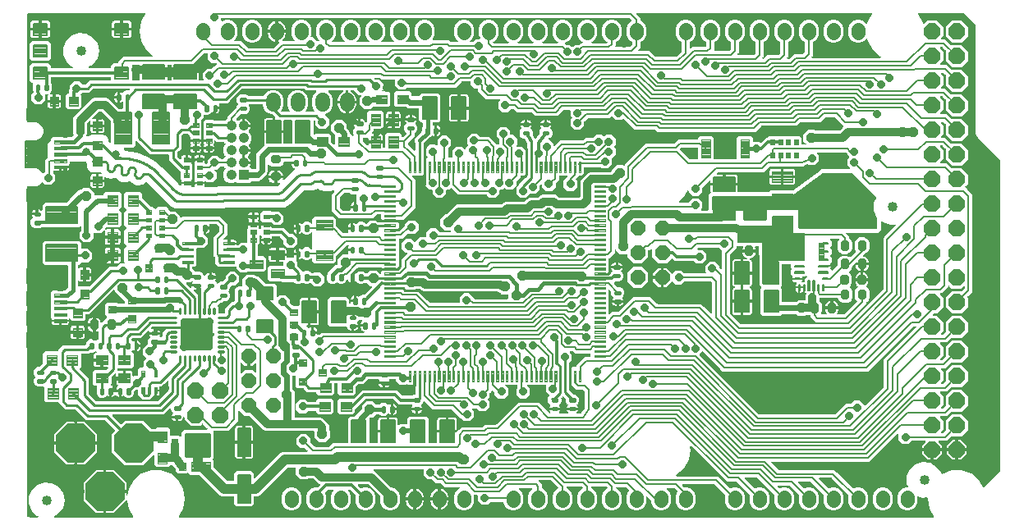
<source format=gbr>
G04 EAGLE Gerber RS-274X export*
G75*
%MOMM*%
%FSLAX34Y34*%
%LPD*%
%INTop Copper*%
%IPPOS*%
%AMOC8*
5,1,8,0,0,1.08239X$1,22.5*%
G01*
%ADD10P,1.677704X8X292.500000*%
%ADD11C,1.422400*%
%ADD12C,0.140000*%
%ADD13C,0.120000*%
%ADD14P,4.329560X8X202.500000*%
%ADD15P,4.329560X8X112.500000*%
%ADD16C,1.950000*%
%ADD17C,1.016000*%
%ADD18C,0.190000*%
%ADD19C,0.102359*%
%ADD20C,0.457200*%
%ADD21C,0.100000*%
%ADD22C,0.210000*%
%ADD23P,1.814519X8X292.500000*%
%ADD24C,0.102000*%
%ADD25C,0.110000*%
%ADD26C,0.121919*%
%ADD27C,0.220000*%
%ADD28C,0.718719*%
%ADD29C,0.105000*%
%ADD30C,0.160000*%
%ADD31C,0.101600*%
%ADD32C,1.257200*%
%ADD33C,0.200000*%
%ADD34C,1.270000*%
%ADD35C,0.520000*%
%ADD36C,0.450000*%
%ADD37C,0.224000*%
%ADD38C,0.488100*%
%ADD39P,1.677704X8X112.500000*%
%ADD40P,1.814519X8X202.500000*%
%ADD41C,0.254000*%
%ADD42C,0.099059*%
%ADD43C,0.104000*%
%ADD44R,1.057200X1.057200*%
%ADD45C,1.057200*%
%ADD46C,0.150000*%
%ADD47C,0.330200*%
%ADD48C,1.016000*%
%ADD49C,0.152400*%
%ADD50C,1.500000*%
%ADD51C,0.812800*%
%ADD52P,1.099708X8X22.500000*%
%ADD53C,0.406400*%
%ADD54P,0.879767X8X22.500000*%
%ADD55C,0.304800*%
%ADD56C,0.609600*%
%ADD57C,0.203200*%
%ADD58C,0.279400*%
%ADD59C,0.508000*%
%ADD60C,0.812800*%
%ADD61C,0.292100*%

G36*
X17500Y6351D02*
X17500Y6351D01*
X17504Y6351D01*
X17622Y6371D01*
X17739Y6390D01*
X17742Y6392D01*
X17746Y6393D01*
X17851Y6450D01*
X17956Y6506D01*
X17959Y6508D01*
X17962Y6510D01*
X18042Y6596D01*
X18125Y6684D01*
X18127Y6688D01*
X18130Y6690D01*
X18179Y6799D01*
X18229Y6907D01*
X18229Y6911D01*
X18231Y6915D01*
X18243Y7034D01*
X18256Y7151D01*
X18255Y7155D01*
X18256Y7159D01*
X18229Y7275D01*
X18204Y7392D01*
X18202Y7395D01*
X18201Y7399D01*
X18140Y7499D01*
X18078Y7603D01*
X18075Y7606D01*
X18073Y7609D01*
X17982Y7685D01*
X17891Y7763D01*
X17887Y7764D01*
X17884Y7767D01*
X17731Y7836D01*
X17337Y7964D01*
X11568Y13158D01*
X8411Y20249D01*
X8411Y28011D01*
X11568Y35102D01*
X17337Y40296D01*
X24719Y42694D01*
X32438Y41883D01*
X39160Y38002D01*
X43723Y31722D01*
X45337Y24130D01*
X43723Y16538D01*
X39160Y10258D01*
X34853Y7771D01*
X34816Y7741D01*
X34774Y7718D01*
X34722Y7663D01*
X34663Y7615D01*
X34638Y7575D01*
X34604Y7540D01*
X34573Y7471D01*
X34532Y7407D01*
X34521Y7360D01*
X34501Y7317D01*
X34493Y7242D01*
X34475Y7168D01*
X34479Y7120D01*
X34474Y7073D01*
X34490Y6998D01*
X34497Y6923D01*
X34516Y6879D01*
X34526Y6832D01*
X34565Y6767D01*
X34595Y6698D01*
X34628Y6662D01*
X34652Y6621D01*
X34710Y6572D01*
X34761Y6516D01*
X34803Y6492D01*
X34839Y6461D01*
X34909Y6433D01*
X34976Y6396D01*
X35023Y6387D01*
X35067Y6369D01*
X35196Y6355D01*
X35217Y6351D01*
X35224Y6352D01*
X35234Y6351D01*
X115309Y6351D01*
X115403Y6366D01*
X115498Y6375D01*
X115524Y6386D01*
X115552Y6390D01*
X115636Y6435D01*
X115723Y6473D01*
X115744Y6492D01*
X115769Y6506D01*
X115835Y6574D01*
X115906Y6639D01*
X115919Y6663D01*
X115939Y6684D01*
X115979Y6770D01*
X116025Y6854D01*
X116030Y6881D01*
X116042Y6907D01*
X116053Y7002D01*
X116070Y7095D01*
X116066Y7123D01*
X116069Y7151D01*
X116049Y7245D01*
X116036Y7339D01*
X116022Y7371D01*
X116017Y7392D01*
X116000Y7420D01*
X115968Y7493D01*
X111546Y15153D01*
X110093Y23392D01*
X110091Y23397D01*
X110091Y23402D01*
X110051Y23512D01*
X110012Y23624D01*
X110009Y23628D01*
X110007Y23633D01*
X109934Y23725D01*
X109861Y23818D01*
X109856Y23821D01*
X109853Y23825D01*
X109753Y23890D01*
X109656Y23954D01*
X109651Y23955D01*
X109646Y23958D01*
X109532Y23987D01*
X109418Y24017D01*
X109413Y24017D01*
X109408Y24018D01*
X109291Y24009D01*
X109173Y24002D01*
X109168Y24000D01*
X109162Y23999D01*
X109055Y23954D01*
X108945Y23908D01*
X108941Y23905D01*
X108936Y23903D01*
X108805Y23798D01*
X95994Y10987D01*
X88391Y10987D01*
X88391Y21183D01*
X88372Y21298D01*
X88355Y21414D01*
X88352Y21420D01*
X88351Y21426D01*
X88297Y21529D01*
X88244Y21634D01*
X88239Y21638D01*
X88236Y21644D01*
X88152Y21723D01*
X88068Y21806D01*
X88062Y21810D01*
X88058Y21813D01*
X88041Y21821D01*
X87921Y21887D01*
X87159Y22202D01*
X87071Y22223D01*
X86984Y22251D01*
X86951Y22251D01*
X86920Y22259D01*
X86829Y22250D01*
X86738Y22249D01*
X86698Y22238D01*
X86675Y22235D01*
X86646Y22222D01*
X86577Y22202D01*
X85815Y21887D01*
X85715Y21825D01*
X85615Y21765D01*
X85611Y21760D01*
X85606Y21757D01*
X85531Y21667D01*
X85455Y21578D01*
X85453Y21572D01*
X85449Y21568D01*
X85407Y21459D01*
X85363Y21350D01*
X85362Y21343D01*
X85361Y21338D01*
X85360Y21320D01*
X85345Y21183D01*
X85345Y10987D01*
X77742Y10987D01*
X64835Y23894D01*
X64835Y31497D01*
X65688Y31497D01*
X65708Y31500D01*
X65727Y31498D01*
X65829Y31520D01*
X65931Y31537D01*
X65948Y31546D01*
X65968Y31550D01*
X66057Y31603D01*
X66148Y31652D01*
X66162Y31666D01*
X66179Y31676D01*
X66246Y31755D01*
X66318Y31830D01*
X66326Y31848D01*
X66339Y31863D01*
X66378Y31959D01*
X66421Y32053D01*
X66423Y32073D01*
X66431Y32091D01*
X66449Y32258D01*
X66449Y33782D01*
X66448Y33791D01*
X66448Y33795D01*
X66446Y33804D01*
X66448Y33821D01*
X66426Y33923D01*
X66410Y34025D01*
X66400Y34042D01*
X66396Y34062D01*
X66343Y34151D01*
X66294Y34242D01*
X66280Y34256D01*
X66270Y34273D01*
X66191Y34340D01*
X66116Y34411D01*
X66098Y34420D01*
X66083Y34433D01*
X65987Y34472D01*
X65893Y34515D01*
X65873Y34517D01*
X65855Y34525D01*
X65688Y34543D01*
X64835Y34543D01*
X64835Y42146D01*
X77742Y55053D01*
X85345Y55053D01*
X85345Y44857D01*
X85364Y44742D01*
X85381Y44626D01*
X85384Y44620D01*
X85385Y44614D01*
X85439Y44511D01*
X85492Y44406D01*
X85497Y44402D01*
X85500Y44396D01*
X85584Y44317D01*
X85668Y44234D01*
X85674Y44230D01*
X85678Y44227D01*
X85695Y44219D01*
X85815Y44153D01*
X86577Y43838D01*
X86665Y43817D01*
X86752Y43789D01*
X86785Y43789D01*
X86816Y43781D01*
X86907Y43790D01*
X86998Y43791D01*
X87038Y43802D01*
X87061Y43805D01*
X87090Y43818D01*
X87159Y43838D01*
X87921Y44153D01*
X88021Y44215D01*
X88121Y44275D01*
X88125Y44279D01*
X88130Y44283D01*
X88205Y44373D01*
X88281Y44462D01*
X88283Y44467D01*
X88287Y44472D01*
X88329Y44581D01*
X88373Y44690D01*
X88374Y44697D01*
X88375Y44702D01*
X88376Y44720D01*
X88391Y44857D01*
X88391Y55053D01*
X95994Y55053D01*
X108901Y42146D01*
X108901Y34543D01*
X108048Y34543D01*
X108028Y34540D01*
X108009Y34542D01*
X107907Y34520D01*
X107805Y34503D01*
X107788Y34494D01*
X107768Y34490D01*
X107679Y34437D01*
X107588Y34388D01*
X107574Y34374D01*
X107557Y34364D01*
X107490Y34285D01*
X107418Y34210D01*
X107410Y34192D01*
X107397Y34177D01*
X107358Y34081D01*
X107315Y33987D01*
X107313Y33967D01*
X107305Y33949D01*
X107287Y33782D01*
X107287Y32258D01*
X107290Y32238D01*
X107288Y32219D01*
X107310Y32117D01*
X107326Y32015D01*
X107336Y31998D01*
X107340Y31978D01*
X107393Y31889D01*
X107442Y31798D01*
X107456Y31784D01*
X107466Y31767D01*
X107545Y31700D01*
X107620Y31629D01*
X107638Y31620D01*
X107653Y31607D01*
X107749Y31568D01*
X107843Y31525D01*
X107863Y31523D01*
X107881Y31515D01*
X108048Y31497D01*
X108901Y31497D01*
X108901Y29347D01*
X108910Y29290D01*
X108909Y29233D01*
X108930Y29170D01*
X108940Y29104D01*
X108967Y29054D01*
X108985Y28999D01*
X109024Y28945D01*
X109056Y28887D01*
X109097Y28847D01*
X109131Y28801D01*
X109186Y28763D01*
X109234Y28717D01*
X109286Y28693D01*
X109333Y28660D01*
X109397Y28642D01*
X109457Y28614D01*
X109514Y28607D01*
X109569Y28591D01*
X109635Y28594D01*
X109701Y28587D01*
X109757Y28599D01*
X109815Y28601D01*
X109877Y28625D01*
X109942Y28639D01*
X109991Y28668D01*
X110044Y28689D01*
X110096Y28731D01*
X110153Y28765D01*
X110190Y28809D01*
X110234Y28845D01*
X110270Y28901D01*
X110313Y28952D01*
X110334Y29005D01*
X110365Y29054D01*
X110393Y29151D01*
X110405Y29180D01*
X110407Y29198D01*
X110412Y29215D01*
X111546Y35647D01*
X116749Y44659D01*
X124719Y51347D01*
X134497Y54906D01*
X144903Y54906D01*
X154681Y51347D01*
X162651Y44659D01*
X167854Y35647D01*
X169661Y25400D01*
X167854Y15153D01*
X163432Y7493D01*
X163398Y7404D01*
X163358Y7317D01*
X163355Y7289D01*
X163345Y7263D01*
X163341Y7167D01*
X163331Y7073D01*
X163337Y7045D01*
X163336Y7017D01*
X163363Y6925D01*
X163383Y6832D01*
X163397Y6808D01*
X163405Y6781D01*
X163460Y6703D01*
X163509Y6621D01*
X163530Y6603D01*
X163547Y6580D01*
X163623Y6523D01*
X163696Y6461D01*
X163722Y6451D01*
X163745Y6434D01*
X163835Y6405D01*
X163924Y6369D01*
X163959Y6365D01*
X163979Y6359D01*
X164012Y6359D01*
X164091Y6351D01*
X940809Y6351D01*
X940903Y6366D01*
X940998Y6375D01*
X941024Y6386D01*
X941052Y6390D01*
X941136Y6435D01*
X941223Y6473D01*
X941244Y6492D01*
X941269Y6506D01*
X941335Y6574D01*
X941406Y6639D01*
X941419Y6663D01*
X941439Y6684D01*
X941479Y6770D01*
X941525Y6854D01*
X941530Y6881D01*
X941542Y6907D01*
X941553Y7002D01*
X941570Y7095D01*
X941566Y7123D01*
X941569Y7151D01*
X941549Y7245D01*
X941536Y7339D01*
X941522Y7371D01*
X941517Y7392D01*
X941500Y7420D01*
X941468Y7493D01*
X937046Y15153D01*
X935239Y25400D01*
X935342Y25981D01*
X935342Y25984D01*
X935342Y25986D01*
X935343Y26105D01*
X935345Y26227D01*
X935344Y26230D01*
X935344Y26232D01*
X935306Y26346D01*
X935269Y26461D01*
X935267Y26463D01*
X935267Y26466D01*
X935194Y26562D01*
X935123Y26659D01*
X935121Y26660D01*
X935119Y26662D01*
X935021Y26730D01*
X934921Y26800D01*
X934919Y26800D01*
X934916Y26802D01*
X934802Y26835D01*
X934685Y26869D01*
X934682Y26869D01*
X934680Y26870D01*
X934512Y26870D01*
X929975Y26394D01*
X925557Y27829D01*
X925541Y27831D01*
X925527Y27838D01*
X925421Y27850D01*
X925314Y27866D01*
X925298Y27863D01*
X925283Y27865D01*
X925178Y27842D01*
X925072Y27824D01*
X925058Y27816D01*
X925042Y27813D01*
X924950Y27758D01*
X924856Y27707D01*
X924845Y27695D01*
X924831Y27687D01*
X924761Y27605D01*
X924688Y27526D01*
X924682Y27512D01*
X924671Y27500D01*
X924631Y27400D01*
X924587Y27302D01*
X924585Y27286D01*
X924579Y27272D01*
X924561Y27105D01*
X924561Y21601D01*
X923014Y17866D01*
X920156Y15008D01*
X916421Y13461D01*
X912379Y13461D01*
X908644Y15008D01*
X905786Y17866D01*
X904239Y21601D01*
X904239Y29199D01*
X905786Y32934D01*
X908644Y35792D01*
X912379Y37339D01*
X914159Y37339D01*
X914214Y37348D01*
X914270Y37347D01*
X914335Y37368D01*
X914402Y37378D01*
X914451Y37405D01*
X914505Y37422D01*
X914559Y37462D01*
X914619Y37494D01*
X914658Y37534D01*
X914703Y37567D01*
X914742Y37623D01*
X914789Y37672D01*
X914812Y37723D01*
X914844Y37768D01*
X914864Y37833D01*
X914892Y37895D01*
X914899Y37950D01*
X914915Y38004D01*
X914912Y38072D01*
X914920Y38139D01*
X914908Y38194D01*
X914906Y38250D01*
X914874Y38350D01*
X914867Y38380D01*
X914861Y38391D01*
X914855Y38410D01*
X913667Y41077D01*
X913667Y48839D01*
X916824Y55930D01*
X922593Y61124D01*
X929975Y63522D01*
X937694Y62711D01*
X944416Y58830D01*
X948979Y52550D01*
X949123Y51871D01*
X949150Y51803D01*
X949167Y51732D01*
X949194Y51689D01*
X949213Y51642D01*
X949260Y51586D01*
X949298Y51524D01*
X949338Y51492D01*
X949370Y51453D01*
X949433Y51415D01*
X949489Y51369D01*
X949537Y51351D01*
X949580Y51324D01*
X949651Y51308D01*
X949720Y51282D01*
X949770Y51281D01*
X949820Y51269D01*
X949892Y51277D01*
X949965Y51274D01*
X950033Y51291D01*
X950065Y51294D01*
X950087Y51304D01*
X950128Y51314D01*
X959997Y54906D01*
X970403Y54906D01*
X980181Y51347D01*
X988151Y44659D01*
X992313Y37450D01*
X992388Y37358D01*
X992463Y37265D01*
X992467Y37263D01*
X992469Y37260D01*
X992570Y37197D01*
X992670Y37132D01*
X992674Y37131D01*
X992678Y37129D01*
X992793Y37101D01*
X992908Y37072D01*
X992913Y37072D01*
X992917Y37071D01*
X993036Y37082D01*
X993154Y37091D01*
X993157Y37093D01*
X993162Y37093D01*
X993272Y37142D01*
X993380Y37187D01*
X993384Y37190D01*
X993387Y37192D01*
X993397Y37201D01*
X993511Y37292D01*
X1009426Y53208D01*
X1009479Y53282D01*
X1009539Y53351D01*
X1009551Y53381D01*
X1009570Y53407D01*
X1009597Y53494D01*
X1009631Y53579D01*
X1009635Y53620D01*
X1009642Y53642D01*
X1009641Y53675D01*
X1009649Y53746D01*
X1009649Y375514D01*
X1009635Y375604D01*
X1009627Y375695D01*
X1009615Y375725D01*
X1009610Y375757D01*
X1009567Y375838D01*
X1009531Y375921D01*
X1009505Y375954D01*
X1009494Y375974D01*
X1009471Y375996D01*
X1009426Y376052D01*
X987110Y398369D01*
X985216Y400263D01*
X984249Y402597D01*
X984249Y515214D01*
X984235Y515304D01*
X984227Y515395D01*
X984215Y515425D01*
X984210Y515457D01*
X984167Y515538D01*
X984131Y515621D01*
X984105Y515654D01*
X984094Y515674D01*
X984071Y515696D01*
X984026Y515752D01*
X972952Y526826D01*
X972878Y526879D01*
X972809Y526939D01*
X972779Y526951D01*
X972753Y526970D01*
X972666Y526997D01*
X972581Y527031D01*
X972540Y527035D01*
X972518Y527042D01*
X972485Y527041D01*
X972414Y527049D01*
X926091Y527049D01*
X925997Y527034D01*
X925902Y527025D01*
X925876Y527014D01*
X925848Y527010D01*
X925764Y526965D01*
X925677Y526927D01*
X925656Y526908D01*
X925631Y526894D01*
X925565Y526826D01*
X925494Y526761D01*
X925481Y526737D01*
X925461Y526716D01*
X925421Y526630D01*
X925375Y526546D01*
X925370Y526519D01*
X925358Y526493D01*
X925347Y526398D01*
X925330Y526305D01*
X925334Y526277D01*
X925331Y526249D01*
X925351Y526155D01*
X925364Y526061D01*
X925378Y526029D01*
X925383Y526008D01*
X925385Y526005D01*
X925400Y525980D01*
X925432Y525907D01*
X929854Y518247D01*
X930204Y516263D01*
X930206Y516258D01*
X930206Y516253D01*
X930246Y516143D01*
X930285Y516031D01*
X930288Y516027D01*
X930290Y516022D01*
X930363Y515931D01*
X930436Y515837D01*
X930441Y515834D01*
X930444Y515830D01*
X930544Y515766D01*
X930641Y515701D01*
X930646Y515700D01*
X930651Y515697D01*
X930765Y515668D01*
X930879Y515638D01*
X930884Y515638D01*
X930889Y515637D01*
X931006Y515646D01*
X931124Y515654D01*
X931129Y515656D01*
X931135Y515656D01*
X931242Y515702D01*
X931352Y515747D01*
X931356Y515750D01*
X931361Y515753D01*
X931492Y515857D01*
X935065Y519431D01*
X944535Y519431D01*
X951231Y512735D01*
X951231Y503265D01*
X949138Y501172D01*
X949096Y501114D01*
X949047Y501062D01*
X949025Y501015D01*
X948994Y500973D01*
X948973Y500904D01*
X948943Y500839D01*
X948937Y500787D01*
X948922Y500737D01*
X948924Y500666D01*
X948916Y500595D01*
X948927Y500544D01*
X948928Y500492D01*
X948953Y500424D01*
X948968Y500354D01*
X948995Y500309D01*
X949013Y500261D01*
X949058Y500205D01*
X949094Y500143D01*
X949134Y500109D01*
X949166Y500069D01*
X949227Y500030D01*
X949281Y499983D01*
X949329Y499964D01*
X949373Y499936D01*
X949443Y499918D01*
X949509Y499891D01*
X949581Y499883D01*
X949612Y499875D01*
X949635Y499877D01*
X949676Y499873D01*
X953676Y499873D01*
X956280Y497269D01*
X959453Y494095D01*
X959469Y494084D01*
X959482Y494068D01*
X959569Y494012D01*
X959653Y493952D01*
X959672Y493946D01*
X959689Y493935D01*
X959789Y493910D01*
X959888Y493879D01*
X959908Y493880D01*
X959927Y493875D01*
X960030Y493883D01*
X960134Y493886D01*
X960153Y493893D01*
X960173Y493894D01*
X960268Y493935D01*
X960365Y493970D01*
X960381Y493983D01*
X960399Y493990D01*
X960449Y494031D01*
X969935Y494031D01*
X976631Y487335D01*
X976631Y477865D01*
X969935Y471169D01*
X960465Y471169D01*
X953769Y477865D01*
X953769Y487357D01*
X953788Y487386D01*
X953848Y487470D01*
X953854Y487489D01*
X953865Y487506D01*
X953890Y487606D01*
X953921Y487705D01*
X953920Y487725D01*
X953925Y487744D01*
X953917Y487847D01*
X953914Y487951D01*
X953907Y487970D01*
X953906Y487990D01*
X953865Y488085D01*
X953830Y488182D01*
X953817Y488198D01*
X953810Y488216D01*
X953705Y488347D01*
X950531Y491520D01*
X950457Y491573D01*
X950388Y491633D01*
X950358Y491645D01*
X950332Y491664D01*
X950244Y491691D01*
X950160Y491725D01*
X950119Y491729D01*
X950096Y491736D01*
X950064Y491735D01*
X949993Y491743D01*
X948660Y491743D01*
X948589Y491732D01*
X948518Y491730D01*
X948469Y491712D01*
X948417Y491704D01*
X948354Y491670D01*
X948287Y491645D01*
X948246Y491613D01*
X948200Y491588D01*
X948151Y491536D01*
X948095Y491492D01*
X948066Y491448D01*
X948031Y491410D01*
X948000Y491345D01*
X947962Y491285D01*
X947949Y491234D01*
X947927Y491187D01*
X947919Y491116D01*
X947901Y491046D01*
X947906Y490994D01*
X947900Y490943D01*
X947915Y490872D01*
X947921Y490801D01*
X947941Y490753D01*
X947952Y490702D01*
X947989Y490641D01*
X948017Y490575D01*
X948062Y490519D01*
X948078Y490491D01*
X948096Y490476D01*
X948122Y490444D01*
X951231Y487335D01*
X951231Y477865D01*
X948122Y474756D01*
X948080Y474698D01*
X948031Y474646D01*
X948009Y474599D01*
X947978Y474557D01*
X947957Y474488D01*
X947927Y474423D01*
X947921Y474371D01*
X947906Y474321D01*
X947908Y474250D01*
X947900Y474179D01*
X947911Y474128D01*
X947912Y474076D01*
X947937Y474008D01*
X947952Y473938D01*
X947979Y473893D01*
X947997Y473845D01*
X948042Y473789D01*
X948078Y473727D01*
X948118Y473693D01*
X948150Y473653D01*
X948211Y473614D01*
X948265Y473567D01*
X948313Y473548D01*
X948357Y473520D01*
X948427Y473502D01*
X948493Y473475D01*
X948565Y473467D01*
X948596Y473459D01*
X948619Y473461D01*
X948660Y473457D01*
X954692Y473457D01*
X959453Y468695D01*
X959469Y468684D01*
X959482Y468668D01*
X959569Y468612D01*
X959653Y468552D01*
X959672Y468546D01*
X959689Y468535D01*
X959789Y468510D01*
X959888Y468479D01*
X959908Y468480D01*
X959927Y468475D01*
X960030Y468483D01*
X960134Y468486D01*
X960153Y468493D01*
X960173Y468494D01*
X960268Y468535D01*
X960365Y468570D01*
X960381Y468583D01*
X960399Y468590D01*
X960449Y468631D01*
X969935Y468631D01*
X976631Y461935D01*
X976631Y452465D01*
X969935Y445769D01*
X960465Y445769D01*
X953769Y452465D01*
X953769Y461957D01*
X953788Y461986D01*
X953848Y462070D01*
X953854Y462089D01*
X953865Y462106D01*
X953890Y462206D01*
X953921Y462305D01*
X953920Y462325D01*
X953925Y462344D01*
X953917Y462447D01*
X953914Y462551D01*
X953907Y462570D01*
X953906Y462590D01*
X953865Y462685D01*
X953830Y462782D01*
X953817Y462798D01*
X953810Y462816D01*
X953705Y462947D01*
X951547Y465104D01*
X951473Y465157D01*
X951404Y465217D01*
X951374Y465229D01*
X951348Y465248D01*
X951260Y465275D01*
X951176Y465309D01*
X951135Y465313D01*
X951112Y465320D01*
X951080Y465319D01*
X951009Y465327D01*
X949676Y465327D01*
X949605Y465316D01*
X949534Y465314D01*
X949485Y465296D01*
X949433Y465288D01*
X949370Y465254D01*
X949303Y465229D01*
X949262Y465197D01*
X949216Y465172D01*
X949167Y465120D01*
X949111Y465076D01*
X949082Y465032D01*
X949047Y464994D01*
X949016Y464929D01*
X948978Y464869D01*
X948965Y464818D01*
X948943Y464771D01*
X948935Y464700D01*
X948917Y464630D01*
X948922Y464578D01*
X948916Y464527D01*
X948931Y464456D01*
X948937Y464385D01*
X948957Y464337D01*
X948968Y464286D01*
X949005Y464225D01*
X949033Y464159D01*
X949078Y464103D01*
X949094Y464075D01*
X949112Y464060D01*
X949138Y464028D01*
X951231Y461935D01*
X951231Y452465D01*
X949138Y450372D01*
X949096Y450314D01*
X949047Y450262D01*
X949025Y450215D01*
X948994Y450173D01*
X948973Y450104D01*
X948943Y450039D01*
X948937Y449987D01*
X948922Y449937D01*
X948924Y449866D01*
X948916Y449795D01*
X948927Y449744D01*
X948928Y449692D01*
X948953Y449624D01*
X948968Y449554D01*
X948995Y449509D01*
X949013Y449461D01*
X949058Y449405D01*
X949094Y449343D01*
X949134Y449309D01*
X949166Y449269D01*
X949227Y449230D01*
X949281Y449183D01*
X949329Y449164D01*
X949373Y449136D01*
X949443Y449118D01*
X949509Y449091D01*
X949581Y449083D01*
X949612Y449075D01*
X949635Y449077D01*
X949676Y449073D01*
X953676Y449073D01*
X956280Y446469D01*
X959453Y443295D01*
X959469Y443284D01*
X959482Y443268D01*
X959569Y443212D01*
X959653Y443152D01*
X959672Y443146D01*
X959689Y443135D01*
X959789Y443110D01*
X959888Y443079D01*
X959908Y443080D01*
X959927Y443075D01*
X960030Y443083D01*
X960134Y443086D01*
X960153Y443093D01*
X960173Y443094D01*
X960268Y443135D01*
X960365Y443170D01*
X960381Y443183D01*
X960399Y443190D01*
X960449Y443231D01*
X969935Y443231D01*
X976631Y436535D01*
X976631Y427065D01*
X969935Y420369D01*
X960465Y420369D01*
X953769Y427065D01*
X953769Y436557D01*
X953788Y436586D01*
X953848Y436670D01*
X953854Y436689D01*
X953865Y436706D01*
X953890Y436806D01*
X953921Y436905D01*
X953920Y436925D01*
X953925Y436944D01*
X953917Y437047D01*
X953914Y437151D01*
X953907Y437170D01*
X953906Y437190D01*
X953865Y437285D01*
X953830Y437382D01*
X953817Y437398D01*
X953810Y437416D01*
X953705Y437547D01*
X950531Y440720D01*
X950457Y440773D01*
X950388Y440833D01*
X950358Y440845D01*
X950332Y440864D01*
X950244Y440891D01*
X950160Y440925D01*
X950119Y440929D01*
X950096Y440936D01*
X950064Y440935D01*
X949993Y440943D01*
X948660Y440943D01*
X948589Y440932D01*
X948518Y440930D01*
X948469Y440912D01*
X948417Y440904D01*
X948354Y440870D01*
X948287Y440845D01*
X948246Y440813D01*
X948200Y440788D01*
X948151Y440736D01*
X948095Y440692D01*
X948066Y440648D01*
X948031Y440610D01*
X948000Y440545D01*
X947962Y440485D01*
X947949Y440434D01*
X947927Y440387D01*
X947919Y440316D01*
X947901Y440246D01*
X947906Y440194D01*
X947900Y440143D01*
X947915Y440072D01*
X947921Y440001D01*
X947941Y439953D01*
X947952Y439902D01*
X947989Y439841D01*
X948017Y439775D01*
X948062Y439719D01*
X948078Y439691D01*
X948096Y439676D01*
X948122Y439644D01*
X951231Y436535D01*
X951231Y427065D01*
X948122Y423956D01*
X948080Y423898D01*
X948031Y423846D01*
X948009Y423799D01*
X947978Y423757D01*
X947957Y423688D01*
X947927Y423623D01*
X947921Y423571D01*
X947906Y423521D01*
X947908Y423450D01*
X947900Y423379D01*
X947911Y423328D01*
X947912Y423276D01*
X947937Y423208D01*
X947952Y423138D01*
X947979Y423093D01*
X947997Y423045D01*
X948042Y422989D01*
X948078Y422927D01*
X948118Y422893D01*
X948150Y422853D01*
X948211Y422814D01*
X948265Y422767D01*
X948313Y422748D01*
X948357Y422720D01*
X948427Y422702D01*
X948493Y422675D01*
X948565Y422667D01*
X948596Y422659D01*
X948619Y422661D01*
X948660Y422657D01*
X954692Y422657D01*
X959453Y417895D01*
X959469Y417884D01*
X959482Y417868D01*
X959569Y417812D01*
X959653Y417752D01*
X959672Y417746D01*
X959689Y417735D01*
X959789Y417710D01*
X959888Y417679D01*
X959908Y417680D01*
X959927Y417675D01*
X960030Y417683D01*
X960134Y417686D01*
X960153Y417693D01*
X960173Y417694D01*
X960268Y417735D01*
X960365Y417770D01*
X960381Y417783D01*
X960399Y417790D01*
X960449Y417831D01*
X969935Y417831D01*
X976631Y411135D01*
X976631Y401665D01*
X969935Y394969D01*
X960465Y394969D01*
X953769Y401665D01*
X953769Y411157D01*
X953788Y411186D01*
X953848Y411270D01*
X953854Y411289D01*
X953865Y411306D01*
X953890Y411406D01*
X953921Y411505D01*
X953920Y411525D01*
X953925Y411544D01*
X953917Y411647D01*
X953914Y411751D01*
X953907Y411770D01*
X953906Y411790D01*
X953865Y411885D01*
X953830Y411982D01*
X953817Y411998D01*
X953810Y412016D01*
X953705Y412147D01*
X951547Y414304D01*
X951473Y414357D01*
X951404Y414417D01*
X951374Y414429D01*
X951348Y414448D01*
X951260Y414475D01*
X951176Y414509D01*
X951135Y414513D01*
X951112Y414520D01*
X951080Y414519D01*
X951009Y414527D01*
X949676Y414527D01*
X949605Y414516D01*
X949534Y414514D01*
X949485Y414496D01*
X949433Y414488D01*
X949370Y414454D01*
X949303Y414429D01*
X949262Y414397D01*
X949216Y414372D01*
X949167Y414320D01*
X949111Y414276D01*
X949082Y414232D01*
X949047Y414194D01*
X949016Y414129D01*
X948978Y414069D01*
X948965Y414018D01*
X948943Y413971D01*
X948935Y413900D01*
X948917Y413830D01*
X948922Y413778D01*
X948916Y413727D01*
X948931Y413656D01*
X948937Y413585D01*
X948957Y413537D01*
X948968Y413486D01*
X949005Y413424D01*
X949033Y413359D01*
X949078Y413303D01*
X949094Y413275D01*
X949112Y413260D01*
X949138Y413228D01*
X951231Y411135D01*
X951231Y401665D01*
X949138Y399572D01*
X949096Y399514D01*
X949047Y399462D01*
X949025Y399415D01*
X948994Y399373D01*
X948973Y399304D01*
X948943Y399239D01*
X948937Y399187D01*
X948922Y399137D01*
X948924Y399066D01*
X948916Y398995D01*
X948927Y398944D01*
X948928Y398892D01*
X948953Y398824D01*
X948968Y398754D01*
X948995Y398709D01*
X949013Y398661D01*
X949058Y398605D01*
X949094Y398543D01*
X949134Y398509D01*
X949166Y398469D01*
X949227Y398430D01*
X949281Y398383D01*
X949329Y398364D01*
X949373Y398336D01*
X949443Y398318D01*
X949509Y398291D01*
X949581Y398283D01*
X949612Y398275D01*
X949635Y398277D01*
X949676Y398273D01*
X953676Y398273D01*
X959453Y392495D01*
X959469Y392484D01*
X959482Y392468D01*
X959564Y392415D01*
X959565Y392415D01*
X959569Y392412D01*
X959653Y392352D01*
X959672Y392346D01*
X959689Y392335D01*
X959789Y392310D01*
X959888Y392279D01*
X959908Y392280D01*
X959927Y392275D01*
X960030Y392283D01*
X960134Y392286D01*
X960153Y392293D01*
X960173Y392294D01*
X960268Y392335D01*
X960365Y392370D01*
X960381Y392383D01*
X960399Y392390D01*
X960449Y392431D01*
X969935Y392431D01*
X976631Y385735D01*
X976631Y376265D01*
X969935Y369569D01*
X960465Y369569D01*
X953769Y376265D01*
X953769Y385757D01*
X953784Y385781D01*
X953790Y385786D01*
X953793Y385793D01*
X953848Y385870D01*
X953854Y385889D01*
X953865Y385906D01*
X953888Y385997D01*
X953894Y386009D01*
X953895Y386022D01*
X953921Y386105D01*
X953920Y386125D01*
X953925Y386144D01*
X953918Y386231D01*
X953921Y386254D01*
X953916Y386274D01*
X953914Y386351D01*
X953907Y386370D01*
X953906Y386390D01*
X953876Y386460D01*
X953869Y386494D01*
X953852Y386523D01*
X953830Y386582D01*
X953817Y386598D01*
X953810Y386616D01*
X953755Y386684D01*
X953742Y386705D01*
X953728Y386717D01*
X953705Y386747D01*
X950531Y389920D01*
X950457Y389973D01*
X950388Y390033D01*
X950358Y390045D01*
X950332Y390064D01*
X950244Y390091D01*
X950160Y390125D01*
X950119Y390129D01*
X950096Y390136D01*
X950064Y390135D01*
X949993Y390143D01*
X948660Y390143D01*
X948589Y390132D01*
X948518Y390130D01*
X948469Y390112D01*
X948417Y390104D01*
X948354Y390070D01*
X948287Y390045D01*
X948246Y390013D01*
X948200Y389988D01*
X948151Y389936D01*
X948095Y389892D01*
X948066Y389848D01*
X948031Y389810D01*
X948000Y389745D01*
X947962Y389685D01*
X947949Y389634D01*
X947927Y389587D01*
X947919Y389516D01*
X947901Y389446D01*
X947906Y389394D01*
X947900Y389343D01*
X947915Y389272D01*
X947921Y389201D01*
X947941Y389153D01*
X947952Y389102D01*
X947989Y389041D01*
X948017Y388975D01*
X948062Y388919D01*
X948078Y388891D01*
X948096Y388876D01*
X948122Y388844D01*
X951231Y385735D01*
X951231Y376265D01*
X948122Y373156D01*
X948080Y373098D01*
X948031Y373046D01*
X948009Y372999D01*
X947978Y372957D01*
X947957Y372888D01*
X947927Y372823D01*
X947921Y372771D01*
X947906Y372721D01*
X947908Y372650D01*
X947900Y372579D01*
X947911Y372528D01*
X947912Y372476D01*
X947937Y372408D01*
X947952Y372338D01*
X947979Y372293D01*
X947997Y372245D01*
X948042Y372189D01*
X948078Y372127D01*
X948118Y372093D01*
X948150Y372053D01*
X948211Y372014D01*
X948265Y371967D01*
X948313Y371948D01*
X948357Y371920D01*
X948427Y371902D01*
X948493Y371875D01*
X948565Y371867D01*
X948596Y371859D01*
X948619Y371861D01*
X948660Y371857D01*
X954692Y371857D01*
X959453Y367095D01*
X959469Y367084D01*
X959482Y367068D01*
X959569Y367012D01*
X959653Y366952D01*
X959672Y366946D01*
X959689Y366935D01*
X959789Y366910D01*
X959888Y366879D01*
X959908Y366880D01*
X959927Y366875D01*
X960030Y366883D01*
X960134Y366886D01*
X960153Y366893D01*
X960173Y366894D01*
X960268Y366935D01*
X960365Y366970D01*
X960381Y366983D01*
X960399Y366990D01*
X960449Y367031D01*
X969935Y367031D01*
X976631Y360335D01*
X976631Y350865D01*
X974155Y348390D01*
X974144Y348374D01*
X974128Y348361D01*
X974072Y348274D01*
X974012Y348190D01*
X974006Y348171D01*
X973995Y348154D01*
X973970Y348054D01*
X973939Y347955D01*
X973940Y347935D01*
X973935Y347916D01*
X973943Y347813D01*
X973946Y347709D01*
X973953Y347690D01*
X973954Y347670D01*
X973994Y347576D01*
X974030Y347478D01*
X974043Y347462D01*
X974050Y347444D01*
X974155Y347313D01*
X976600Y344869D01*
X981457Y340012D01*
X981457Y239108D01*
X976695Y234347D01*
X976684Y234331D01*
X976668Y234318D01*
X976612Y234231D01*
X976552Y234147D01*
X976546Y234128D01*
X976535Y234111D01*
X976510Y234011D01*
X976479Y233912D01*
X976480Y233892D01*
X976475Y233873D01*
X976483Y233770D01*
X976486Y233666D01*
X976493Y233647D01*
X976494Y233627D01*
X976535Y233532D01*
X976570Y233435D01*
X976583Y233419D01*
X976590Y233401D01*
X976631Y233351D01*
X976631Y223865D01*
X969935Y217169D01*
X960465Y217169D01*
X953769Y223865D01*
X953769Y233335D01*
X960465Y240031D01*
X969957Y240031D01*
X969986Y240012D01*
X970070Y239952D01*
X970089Y239946D01*
X970106Y239935D01*
X970206Y239910D01*
X970305Y239879D01*
X970325Y239880D01*
X970344Y239875D01*
X970447Y239883D01*
X970551Y239886D01*
X970570Y239893D01*
X970590Y239894D01*
X970685Y239935D01*
X970782Y239970D01*
X970798Y239983D01*
X970816Y239990D01*
X970947Y240095D01*
X973104Y242253D01*
X973157Y242327D01*
X973217Y242396D01*
X973229Y242426D01*
X973248Y242452D01*
X973275Y242540D01*
X973309Y242624D01*
X973313Y242665D01*
X973320Y242688D01*
X973319Y242720D01*
X973327Y242791D01*
X973327Y244124D01*
X973316Y244195D01*
X973314Y244266D01*
X973296Y244315D01*
X973288Y244367D01*
X973254Y244430D01*
X973229Y244497D01*
X973197Y244538D01*
X973172Y244584D01*
X973120Y244633D01*
X973076Y244689D01*
X973032Y244718D01*
X972994Y244753D01*
X972929Y244784D01*
X972869Y244822D01*
X972818Y244835D01*
X972771Y244857D01*
X972700Y244865D01*
X972630Y244883D01*
X972578Y244878D01*
X972527Y244884D01*
X972456Y244869D01*
X972385Y244863D01*
X972337Y244843D01*
X972286Y244832D01*
X972225Y244795D01*
X972159Y244767D01*
X972103Y244722D01*
X972075Y244706D01*
X972060Y244688D01*
X972028Y244662D01*
X969935Y242569D01*
X960465Y242569D01*
X957864Y245170D01*
X957806Y245212D01*
X957754Y245261D01*
X957732Y245272D01*
X957731Y245273D01*
X957722Y245276D01*
X957707Y245283D01*
X957665Y245314D01*
X957596Y245335D01*
X957531Y245365D01*
X957479Y245371D01*
X957429Y245386D01*
X957358Y245384D01*
X957287Y245392D01*
X957236Y245381D01*
X957184Y245380D01*
X957116Y245355D01*
X957046Y245340D01*
X957001Y245313D01*
X956953Y245295D01*
X956897Y245250D01*
X956835Y245214D01*
X956801Y245174D01*
X956761Y245142D01*
X956722Y245081D01*
X956675Y245027D01*
X956656Y244979D01*
X956628Y244935D01*
X956610Y244865D01*
X956606Y244855D01*
X956593Y244827D01*
X956592Y244821D01*
X956583Y244799D01*
X956575Y244727D01*
X956567Y244696D01*
X956569Y244673D01*
X956565Y244632D01*
X956565Y244188D01*
X950120Y237743D01*
X948660Y237743D01*
X948589Y237732D01*
X948518Y237730D01*
X948469Y237712D01*
X948417Y237704D01*
X948354Y237670D01*
X948287Y237645D01*
X948246Y237613D01*
X948200Y237588D01*
X948151Y237536D01*
X948095Y237492D01*
X948066Y237448D01*
X948031Y237410D01*
X948000Y237345D01*
X947962Y237285D01*
X947949Y237234D01*
X947927Y237187D01*
X947919Y237116D01*
X947901Y237046D01*
X947906Y236994D01*
X947900Y236943D01*
X947915Y236872D01*
X947921Y236801D01*
X947941Y236753D01*
X947952Y236702D01*
X947989Y236641D01*
X948017Y236575D01*
X948062Y236519D01*
X948078Y236491D01*
X948096Y236476D01*
X948122Y236444D01*
X951231Y233335D01*
X951231Y223865D01*
X944535Y217169D01*
X942053Y217169D01*
X941963Y217155D01*
X941872Y217147D01*
X941842Y217135D01*
X941810Y217130D01*
X941730Y217087D01*
X941646Y217051D01*
X941613Y217025D01*
X941593Y217014D01*
X941571Y216991D01*
X941515Y216946D01*
X941261Y216692D01*
X940499Y215930D01*
X940457Y215872D01*
X940407Y215820D01*
X940385Y215773D01*
X940355Y215731D01*
X940334Y215662D01*
X940304Y215597D01*
X940298Y215545D01*
X940283Y215495D01*
X940285Y215424D01*
X940277Y215353D01*
X940288Y215302D01*
X940289Y215250D01*
X940314Y215182D01*
X940329Y215112D01*
X940356Y215067D01*
X940374Y215019D01*
X940418Y214963D01*
X940455Y214901D01*
X940495Y214867D01*
X940527Y214827D01*
X940588Y214788D01*
X940642Y214741D01*
X940690Y214722D01*
X940734Y214694D01*
X940804Y214676D01*
X940870Y214649D01*
X940941Y214641D01*
X940973Y214633D01*
X940996Y214635D01*
X941037Y214631D01*
X944535Y214631D01*
X951231Y207935D01*
X951231Y198465D01*
X949138Y196372D01*
X949096Y196314D01*
X949047Y196262D01*
X949025Y196215D01*
X948994Y196173D01*
X948973Y196104D01*
X948943Y196039D01*
X948937Y195987D01*
X948922Y195937D01*
X948924Y195866D01*
X948916Y195795D01*
X948927Y195744D01*
X948928Y195692D01*
X948953Y195624D01*
X948968Y195554D01*
X948995Y195509D01*
X949013Y195461D01*
X949058Y195405D01*
X949094Y195343D01*
X949134Y195309D01*
X949166Y195269D01*
X949227Y195230D01*
X949281Y195183D01*
X949329Y195164D01*
X949373Y195136D01*
X949443Y195118D01*
X949509Y195091D01*
X949581Y195083D01*
X949612Y195075D01*
X949635Y195077D01*
X949676Y195073D01*
X951009Y195073D01*
X951099Y195087D01*
X951190Y195095D01*
X951220Y195107D01*
X951252Y195112D01*
X951332Y195155D01*
X951416Y195191D01*
X951449Y195217D01*
X951469Y195228D01*
X951491Y195251D01*
X951547Y195296D01*
X953705Y197453D01*
X953716Y197469D01*
X953732Y197482D01*
X953788Y197569D01*
X953848Y197653D01*
X953854Y197672D01*
X953865Y197689D01*
X953890Y197789D01*
X953921Y197888D01*
X953920Y197908D01*
X953925Y197927D01*
X953917Y198030D01*
X953914Y198134D01*
X953907Y198153D01*
X953906Y198173D01*
X953865Y198268D01*
X953830Y198365D01*
X953817Y198381D01*
X953810Y198399D01*
X953769Y198449D01*
X953769Y207935D01*
X960465Y214631D01*
X969935Y214631D01*
X976631Y207935D01*
X976631Y198465D01*
X969935Y191769D01*
X960443Y191769D01*
X960414Y191788D01*
X960330Y191848D01*
X960311Y191854D01*
X960294Y191865D01*
X960194Y191890D01*
X960095Y191921D01*
X960075Y191920D01*
X960056Y191925D01*
X959953Y191917D01*
X959849Y191914D01*
X959830Y191907D01*
X959810Y191906D01*
X959716Y191866D01*
X959618Y191830D01*
X959602Y191817D01*
X959584Y191810D01*
X959453Y191705D01*
X954692Y186943D01*
X948660Y186943D01*
X948589Y186932D01*
X948518Y186930D01*
X948469Y186912D01*
X948417Y186904D01*
X948354Y186870D01*
X948287Y186845D01*
X948246Y186813D01*
X948200Y186788D01*
X948151Y186736D01*
X948095Y186692D01*
X948066Y186648D01*
X948031Y186610D01*
X948000Y186545D01*
X947962Y186485D01*
X947949Y186434D01*
X947927Y186387D01*
X947919Y186316D01*
X947901Y186246D01*
X947906Y186194D01*
X947900Y186143D01*
X947915Y186072D01*
X947921Y186001D01*
X947941Y185953D01*
X947952Y185902D01*
X947989Y185841D01*
X948017Y185775D01*
X948062Y185719D01*
X948078Y185691D01*
X948096Y185676D01*
X948122Y185644D01*
X951231Y182535D01*
X951231Y173065D01*
X948122Y169956D01*
X948080Y169898D01*
X948031Y169846D01*
X948009Y169799D01*
X947978Y169757D01*
X947957Y169688D01*
X947927Y169623D01*
X947921Y169571D01*
X947906Y169521D01*
X947908Y169450D01*
X947900Y169379D01*
X947911Y169328D01*
X947912Y169276D01*
X947937Y169208D01*
X947952Y169138D01*
X947979Y169093D01*
X947997Y169045D01*
X948042Y168989D01*
X948078Y168927D01*
X948118Y168893D01*
X948150Y168853D01*
X948211Y168814D01*
X948265Y168767D01*
X948313Y168748D01*
X948357Y168720D01*
X948427Y168702D01*
X948493Y168675D01*
X948565Y168667D01*
X948596Y168659D01*
X948619Y168661D01*
X948660Y168657D01*
X949993Y168657D01*
X950083Y168671D01*
X950174Y168679D01*
X950204Y168691D01*
X950236Y168696D01*
X950316Y168739D01*
X950400Y168775D01*
X950433Y168801D01*
X950453Y168812D01*
X950475Y168835D01*
X950531Y168880D01*
X953705Y172053D01*
X953716Y172069D01*
X953732Y172082D01*
X953788Y172169D01*
X953848Y172253D01*
X953854Y172272D01*
X953865Y172289D01*
X953890Y172389D01*
X953921Y172488D01*
X953920Y172508D01*
X953925Y172527D01*
X953917Y172630D01*
X953914Y172734D01*
X953907Y172753D01*
X953906Y172773D01*
X953865Y172868D01*
X953830Y172965D01*
X953817Y172981D01*
X953810Y172999D01*
X953769Y173049D01*
X953769Y182535D01*
X960465Y189231D01*
X969935Y189231D01*
X976631Y182535D01*
X976631Y173065D01*
X969935Y166369D01*
X960443Y166369D01*
X960414Y166388D01*
X960330Y166448D01*
X960311Y166454D01*
X960294Y166465D01*
X960194Y166490D01*
X960095Y166521D01*
X960075Y166520D01*
X960056Y166525D01*
X959953Y166517D01*
X959849Y166514D01*
X959830Y166507D01*
X959810Y166506D01*
X959716Y166466D01*
X959618Y166430D01*
X959602Y166417D01*
X959584Y166410D01*
X959453Y166305D01*
X953676Y160527D01*
X949676Y160527D01*
X949605Y160516D01*
X949534Y160514D01*
X949485Y160496D01*
X949433Y160488D01*
X949370Y160454D01*
X949303Y160429D01*
X949262Y160397D01*
X949216Y160372D01*
X949167Y160320D01*
X949111Y160276D01*
X949082Y160232D01*
X949047Y160194D01*
X949016Y160129D01*
X948978Y160069D01*
X948965Y160018D01*
X948943Y159971D01*
X948935Y159900D01*
X948917Y159830D01*
X948922Y159778D01*
X948916Y159727D01*
X948931Y159656D01*
X948937Y159585D01*
X948957Y159537D01*
X948968Y159486D01*
X949005Y159425D01*
X949033Y159359D01*
X949078Y159303D01*
X949094Y159275D01*
X949112Y159260D01*
X949138Y159228D01*
X951231Y157135D01*
X951231Y147665D01*
X949138Y145572D01*
X949096Y145514D01*
X949047Y145462D01*
X949025Y145415D01*
X948994Y145373D01*
X948973Y145304D01*
X948943Y145239D01*
X948937Y145187D01*
X948922Y145137D01*
X948924Y145066D01*
X948916Y144995D01*
X948927Y144944D01*
X948928Y144892D01*
X948953Y144824D01*
X948968Y144754D01*
X948995Y144709D01*
X949013Y144661D01*
X949058Y144605D01*
X949094Y144543D01*
X949134Y144509D01*
X949166Y144469D01*
X949227Y144430D01*
X949281Y144383D01*
X949329Y144364D01*
X949373Y144336D01*
X949443Y144318D01*
X949509Y144291D01*
X949581Y144283D01*
X949612Y144275D01*
X949635Y144277D01*
X949676Y144273D01*
X951009Y144273D01*
X951099Y144287D01*
X951190Y144295D01*
X951220Y144307D01*
X951252Y144312D01*
X951332Y144355D01*
X951416Y144391D01*
X951449Y144417D01*
X951469Y144428D01*
X951491Y144451D01*
X951547Y144496D01*
X953705Y146653D01*
X953716Y146669D01*
X953732Y146682D01*
X953761Y146727D01*
X953787Y146754D01*
X953804Y146791D01*
X953848Y146853D01*
X953854Y146872D01*
X953865Y146889D01*
X953884Y146963D01*
X953890Y146977D01*
X953892Y146995D01*
X953921Y147088D01*
X953920Y147108D01*
X953925Y147127D01*
X953917Y147230D01*
X953914Y147334D01*
X953907Y147353D01*
X953906Y147373D01*
X953865Y147468D01*
X953830Y147565D01*
X953817Y147581D01*
X953810Y147599D01*
X953769Y147649D01*
X953769Y157135D01*
X960465Y163831D01*
X969935Y163831D01*
X976631Y157135D01*
X976631Y147665D01*
X969935Y140969D01*
X960443Y140969D01*
X960414Y140988D01*
X960330Y141048D01*
X960311Y141054D01*
X960294Y141065D01*
X960194Y141090D01*
X960095Y141121D01*
X960075Y141120D01*
X960056Y141125D01*
X959953Y141117D01*
X959849Y141114D01*
X959830Y141107D01*
X959810Y141106D01*
X959715Y141065D01*
X959618Y141030D01*
X959602Y141017D01*
X959584Y141010D01*
X959453Y140905D01*
X957296Y138747D01*
X954692Y136143D01*
X948660Y136143D01*
X948589Y136132D01*
X948518Y136130D01*
X948469Y136112D01*
X948417Y136104D01*
X948354Y136070D01*
X948287Y136045D01*
X948246Y136013D01*
X948200Y135988D01*
X948151Y135936D01*
X948095Y135892D01*
X948066Y135848D01*
X948031Y135810D01*
X948000Y135745D01*
X947962Y135685D01*
X947949Y135634D01*
X947927Y135587D01*
X947919Y135516D01*
X947901Y135446D01*
X947906Y135394D01*
X947900Y135343D01*
X947915Y135272D01*
X947921Y135201D01*
X947941Y135153D01*
X947952Y135102D01*
X947989Y135041D01*
X948017Y134975D01*
X948062Y134919D01*
X948078Y134891D01*
X948096Y134876D01*
X948122Y134844D01*
X951231Y131735D01*
X951231Y122265D01*
X949138Y120172D01*
X949096Y120114D01*
X949047Y120062D01*
X949025Y120015D01*
X948994Y119973D01*
X948973Y119904D01*
X948943Y119839D01*
X948937Y119787D01*
X948922Y119737D01*
X948924Y119666D01*
X948916Y119595D01*
X948927Y119544D01*
X948928Y119492D01*
X948953Y119424D01*
X948968Y119354D01*
X948995Y119309D01*
X949013Y119261D01*
X949058Y119205D01*
X949094Y119143D01*
X949134Y119109D01*
X949166Y119069D01*
X949227Y119030D01*
X949281Y118983D01*
X949329Y118964D01*
X949373Y118936D01*
X949443Y118918D01*
X949509Y118891D01*
X949581Y118883D01*
X949612Y118875D01*
X949635Y118877D01*
X949676Y118873D01*
X951009Y118873D01*
X951099Y118887D01*
X951190Y118895D01*
X951220Y118907D01*
X951252Y118912D01*
X951332Y118955D01*
X951416Y118991D01*
X951448Y119017D01*
X951469Y119028D01*
X951491Y119051D01*
X951547Y119096D01*
X953705Y121253D01*
X953716Y121269D01*
X953732Y121282D01*
X953788Y121369D01*
X953848Y121453D01*
X953854Y121472D01*
X953865Y121489D01*
X953890Y121589D01*
X953921Y121688D01*
X953920Y121708D01*
X953925Y121727D01*
X953917Y121830D01*
X953914Y121934D01*
X953907Y121953D01*
X953906Y121973D01*
X953866Y122067D01*
X953830Y122165D01*
X953817Y122181D01*
X953810Y122199D01*
X953769Y122249D01*
X953769Y131735D01*
X960465Y138431D01*
X969935Y138431D01*
X976631Y131735D01*
X976631Y122265D01*
X969935Y115569D01*
X960443Y115569D01*
X960414Y115588D01*
X960330Y115648D01*
X960311Y115654D01*
X960294Y115665D01*
X960194Y115690D01*
X960095Y115721D01*
X960075Y115720D01*
X960056Y115725D01*
X959953Y115717D01*
X959849Y115714D01*
X959830Y115707D01*
X959810Y115706D01*
X959716Y115666D01*
X959618Y115630D01*
X959602Y115617D01*
X959584Y115610D01*
X959453Y115505D01*
X957296Y113347D01*
X954692Y110743D01*
X948660Y110743D01*
X948589Y110732D01*
X948518Y110730D01*
X948469Y110712D01*
X948417Y110704D01*
X948354Y110670D01*
X948287Y110645D01*
X948246Y110613D01*
X948200Y110588D01*
X948151Y110536D01*
X948095Y110492D01*
X948066Y110448D01*
X948031Y110410D01*
X948000Y110345D01*
X947962Y110285D01*
X947949Y110234D01*
X947927Y110187D01*
X947919Y110116D01*
X947901Y110046D01*
X947906Y109994D01*
X947900Y109943D01*
X947915Y109872D01*
X947921Y109801D01*
X947941Y109753D01*
X947952Y109702D01*
X947989Y109641D01*
X948017Y109575D01*
X948062Y109519D01*
X948078Y109491D01*
X948096Y109476D01*
X948122Y109444D01*
X951231Y106335D01*
X951231Y96865D01*
X949138Y94772D01*
X949096Y94714D01*
X949047Y94662D01*
X949025Y94615D01*
X948994Y94573D01*
X948973Y94504D01*
X948943Y94439D01*
X948937Y94387D01*
X948922Y94337D01*
X948924Y94266D01*
X948916Y94195D01*
X948927Y94144D01*
X948928Y94092D01*
X948953Y94024D01*
X948968Y93954D01*
X948995Y93909D01*
X949013Y93861D01*
X949058Y93805D01*
X949094Y93743D01*
X949134Y93709D01*
X949166Y93669D01*
X949227Y93630D01*
X949281Y93583D01*
X949329Y93564D01*
X949373Y93536D01*
X949443Y93518D01*
X949509Y93491D01*
X949581Y93483D01*
X949612Y93475D01*
X949635Y93477D01*
X949676Y93473D01*
X951009Y93473D01*
X951099Y93487D01*
X951190Y93495D01*
X951220Y93507D01*
X951252Y93512D01*
X951332Y93555D01*
X951416Y93591D01*
X951449Y93617D01*
X951469Y93628D01*
X951491Y93651D01*
X951547Y93696D01*
X953705Y95853D01*
X953716Y95869D01*
X953732Y95882D01*
X953788Y95969D01*
X953848Y96053D01*
X953854Y96072D01*
X953865Y96089D01*
X953890Y96189D01*
X953921Y96288D01*
X953920Y96308D01*
X953925Y96327D01*
X953917Y96430D01*
X953914Y96534D01*
X953907Y96553D01*
X953906Y96573D01*
X953865Y96668D01*
X953830Y96765D01*
X953817Y96781D01*
X953810Y96799D01*
X953769Y96849D01*
X953769Y106335D01*
X960465Y113031D01*
X969935Y113031D01*
X976631Y106335D01*
X976631Y96865D01*
X969935Y90169D01*
X960443Y90169D01*
X960414Y90188D01*
X960330Y90248D01*
X960311Y90254D01*
X960294Y90265D01*
X960194Y90290D01*
X960095Y90321D01*
X960075Y90320D01*
X960056Y90325D01*
X959953Y90317D01*
X959849Y90314D01*
X959830Y90307D01*
X959810Y90306D01*
X959716Y90266D01*
X959618Y90230D01*
X959602Y90217D01*
X959584Y90210D01*
X959453Y90105D01*
X954692Y85343D01*
X947223Y85343D01*
X947152Y85332D01*
X947081Y85330D01*
X947032Y85312D01*
X946980Y85304D01*
X946917Y85270D01*
X946850Y85245D01*
X946809Y85213D01*
X946763Y85188D01*
X946714Y85136D01*
X946658Y85092D01*
X946630Y85048D01*
X946594Y85010D01*
X946563Y84945D01*
X946525Y84885D01*
X946512Y84834D01*
X946490Y84787D01*
X946482Y84716D01*
X946465Y84646D01*
X946469Y84594D01*
X946463Y84543D01*
X946478Y84472D01*
X946484Y84401D01*
X946504Y84353D01*
X946515Y84302D01*
X946552Y84241D01*
X946580Y84175D01*
X946625Y84119D01*
X946641Y84091D01*
X946659Y84076D01*
X946685Y84044D01*
X950215Y80514D01*
X950215Y77723D01*
X940562Y77723D01*
X940542Y77720D01*
X940523Y77722D01*
X940421Y77700D01*
X940319Y77683D01*
X940302Y77674D01*
X940282Y77670D01*
X940193Y77617D01*
X940102Y77568D01*
X940088Y77554D01*
X940071Y77544D01*
X940004Y77465D01*
X939933Y77390D01*
X939924Y77372D01*
X939911Y77357D01*
X939873Y77261D01*
X939829Y77167D01*
X939827Y77147D01*
X939819Y77129D01*
X939801Y76962D01*
X939801Y76199D01*
X939799Y76199D01*
X939799Y76962D01*
X939796Y76982D01*
X939798Y77001D01*
X939776Y77103D01*
X939759Y77205D01*
X939750Y77222D01*
X939746Y77242D01*
X939693Y77331D01*
X939644Y77422D01*
X939630Y77436D01*
X939620Y77453D01*
X939541Y77520D01*
X939466Y77591D01*
X939448Y77600D01*
X939433Y77613D01*
X939337Y77652D01*
X939243Y77695D01*
X939223Y77697D01*
X939205Y77705D01*
X939038Y77723D01*
X929385Y77723D01*
X929385Y80514D01*
X932915Y84044D01*
X932957Y84102D01*
X933006Y84154D01*
X933028Y84201D01*
X933059Y84243D01*
X933080Y84312D01*
X933110Y84377D01*
X933116Y84429D01*
X933131Y84479D01*
X933129Y84550D01*
X933137Y84621D01*
X933126Y84672D01*
X933125Y84724D01*
X933100Y84792D01*
X933085Y84862D01*
X933058Y84907D01*
X933040Y84955D01*
X932995Y85011D01*
X932959Y85073D01*
X932919Y85107D01*
X932886Y85147D01*
X932826Y85186D01*
X932772Y85233D01*
X932723Y85252D01*
X932680Y85280D01*
X932610Y85298D01*
X932544Y85325D01*
X932472Y85333D01*
X932441Y85341D01*
X932418Y85339D01*
X932377Y85343D01*
X918678Y85343D01*
X918587Y85329D01*
X918497Y85321D01*
X918467Y85309D01*
X918435Y85304D01*
X918354Y85261D01*
X918270Y85225D01*
X918238Y85199D01*
X918217Y85188D01*
X918195Y85165D01*
X918139Y85120D01*
X915314Y82295D01*
X909422Y82295D01*
X905255Y86462D01*
X905255Y91981D01*
X905244Y92052D01*
X905242Y92124D01*
X905224Y92172D01*
X905216Y92224D01*
X905182Y92287D01*
X905157Y92355D01*
X905125Y92395D01*
X905100Y92441D01*
X905048Y92491D01*
X905004Y92547D01*
X904960Y92575D01*
X904922Y92611D01*
X904857Y92641D01*
X904797Y92680D01*
X904746Y92692D01*
X904699Y92714D01*
X904628Y92722D01*
X904558Y92740D01*
X904506Y92736D01*
X904455Y92741D01*
X904384Y92726D01*
X904313Y92720D01*
X904265Y92700D01*
X904214Y92689D01*
X904153Y92652D01*
X904087Y92624D01*
X904031Y92579D01*
X904003Y92563D01*
X903988Y92545D01*
X903956Y92519D01*
X878048Y66611D01*
X875444Y64007D01*
X774667Y64007D01*
X774596Y63996D01*
X774524Y63994D01*
X774476Y63976D01*
X774424Y63968D01*
X774361Y63934D01*
X774293Y63909D01*
X774253Y63877D01*
X774207Y63852D01*
X774157Y63800D01*
X774101Y63756D01*
X774073Y63712D01*
X774037Y63674D01*
X774007Y63609D01*
X773968Y63549D01*
X773956Y63498D01*
X773934Y63451D01*
X773926Y63380D01*
X773908Y63310D01*
X773912Y63258D01*
X773907Y63207D01*
X773922Y63136D01*
X773928Y63065D01*
X773948Y63017D01*
X773959Y62966D01*
X773996Y62905D01*
X774024Y62839D01*
X774069Y62783D01*
X774085Y62755D01*
X774103Y62740D01*
X774129Y62708D01*
X781241Y55596D01*
X781315Y55543D01*
X781384Y55483D01*
X781414Y55471D01*
X781440Y55452D01*
X781527Y55425D01*
X781612Y55391D01*
X781653Y55387D01*
X781676Y55380D01*
X781708Y55381D01*
X781779Y55373D01*
X839376Y55373D01*
X841980Y52769D01*
X858271Y36477D01*
X858366Y36409D01*
X858460Y36339D01*
X858466Y36337D01*
X858471Y36334D01*
X858582Y36299D01*
X858694Y36263D01*
X858700Y36263D01*
X858706Y36261D01*
X858823Y36264D01*
X858940Y36265D01*
X858947Y36268D01*
X858952Y36268D01*
X858969Y36274D01*
X859101Y36312D01*
X861579Y37339D01*
X865621Y37339D01*
X869356Y35792D01*
X872214Y32934D01*
X873761Y29199D01*
X873761Y21601D01*
X872214Y17866D01*
X869356Y15008D01*
X865621Y13461D01*
X861579Y13461D01*
X857844Y15008D01*
X854986Y17866D01*
X853439Y21601D01*
X853439Y29227D01*
X853451Y29277D01*
X853479Y29390D01*
X853479Y29396D01*
X853480Y29402D01*
X853469Y29519D01*
X853460Y29635D01*
X853458Y29641D01*
X853457Y29647D01*
X853410Y29755D01*
X853364Y29861D01*
X853359Y29867D01*
X853357Y29872D01*
X853345Y29885D01*
X853259Y29992D01*
X836231Y47020D01*
X836157Y47073D01*
X836088Y47133D01*
X836058Y47145D01*
X836032Y47164D01*
X835945Y47191D01*
X835860Y47225D01*
X835819Y47229D01*
X835796Y47236D01*
X835764Y47235D01*
X835693Y47243D01*
X823943Y47243D01*
X823872Y47232D01*
X823800Y47230D01*
X823751Y47212D01*
X823700Y47204D01*
X823637Y47170D01*
X823569Y47145D01*
X823529Y47113D01*
X823483Y47088D01*
X823433Y47037D01*
X823377Y46992D01*
X823349Y46948D01*
X823313Y46910D01*
X823283Y46845D01*
X823244Y46785D01*
X823232Y46734D01*
X823210Y46687D01*
X823202Y46616D01*
X823184Y46546D01*
X823188Y46494D01*
X823183Y46443D01*
X823198Y46372D01*
X823204Y46301D01*
X823224Y46253D01*
X823235Y46202D01*
X823272Y46141D01*
X823300Y46075D01*
X823345Y46019D01*
X823361Y45991D01*
X823379Y45976D01*
X823405Y45944D01*
X832871Y36477D01*
X832966Y36409D01*
X833060Y36339D01*
X833066Y36337D01*
X833071Y36334D01*
X833182Y36299D01*
X833294Y36263D01*
X833300Y36263D01*
X833306Y36261D01*
X833423Y36264D01*
X833540Y36265D01*
X833547Y36268D01*
X833552Y36268D01*
X833569Y36274D01*
X833701Y36312D01*
X836179Y37339D01*
X840221Y37339D01*
X843956Y35792D01*
X846814Y32934D01*
X848361Y29199D01*
X848361Y21601D01*
X846814Y17866D01*
X843956Y15008D01*
X840221Y13461D01*
X836179Y13461D01*
X832444Y15008D01*
X829586Y17866D01*
X828039Y21601D01*
X828039Y29227D01*
X828051Y29277D01*
X828079Y29390D01*
X828079Y29396D01*
X828080Y29402D01*
X828069Y29519D01*
X828060Y29635D01*
X828058Y29641D01*
X828057Y29647D01*
X828010Y29755D01*
X827964Y29861D01*
X827959Y29867D01*
X827957Y29872D01*
X827945Y29885D01*
X827859Y29992D01*
X814895Y42956D01*
X814821Y43009D01*
X814752Y43069D01*
X814722Y43081D01*
X814696Y43100D01*
X814609Y43127D01*
X814524Y43161D01*
X814483Y43165D01*
X814460Y43172D01*
X814428Y43171D01*
X814357Y43179D01*
X802607Y43179D01*
X802536Y43168D01*
X802464Y43166D01*
X802416Y43148D01*
X802364Y43140D01*
X802301Y43106D01*
X802233Y43081D01*
X802193Y43049D01*
X802147Y43024D01*
X802097Y42972D01*
X802041Y42928D01*
X802013Y42884D01*
X801977Y42846D01*
X801947Y42781D01*
X801908Y42721D01*
X801896Y42670D01*
X801874Y42623D01*
X801866Y42552D01*
X801848Y42482D01*
X801852Y42430D01*
X801847Y42379D01*
X801862Y42308D01*
X801868Y42237D01*
X801888Y42189D01*
X801899Y42138D01*
X801936Y42077D01*
X801964Y42011D01*
X802009Y41955D01*
X802025Y41927D01*
X802043Y41912D01*
X802069Y41880D01*
X807471Y36477D01*
X807565Y36410D01*
X807660Y36339D01*
X807666Y36337D01*
X807671Y36334D01*
X807782Y36300D01*
X807894Y36263D01*
X807900Y36263D01*
X807906Y36261D01*
X808023Y36264D01*
X808140Y36266D01*
X808147Y36268D01*
X808152Y36268D01*
X808169Y36274D01*
X808301Y36312D01*
X810779Y37339D01*
X814821Y37339D01*
X818556Y35792D01*
X821414Y32934D01*
X822961Y29199D01*
X822961Y21601D01*
X821414Y17866D01*
X818556Y15008D01*
X814821Y13461D01*
X810779Y13461D01*
X807044Y15008D01*
X804186Y17866D01*
X802639Y21601D01*
X802639Y29227D01*
X802651Y29277D01*
X802679Y29390D01*
X802679Y29396D01*
X802680Y29402D01*
X802669Y29519D01*
X802660Y29635D01*
X802658Y29641D01*
X802657Y29647D01*
X802610Y29755D01*
X802564Y29861D01*
X802559Y29867D01*
X802557Y29872D01*
X802545Y29885D01*
X802459Y29992D01*
X793559Y38892D01*
X793485Y38945D01*
X793416Y39005D01*
X793386Y39017D01*
X793360Y39036D01*
X793273Y39063D01*
X793188Y39097D01*
X793147Y39101D01*
X793124Y39108D01*
X793092Y39107D01*
X793021Y39115D01*
X781271Y39115D01*
X781200Y39104D01*
X781128Y39102D01*
X781080Y39084D01*
X781028Y39076D01*
X780965Y39042D01*
X780897Y39017D01*
X780857Y38985D01*
X780811Y38960D01*
X780761Y38908D01*
X780705Y38864D01*
X780677Y38820D01*
X780641Y38782D01*
X780611Y38717D01*
X780572Y38657D01*
X780560Y38606D01*
X780538Y38559D01*
X780530Y38488D01*
X780512Y38418D01*
X780516Y38366D01*
X780511Y38315D01*
X780526Y38244D01*
X780532Y38173D01*
X780552Y38125D01*
X780563Y38074D01*
X780600Y38013D01*
X780628Y37947D01*
X780673Y37891D01*
X780689Y37863D01*
X780707Y37848D01*
X780733Y37816D01*
X782071Y36477D01*
X782166Y36409D01*
X782260Y36339D01*
X782266Y36337D01*
X782271Y36334D01*
X782383Y36299D01*
X782494Y36263D01*
X782500Y36263D01*
X782506Y36261D01*
X782623Y36264D01*
X782740Y36266D01*
X782747Y36268D01*
X782752Y36268D01*
X782769Y36274D01*
X782901Y36312D01*
X785379Y37339D01*
X789421Y37339D01*
X793156Y35792D01*
X796014Y32934D01*
X797561Y29199D01*
X797561Y21601D01*
X796014Y17866D01*
X793156Y15008D01*
X789421Y13461D01*
X785379Y13461D01*
X781644Y15008D01*
X778786Y17866D01*
X777239Y21601D01*
X777239Y29227D01*
X777251Y29277D01*
X777279Y29390D01*
X777279Y29396D01*
X777280Y29402D01*
X777269Y29519D01*
X777260Y29635D01*
X777258Y29641D01*
X777257Y29647D01*
X777210Y29755D01*
X777164Y29861D01*
X777159Y29867D01*
X777157Y29872D01*
X777145Y29885D01*
X777059Y29992D01*
X759523Y47528D01*
X759449Y47581D01*
X759380Y47641D01*
X759350Y47653D01*
X759324Y47672D01*
X759237Y47699D01*
X759152Y47733D01*
X759111Y47737D01*
X759088Y47744D01*
X759056Y47743D01*
X758985Y47751D01*
X747235Y47751D01*
X747164Y47740D01*
X747092Y47738D01*
X747044Y47720D01*
X746992Y47712D01*
X746929Y47678D01*
X746861Y47653D01*
X746821Y47621D01*
X746775Y47596D01*
X746725Y47544D01*
X746669Y47500D01*
X746641Y47456D01*
X746605Y47418D01*
X746575Y47353D01*
X746536Y47293D01*
X746524Y47242D01*
X746502Y47195D01*
X746494Y47124D01*
X746476Y47054D01*
X746480Y47002D01*
X746475Y46951D01*
X746490Y46880D01*
X746496Y46809D01*
X746516Y46761D01*
X746527Y46710D01*
X746564Y46649D01*
X746592Y46583D01*
X746637Y46527D01*
X746653Y46499D01*
X746671Y46484D01*
X746697Y46452D01*
X756671Y36477D01*
X756765Y36410D01*
X756860Y36339D01*
X756866Y36337D01*
X756871Y36334D01*
X756982Y36300D01*
X757094Y36263D01*
X757100Y36263D01*
X757106Y36261D01*
X757223Y36264D01*
X757340Y36266D01*
X757347Y36268D01*
X757352Y36268D01*
X757369Y36274D01*
X757501Y36312D01*
X759979Y37339D01*
X764021Y37339D01*
X767756Y35792D01*
X770614Y32934D01*
X772161Y29199D01*
X772161Y21601D01*
X770614Y17866D01*
X767756Y15008D01*
X764021Y13461D01*
X759979Y13461D01*
X756244Y15008D01*
X753386Y17866D01*
X751839Y21601D01*
X751839Y29227D01*
X751851Y29276D01*
X751879Y29390D01*
X751879Y29396D01*
X751880Y29402D01*
X751869Y29519D01*
X751860Y29635D01*
X751858Y29641D01*
X751857Y29647D01*
X751809Y29755D01*
X751764Y29861D01*
X751759Y29867D01*
X751757Y29872D01*
X751744Y29886D01*
X751659Y29992D01*
X738187Y43464D01*
X738113Y43517D01*
X738044Y43577D01*
X738014Y43589D01*
X737988Y43608D01*
X737901Y43635D01*
X737816Y43669D01*
X737775Y43673D01*
X737752Y43680D01*
X737720Y43679D01*
X737649Y43687D01*
X727804Y43687D01*
X725200Y46291D01*
X691629Y79862D01*
X691618Y79871D01*
X691608Y79882D01*
X691518Y79942D01*
X691430Y80006D01*
X691416Y80010D01*
X691403Y80018D01*
X691298Y80046D01*
X691195Y80078D01*
X691180Y80078D01*
X691166Y80082D01*
X691057Y80075D01*
X690949Y80072D01*
X690935Y80067D01*
X690920Y80066D01*
X690820Y80025D01*
X690718Y79987D01*
X690706Y79978D01*
X690693Y79973D01*
X690610Y79901D01*
X690526Y79834D01*
X690518Y79821D01*
X690507Y79812D01*
X690452Y79718D01*
X690393Y79627D01*
X690389Y79612D01*
X690382Y79600D01*
X690359Y79494D01*
X690333Y79388D01*
X690334Y79374D01*
X690331Y79359D01*
X690341Y79192D01*
X690869Y76200D01*
X689031Y65779D01*
X683741Y56615D01*
X675992Y50113D01*
X675924Y50034D01*
X675852Y49958D01*
X675844Y49941D01*
X675832Y49927D01*
X675792Y49830D01*
X675748Y49735D01*
X675746Y49716D01*
X675739Y49699D01*
X675733Y49594D01*
X675721Y49491D01*
X675725Y49472D01*
X675724Y49453D01*
X675751Y49352D01*
X675773Y49250D01*
X675783Y49234D01*
X675788Y49216D01*
X675846Y49129D01*
X675900Y49039D01*
X675914Y49027D01*
X675924Y49011D01*
X676007Y48947D01*
X676086Y48879D01*
X676104Y48872D01*
X676119Y48861D01*
X676217Y48826D01*
X676315Y48787D01*
X676338Y48785D01*
X676351Y48780D01*
X676383Y48780D01*
X676481Y48769D01*
X718980Y48769D01*
X731271Y36477D01*
X731365Y36410D01*
X731460Y36339D01*
X731466Y36337D01*
X731471Y36334D01*
X731582Y36300D01*
X731694Y36263D01*
X731700Y36263D01*
X731706Y36261D01*
X731823Y36264D01*
X731940Y36266D01*
X731947Y36268D01*
X731952Y36268D01*
X731969Y36274D01*
X732101Y36312D01*
X734579Y37339D01*
X738621Y37339D01*
X742356Y35792D01*
X745214Y32934D01*
X746761Y29199D01*
X746761Y21601D01*
X745214Y17866D01*
X742356Y15008D01*
X738621Y13461D01*
X734579Y13461D01*
X730844Y15008D01*
X727986Y17866D01*
X726439Y21601D01*
X726439Y29227D01*
X726451Y29277D01*
X726479Y29390D01*
X726479Y29396D01*
X726480Y29402D01*
X726469Y29519D01*
X726460Y29635D01*
X726458Y29641D01*
X726457Y29647D01*
X726410Y29755D01*
X726364Y29861D01*
X726359Y29867D01*
X726357Y29872D01*
X726345Y29885D01*
X726259Y29992D01*
X715835Y40416D01*
X715761Y40469D01*
X715692Y40529D01*
X715662Y40541D01*
X715636Y40560D01*
X715549Y40587D01*
X715464Y40621D01*
X715423Y40625D01*
X715400Y40632D01*
X715368Y40631D01*
X715297Y40639D01*
X683227Y40639D01*
X683156Y40628D01*
X683084Y40626D01*
X683035Y40608D01*
X682984Y40600D01*
X682921Y40566D01*
X682853Y40541D01*
X682813Y40509D01*
X682767Y40484D01*
X682717Y40433D01*
X682661Y40388D01*
X682633Y40344D01*
X682597Y40306D01*
X682567Y40241D01*
X682528Y40181D01*
X682516Y40130D01*
X682494Y40083D01*
X682486Y40012D01*
X682468Y39942D01*
X682472Y39890D01*
X682467Y39839D01*
X682482Y39768D01*
X682488Y39697D01*
X682508Y39649D01*
X682519Y39598D01*
X682556Y39537D01*
X682584Y39471D01*
X682629Y39415D01*
X682645Y39387D01*
X682663Y39372D01*
X682689Y39340D01*
X684467Y37562D01*
X684541Y37509D01*
X684610Y37449D01*
X684640Y37437D01*
X684666Y37418D01*
X684753Y37391D01*
X684838Y37357D01*
X684879Y37353D01*
X684901Y37346D01*
X684934Y37347D01*
X685005Y37339D01*
X687821Y37339D01*
X691556Y35792D01*
X694414Y32934D01*
X695961Y29199D01*
X695961Y21601D01*
X694414Y17866D01*
X691556Y15008D01*
X687821Y13461D01*
X683779Y13461D01*
X680044Y15008D01*
X677186Y17866D01*
X675639Y21601D01*
X675639Y29199D01*
X677112Y32755D01*
X677120Y32788D01*
X677121Y32789D01*
X677121Y32792D01*
X677139Y32868D01*
X677167Y32982D01*
X677167Y32988D01*
X677168Y32994D01*
X677157Y33111D01*
X677148Y33227D01*
X677146Y33233D01*
X677145Y33239D01*
X677098Y33346D01*
X677052Y33454D01*
X677047Y33459D01*
X677045Y33464D01*
X677033Y33478D01*
X676947Y33585D01*
X674179Y36352D01*
X674105Y36405D01*
X674036Y36465D01*
X674006Y36477D01*
X673980Y36496D01*
X673892Y36523D01*
X673808Y36557D01*
X673767Y36561D01*
X673744Y36568D01*
X673712Y36567D01*
X673641Y36575D01*
X667210Y36575D01*
X667139Y36564D01*
X667068Y36562D01*
X667019Y36544D01*
X666967Y36536D01*
X666904Y36502D01*
X666837Y36477D01*
X666796Y36445D01*
X666750Y36420D01*
X666701Y36368D01*
X666645Y36324D01*
X666616Y36280D01*
X666580Y36242D01*
X666550Y36177D01*
X666512Y36117D01*
X666499Y36066D01*
X666477Y36019D01*
X666469Y35948D01*
X666451Y35878D01*
X666456Y35826D01*
X666450Y35775D01*
X666465Y35704D01*
X666471Y35633D01*
X666491Y35585D01*
X666502Y35534D01*
X666539Y35473D01*
X666567Y35407D01*
X666612Y35351D01*
X666628Y35323D01*
X666646Y35308D01*
X666672Y35276D01*
X669014Y32934D01*
X670561Y29199D01*
X670561Y21601D01*
X669014Y17866D01*
X666156Y15008D01*
X662421Y13461D01*
X658379Y13461D01*
X654644Y15008D01*
X651786Y17866D01*
X650239Y21601D01*
X650239Y23401D01*
X650225Y23491D01*
X650217Y23582D01*
X650205Y23612D01*
X650200Y23644D01*
X650157Y23724D01*
X650121Y23808D01*
X650095Y23841D01*
X650084Y23861D01*
X650061Y23883D01*
X650016Y23939D01*
X646460Y27495D01*
X646402Y27537D01*
X646350Y27587D01*
X646303Y27609D01*
X646261Y27639D01*
X646192Y27660D01*
X646127Y27690D01*
X646075Y27696D01*
X646025Y27711D01*
X645954Y27709D01*
X645883Y27717D01*
X645832Y27706D01*
X645780Y27705D01*
X645712Y27680D01*
X645642Y27665D01*
X645597Y27638D01*
X645549Y27620D01*
X645493Y27576D01*
X645431Y27539D01*
X645397Y27499D01*
X645357Y27467D01*
X645318Y27406D01*
X645271Y27352D01*
X645252Y27304D01*
X645224Y27260D01*
X645206Y27190D01*
X645179Y27124D01*
X645171Y27052D01*
X645163Y27021D01*
X645165Y26998D01*
X645161Y26957D01*
X645161Y21601D01*
X643614Y17866D01*
X640756Y15008D01*
X637021Y13461D01*
X632979Y13461D01*
X629244Y15008D01*
X626386Y17866D01*
X624839Y21601D01*
X624839Y29199D01*
X626386Y32934D01*
X627070Y33617D01*
X627081Y33633D01*
X627097Y33646D01*
X627153Y33733D01*
X627213Y33817D01*
X627219Y33836D01*
X627230Y33853D01*
X627255Y33953D01*
X627286Y34052D01*
X627285Y34072D01*
X627290Y34091D01*
X627282Y34194D01*
X627279Y34298D01*
X627272Y34317D01*
X627271Y34337D01*
X627231Y34431D01*
X627195Y34529D01*
X627182Y34545D01*
X627175Y34563D01*
X627070Y34694D01*
X624395Y37368D01*
X624321Y37421D01*
X624252Y37481D01*
X624222Y37493D01*
X624196Y37512D01*
X624108Y37539D01*
X624024Y37573D01*
X623983Y37577D01*
X623960Y37584D01*
X623928Y37583D01*
X623857Y37591D01*
X614838Y37591D01*
X614742Y37576D01*
X614645Y37566D01*
X614621Y37556D01*
X614596Y37552D01*
X614510Y37506D01*
X614421Y37466D01*
X614401Y37449D01*
X614378Y37436D01*
X614311Y37366D01*
X614240Y37300D01*
X614227Y37277D01*
X614209Y37258D01*
X614168Y37170D01*
X614121Y37084D01*
X614116Y37059D01*
X614105Y37035D01*
X614095Y36938D01*
X614077Y36842D01*
X614081Y36816D01*
X614078Y36791D01*
X614099Y36696D01*
X614113Y36599D01*
X614125Y36576D01*
X614130Y36550D01*
X614180Y36466D01*
X614225Y36380D01*
X614243Y36362D01*
X614257Y36339D01*
X614331Y36276D01*
X614400Y36208D01*
X614429Y36192D01*
X614444Y36179D01*
X614474Y36167D01*
X614547Y36127D01*
X615356Y35792D01*
X618214Y32934D01*
X619761Y29199D01*
X619761Y21601D01*
X618214Y17866D01*
X615356Y15008D01*
X611621Y13461D01*
X607579Y13461D01*
X603844Y15008D01*
X600986Y17866D01*
X599439Y21601D01*
X599439Y29199D01*
X600986Y32934D01*
X603844Y35792D01*
X604788Y36183D01*
X604827Y36207D01*
X604870Y36223D01*
X604931Y36271D01*
X604997Y36312D01*
X605027Y36348D01*
X605062Y36376D01*
X605104Y36442D01*
X605154Y36502D01*
X605171Y36545D01*
X605195Y36583D01*
X605214Y36659D01*
X605242Y36732D01*
X605244Y36777D01*
X605255Y36822D01*
X605249Y36899D01*
X605253Y36977D01*
X605240Y37021D01*
X605236Y37067D01*
X605206Y37139D01*
X605184Y37213D01*
X605158Y37251D01*
X605140Y37293D01*
X605055Y37400D01*
X605044Y37416D01*
X605040Y37419D01*
X605035Y37424D01*
X604075Y38384D01*
X604001Y38437D01*
X603932Y38497D01*
X603902Y38509D01*
X603876Y38528D01*
X603788Y38555D01*
X603704Y38589D01*
X603663Y38593D01*
X603640Y38600D01*
X603608Y38599D01*
X603537Y38607D01*
X589026Y38607D01*
X589006Y38604D01*
X588987Y38606D01*
X588885Y38584D01*
X588783Y38568D01*
X588766Y38558D01*
X588746Y38554D01*
X588657Y38501D01*
X588566Y38452D01*
X588552Y38438D01*
X588535Y38428D01*
X588468Y38349D01*
X588396Y38274D01*
X588388Y38256D01*
X588375Y38241D01*
X588336Y38145D01*
X588293Y38051D01*
X588291Y38031D01*
X588283Y38013D01*
X588265Y37846D01*
X588265Y37001D01*
X588284Y36886D01*
X588301Y36770D01*
X588303Y36764D01*
X588304Y36758D01*
X588359Y36656D01*
X588412Y36551D01*
X588417Y36546D01*
X588420Y36541D01*
X588504Y36461D01*
X588588Y36378D01*
X588594Y36375D01*
X588598Y36371D01*
X588615Y36364D01*
X588735Y36298D01*
X589956Y35792D01*
X592814Y32934D01*
X594361Y29199D01*
X594361Y21601D01*
X592814Y17866D01*
X589956Y15008D01*
X586221Y13461D01*
X582179Y13461D01*
X578444Y15008D01*
X575586Y17866D01*
X574039Y21601D01*
X574039Y29199D01*
X575586Y32934D01*
X578444Y35792D01*
X579388Y36183D01*
X579427Y36207D01*
X579470Y36223D01*
X579531Y36271D01*
X579597Y36312D01*
X579627Y36348D01*
X579662Y36376D01*
X579704Y36442D01*
X579754Y36502D01*
X579771Y36545D01*
X579795Y36583D01*
X579814Y36659D01*
X579842Y36732D01*
X579844Y36777D01*
X579855Y36822D01*
X579849Y36899D01*
X579853Y36977D01*
X579840Y37021D01*
X579836Y37067D01*
X579806Y37139D01*
X579784Y37213D01*
X579758Y37251D01*
X579740Y37293D01*
X579655Y37400D01*
X579644Y37416D01*
X579640Y37419D01*
X579635Y37424D01*
X578675Y38384D01*
X578601Y38437D01*
X578532Y38497D01*
X578502Y38509D01*
X578476Y38528D01*
X578388Y38555D01*
X578304Y38589D01*
X578263Y38593D01*
X578240Y38600D01*
X578208Y38599D01*
X578137Y38607D01*
X563626Y38607D01*
X563606Y38604D01*
X563587Y38606D01*
X563485Y38584D01*
X563383Y38568D01*
X563366Y38558D01*
X563346Y38554D01*
X563257Y38501D01*
X563166Y38452D01*
X563152Y38438D01*
X563135Y38428D01*
X563068Y38349D01*
X562996Y38274D01*
X562988Y38256D01*
X562975Y38241D01*
X562936Y38145D01*
X562893Y38051D01*
X562891Y38031D01*
X562883Y38013D01*
X562865Y37846D01*
X562865Y37001D01*
X562884Y36886D01*
X562901Y36770D01*
X562903Y36764D01*
X562904Y36758D01*
X562959Y36656D01*
X563012Y36551D01*
X563017Y36546D01*
X563020Y36541D01*
X563104Y36461D01*
X563188Y36378D01*
X563194Y36375D01*
X563198Y36371D01*
X563215Y36364D01*
X563335Y36298D01*
X564556Y35792D01*
X567414Y32934D01*
X568961Y29199D01*
X568961Y21601D01*
X567414Y17866D01*
X564556Y15008D01*
X560821Y13461D01*
X556779Y13461D01*
X553044Y15008D01*
X550186Y17866D01*
X548639Y21601D01*
X548639Y29199D01*
X550186Y32934D01*
X553044Y35792D01*
X553988Y36183D01*
X554027Y36207D01*
X554070Y36223D01*
X554131Y36271D01*
X554197Y36312D01*
X554227Y36348D01*
X554262Y36376D01*
X554304Y36442D01*
X554354Y36502D01*
X554371Y36545D01*
X554395Y36583D01*
X554414Y36659D01*
X554442Y36732D01*
X554444Y36777D01*
X554455Y36822D01*
X554449Y36899D01*
X554453Y36977D01*
X554440Y37021D01*
X554436Y37067D01*
X554406Y37139D01*
X554384Y37213D01*
X554358Y37251D01*
X554340Y37293D01*
X554255Y37400D01*
X554244Y37416D01*
X554240Y37419D01*
X554235Y37424D01*
X547179Y44480D01*
X547105Y44533D01*
X547036Y44593D01*
X547006Y44605D01*
X546980Y44624D01*
X546893Y44651D01*
X546808Y44685D01*
X546767Y44689D01*
X546744Y44696D01*
X546712Y44695D01*
X546641Y44703D01*
X534891Y44703D01*
X534820Y44692D01*
X534748Y44690D01*
X534700Y44672D01*
X534648Y44664D01*
X534585Y44630D01*
X534517Y44605D01*
X534477Y44573D01*
X534431Y44548D01*
X534381Y44496D01*
X534325Y44452D01*
X534297Y44408D01*
X534261Y44370D01*
X534231Y44305D01*
X534192Y44245D01*
X534180Y44194D01*
X534158Y44147D01*
X534150Y44076D01*
X534132Y44006D01*
X534136Y43954D01*
X534131Y43903D01*
X534146Y43832D01*
X534152Y43761D01*
X534172Y43713D01*
X534183Y43662D01*
X534220Y43601D01*
X534248Y43535D01*
X534293Y43479D01*
X534309Y43451D01*
X534327Y43436D01*
X534353Y43404D01*
X534861Y42896D01*
X537465Y40292D01*
X537465Y37001D01*
X537484Y36886D01*
X537501Y36770D01*
X537503Y36764D01*
X537504Y36758D01*
X537559Y36656D01*
X537612Y36551D01*
X537617Y36546D01*
X537620Y36541D01*
X537704Y36461D01*
X537788Y36378D01*
X537794Y36375D01*
X537798Y36371D01*
X537815Y36364D01*
X537935Y36298D01*
X539156Y35792D01*
X542014Y32934D01*
X543561Y29199D01*
X543561Y21601D01*
X542014Y17866D01*
X539156Y15008D01*
X535421Y13461D01*
X531379Y13461D01*
X527644Y15008D01*
X524786Y17866D01*
X523239Y21601D01*
X523239Y29199D01*
X524786Y32934D01*
X527128Y35276D01*
X527170Y35334D01*
X527220Y35386D01*
X527241Y35433D01*
X527272Y35475D01*
X527293Y35544D01*
X527323Y35609D01*
X527329Y35661D01*
X527344Y35711D01*
X527342Y35782D01*
X527350Y35853D01*
X527339Y35904D01*
X527338Y35956D01*
X527313Y36024D01*
X527298Y36094D01*
X527271Y36139D01*
X527253Y36187D01*
X527209Y36243D01*
X527172Y36305D01*
X527132Y36339D01*
X527100Y36379D01*
X527039Y36418D01*
X526985Y36465D01*
X526937Y36484D01*
X526893Y36512D01*
X526823Y36530D01*
X526757Y36557D01*
X526685Y36565D01*
X526654Y36573D01*
X526631Y36571D01*
X526590Y36575D01*
X514810Y36575D01*
X514739Y36564D01*
X514668Y36562D01*
X514619Y36544D01*
X514567Y36536D01*
X514504Y36502D01*
X514437Y36477D01*
X514396Y36445D01*
X514350Y36420D01*
X514301Y36368D01*
X514245Y36324D01*
X514216Y36280D01*
X514180Y36242D01*
X514150Y36177D01*
X514112Y36117D01*
X514099Y36066D01*
X514077Y36019D01*
X514069Y35948D01*
X514051Y35878D01*
X514056Y35826D01*
X514050Y35775D01*
X514065Y35704D01*
X514071Y35633D01*
X514091Y35585D01*
X514102Y35534D01*
X514139Y35473D01*
X514167Y35407D01*
X514212Y35351D01*
X514228Y35323D01*
X514246Y35308D01*
X514272Y35276D01*
X516614Y32934D01*
X518161Y29199D01*
X518161Y21601D01*
X516614Y17866D01*
X513756Y15008D01*
X510021Y13461D01*
X505979Y13461D01*
X502244Y15008D01*
X499386Y17866D01*
X497837Y21606D01*
X497838Y21615D01*
X497837Y21620D01*
X497838Y21629D01*
X497816Y21731D01*
X497800Y21833D01*
X497790Y21850D01*
X497786Y21870D01*
X497733Y21959D01*
X497684Y22050D01*
X497670Y22064D01*
X497660Y22081D01*
X497581Y22148D01*
X497506Y22220D01*
X497488Y22228D01*
X497473Y22241D01*
X497377Y22280D01*
X497283Y22323D01*
X497263Y22325D01*
X497245Y22333D01*
X497078Y22351D01*
X484846Y22351D01*
X484755Y22337D01*
X484665Y22329D01*
X484635Y22317D01*
X484603Y22312D01*
X484522Y22269D01*
X484438Y22233D01*
X484406Y22207D01*
X484385Y22196D01*
X484373Y22183D01*
X484371Y22182D01*
X484360Y22171D01*
X484307Y22128D01*
X481482Y19303D01*
X475590Y19303D01*
X471423Y23470D01*
X471423Y28702D01*
X471420Y28722D01*
X471422Y28741D01*
X471400Y28843D01*
X471384Y28945D01*
X471374Y28962D01*
X471370Y28982D01*
X471317Y29071D01*
X471268Y29162D01*
X471254Y29176D01*
X471244Y29193D01*
X471165Y29260D01*
X471090Y29332D01*
X471072Y29340D01*
X471057Y29353D01*
X470961Y29392D01*
X470867Y29435D01*
X470847Y29437D01*
X470829Y29445D01*
X470662Y29463D01*
X468122Y29463D01*
X468102Y29460D01*
X468083Y29462D01*
X467981Y29440D01*
X467879Y29424D01*
X467862Y29414D01*
X467842Y29410D01*
X467753Y29357D01*
X467662Y29308D01*
X467648Y29294D01*
X467631Y29284D01*
X467564Y29205D01*
X467492Y29130D01*
X467484Y29112D01*
X467471Y29097D01*
X467432Y29001D01*
X467389Y28907D01*
X467387Y28887D01*
X467379Y28869D01*
X467361Y28702D01*
X467361Y21601D01*
X465814Y17866D01*
X462956Y15008D01*
X459221Y13461D01*
X455179Y13461D01*
X451444Y15008D01*
X448586Y17866D01*
X447039Y21601D01*
X447039Y29199D01*
X448586Y32934D01*
X451444Y35792D01*
X452253Y36127D01*
X452336Y36178D01*
X452422Y36224D01*
X452440Y36243D01*
X452462Y36256D01*
X452524Y36331D01*
X452591Y36402D01*
X452602Y36426D01*
X452619Y36446D01*
X452654Y36537D01*
X452695Y36625D01*
X452698Y36651D01*
X452707Y36675D01*
X452711Y36773D01*
X452722Y36869D01*
X452716Y36895D01*
X452717Y36921D01*
X452690Y37015D01*
X452670Y37110D01*
X452656Y37132D01*
X452649Y37157D01*
X452593Y37237D01*
X452543Y37321D01*
X452524Y37338D01*
X452509Y37359D01*
X452430Y37418D01*
X452356Y37481D01*
X452332Y37491D01*
X452311Y37506D01*
X452219Y37536D01*
X452128Y37573D01*
X452096Y37576D01*
X452077Y37582D01*
X452044Y37582D01*
X451962Y37591D01*
X437228Y37591D01*
X433387Y41432D01*
X433313Y41485D01*
X433244Y41545D01*
X433214Y41557D01*
X433188Y41576D01*
X433101Y41603D01*
X433016Y41637D01*
X432975Y41641D01*
X432952Y41648D01*
X432920Y41647D01*
X432849Y41655D01*
X428084Y41655D01*
X424243Y45496D01*
X424169Y45549D01*
X424100Y45609D01*
X424070Y45621D01*
X424044Y45640D01*
X423957Y45667D01*
X423872Y45701D01*
X423831Y45705D01*
X423808Y45712D01*
X423776Y45711D01*
X423705Y45719D01*
X419710Y45719D01*
X415543Y49886D01*
X415543Y55118D01*
X415540Y55138D01*
X415542Y55157D01*
X415520Y55259D01*
X415504Y55361D01*
X415494Y55378D01*
X415490Y55398D01*
X415437Y55487D01*
X415388Y55578D01*
X415374Y55592D01*
X415364Y55609D01*
X415285Y55676D01*
X415210Y55748D01*
X415192Y55756D01*
X415177Y55769D01*
X415081Y55808D01*
X414987Y55851D01*
X414967Y55853D01*
X414949Y55861D01*
X414782Y55879D01*
X364489Y55879D01*
X364392Y55864D01*
X364295Y55854D01*
X364272Y55844D01*
X364246Y55840D01*
X364160Y55794D01*
X364071Y55754D01*
X364051Y55737D01*
X364028Y55724D01*
X363961Y55654D01*
X363890Y55588D01*
X363877Y55565D01*
X363859Y55546D01*
X363818Y55458D01*
X363771Y55372D01*
X363766Y55347D01*
X363755Y55323D01*
X363745Y55226D01*
X363727Y55130D01*
X363731Y55104D01*
X363728Y55079D01*
X363749Y54983D01*
X363763Y54887D01*
X363775Y54864D01*
X363781Y54838D01*
X363830Y54755D01*
X363875Y54668D01*
X363893Y54649D01*
X363907Y54627D01*
X363981Y54564D01*
X364050Y54496D01*
X364079Y54480D01*
X364094Y54467D01*
X364124Y54455D01*
X364197Y54415D01*
X365725Y53782D01*
X381945Y37562D01*
X382019Y37509D01*
X382089Y37449D01*
X382119Y37437D01*
X382145Y37418D01*
X382232Y37391D01*
X382317Y37357D01*
X382358Y37353D01*
X382380Y37346D01*
X382412Y37347D01*
X382484Y37339D01*
X383021Y37339D01*
X386756Y35792D01*
X389614Y32934D01*
X391161Y29199D01*
X391161Y21601D01*
X389614Y17866D01*
X386756Y15008D01*
X383021Y13461D01*
X378979Y13461D01*
X375244Y15008D01*
X372386Y17866D01*
X370839Y21601D01*
X370839Y28234D01*
X370825Y28325D01*
X370817Y28415D01*
X370805Y28445D01*
X370800Y28477D01*
X370757Y28558D01*
X370721Y28642D01*
X370695Y28674D01*
X370684Y28695D01*
X370661Y28717D01*
X370616Y28773D01*
X358973Y40416D01*
X358899Y40469D01*
X358829Y40529D01*
X358799Y40541D01*
X358773Y40560D01*
X358686Y40587D01*
X358601Y40621D01*
X358560Y40625D01*
X358538Y40632D01*
X358506Y40631D01*
X358434Y40639D01*
X348665Y40639D01*
X348595Y40628D01*
X348523Y40626D01*
X348474Y40608D01*
X348423Y40600D01*
X348359Y40566D01*
X348292Y40541D01*
X348251Y40509D01*
X348205Y40484D01*
X348156Y40433D01*
X348100Y40388D01*
X348072Y40344D01*
X348036Y40306D01*
X348006Y40241D01*
X347967Y40181D01*
X347954Y40130D01*
X347932Y40083D01*
X347924Y40012D01*
X347907Y39942D01*
X347911Y39890D01*
X347905Y39839D01*
X347920Y39768D01*
X347926Y39697D01*
X347946Y39649D01*
X347957Y39598D01*
X347994Y39537D01*
X348022Y39471D01*
X348067Y39415D01*
X348084Y39387D01*
X348101Y39372D01*
X348127Y39340D01*
X350779Y36688D01*
X350873Y36620D01*
X350968Y36550D01*
X350974Y36548D01*
X350979Y36544D01*
X351090Y36510D01*
X351202Y36474D01*
X351208Y36474D01*
X351214Y36472D01*
X351331Y36475D01*
X351448Y36476D01*
X351455Y36478D01*
X351460Y36478D01*
X351477Y36485D01*
X351609Y36523D01*
X353579Y37339D01*
X357621Y37339D01*
X361356Y35792D01*
X364214Y32934D01*
X365761Y29199D01*
X365761Y21601D01*
X364214Y17866D01*
X361356Y15008D01*
X357621Y13461D01*
X353579Y13461D01*
X349844Y15008D01*
X346986Y17866D01*
X345439Y21601D01*
X345439Y28779D01*
X345425Y28869D01*
X345417Y28960D01*
X345405Y28989D01*
X345400Y29021D01*
X345357Y29102D01*
X345321Y29186D01*
X345295Y29218D01*
X345284Y29239D01*
X345261Y29261D01*
X345216Y29317D01*
X339705Y34828D01*
X339631Y34881D01*
X339561Y34941D01*
X339531Y34953D01*
X339505Y34972D01*
X339418Y34999D01*
X339333Y35033D01*
X339292Y35037D01*
X339270Y35044D01*
X339238Y35043D01*
X339167Y35051D01*
X338534Y35051D01*
X338463Y35040D01*
X338392Y35038D01*
X338343Y35020D01*
X338291Y35012D01*
X338228Y34978D01*
X338161Y34953D01*
X338120Y34921D01*
X338074Y34896D01*
X338025Y34844D01*
X337969Y34800D01*
X337940Y34756D01*
X337904Y34718D01*
X337874Y34653D01*
X337836Y34593D01*
X337823Y34542D01*
X337801Y34495D01*
X337793Y34424D01*
X337775Y34354D01*
X337780Y34302D01*
X337774Y34251D01*
X337789Y34180D01*
X337795Y34109D01*
X337815Y34061D01*
X337826Y34010D01*
X337863Y33949D01*
X337891Y33883D01*
X337936Y33827D01*
X337952Y33799D01*
X337970Y33784D01*
X337996Y33752D01*
X338814Y32934D01*
X340361Y29199D01*
X340361Y21601D01*
X338814Y17866D01*
X335956Y15008D01*
X332221Y13461D01*
X328179Y13461D01*
X324444Y15008D01*
X321586Y17866D01*
X320039Y21601D01*
X320039Y29199D01*
X321586Y32934D01*
X322404Y33752D01*
X322446Y33810D01*
X322496Y33862D01*
X322517Y33909D01*
X322548Y33951D01*
X322569Y34020D01*
X322599Y34085D01*
X322605Y34137D01*
X322620Y34187D01*
X322618Y34258D01*
X322626Y34329D01*
X322615Y34380D01*
X322614Y34432D01*
X322589Y34500D01*
X322574Y34570D01*
X322547Y34615D01*
X322529Y34663D01*
X322485Y34719D01*
X322448Y34781D01*
X322408Y34815D01*
X322376Y34855D01*
X322315Y34894D01*
X322261Y34941D01*
X322213Y34960D01*
X322169Y34988D01*
X322099Y35006D01*
X322033Y35033D01*
X321961Y35041D01*
X321930Y35049D01*
X321907Y35047D01*
X321866Y35051D01*
X317169Y35051D01*
X317079Y35037D01*
X316988Y35029D01*
X316959Y35017D01*
X316927Y35012D01*
X316846Y34969D01*
X316762Y34933D01*
X316730Y34907D01*
X316709Y34896D01*
X316687Y34873D01*
X316631Y34828D01*
X314161Y32358D01*
X314093Y32264D01*
X314023Y32169D01*
X314021Y32163D01*
X314017Y32158D01*
X313983Y32047D01*
X313947Y31936D01*
X313947Y31929D01*
X313945Y31923D01*
X313948Y31806D01*
X313949Y31690D01*
X313951Y31682D01*
X313951Y31677D01*
X313958Y31660D01*
X313996Y31528D01*
X314961Y29199D01*
X314961Y21601D01*
X313414Y17866D01*
X310556Y15008D01*
X306821Y13461D01*
X302779Y13461D01*
X299044Y15008D01*
X296186Y17866D01*
X294639Y21601D01*
X294639Y29199D01*
X296186Y32934D01*
X299044Y35792D01*
X302779Y37339D01*
X305893Y37339D01*
X305983Y37353D01*
X306074Y37361D01*
X306103Y37373D01*
X306135Y37378D01*
X306216Y37421D01*
X306300Y37457D01*
X306332Y37483D01*
X306353Y37494D01*
X306375Y37517D01*
X306431Y37562D01*
X308695Y39826D01*
X308722Y39863D01*
X308755Y39894D01*
X308793Y39962D01*
X308838Y40025D01*
X308852Y40069D01*
X308874Y40110D01*
X308888Y40186D01*
X308911Y40261D01*
X308910Y40306D01*
X308918Y40352D01*
X308906Y40429D01*
X308904Y40506D01*
X308889Y40550D01*
X308882Y40595D01*
X308847Y40664D01*
X308820Y40737D01*
X308791Y40773D01*
X308770Y40814D01*
X308715Y40869D01*
X308666Y40929D01*
X308628Y40954D01*
X308595Y40986D01*
X308475Y41052D01*
X308459Y41062D01*
X308455Y41064D01*
X308448Y41067D01*
X306867Y41722D01*
X302077Y46512D01*
X302003Y46565D01*
X301933Y46625D01*
X301903Y46637D01*
X301877Y46656D01*
X301790Y46683D01*
X301705Y46717D01*
X301664Y46721D01*
X301642Y46728D01*
X301610Y46727D01*
X301538Y46735D01*
X296798Y46735D01*
X296708Y46721D01*
X296617Y46713D01*
X296588Y46701D01*
X296556Y46696D01*
X296475Y46653D01*
X296391Y46617D01*
X296359Y46591D01*
X296338Y46580D01*
X296316Y46557D01*
X296260Y46512D01*
X295467Y45719D01*
X288733Y45719D01*
X283971Y50481D01*
X283971Y57150D01*
X283968Y57170D01*
X283970Y57189D01*
X283948Y57291D01*
X283932Y57393D01*
X283922Y57410D01*
X283918Y57430D01*
X283865Y57519D01*
X283816Y57610D01*
X283802Y57624D01*
X283792Y57641D01*
X283713Y57708D01*
X283638Y57780D01*
X283620Y57788D01*
X283605Y57801D01*
X283509Y57840D01*
X283415Y57883D01*
X283395Y57885D01*
X283377Y57893D01*
X283210Y57911D01*
X275970Y57911D01*
X275880Y57897D01*
X275789Y57889D01*
X275760Y57877D01*
X275728Y57872D01*
X275647Y57829D01*
X275563Y57793D01*
X275531Y57767D01*
X275510Y57756D01*
X275488Y57733D01*
X275432Y57688D01*
X246797Y29053D01*
X243809Y27815D01*
X241188Y27815D01*
X241168Y27812D01*
X241149Y27814D01*
X241047Y27792D01*
X240945Y27776D01*
X240928Y27766D01*
X240908Y27762D01*
X240819Y27709D01*
X240728Y27660D01*
X240714Y27646D01*
X240697Y27636D01*
X240630Y27557D01*
X240558Y27482D01*
X240550Y27464D01*
X240537Y27449D01*
X240498Y27353D01*
X240455Y27259D01*
X240453Y27239D01*
X240445Y27221D01*
X240427Y27054D01*
X240427Y20091D01*
X238231Y17895D01*
X222525Y17895D01*
X220329Y20091D01*
X220329Y27054D01*
X220326Y27074D01*
X220328Y27093D01*
X220306Y27195D01*
X220290Y27297D01*
X220280Y27314D01*
X220276Y27334D01*
X220223Y27423D01*
X220174Y27514D01*
X220160Y27528D01*
X220150Y27545D01*
X220071Y27612D01*
X219996Y27684D01*
X219978Y27692D01*
X219963Y27705D01*
X219867Y27744D01*
X219773Y27787D01*
X219753Y27789D01*
X219735Y27797D01*
X219568Y27815D01*
X208423Y27815D01*
X205435Y29053D01*
X203042Y31446D01*
X203042Y31447D01*
X184332Y50156D01*
X184258Y50209D01*
X184189Y50269D01*
X184158Y50281D01*
X184132Y50300D01*
X184045Y50327D01*
X183960Y50361D01*
X183919Y50365D01*
X183897Y50372D01*
X183865Y50371D01*
X183794Y50379D01*
X174875Y50379D01*
X173113Y52142D01*
X173097Y52153D01*
X173084Y52169D01*
X172997Y52225D01*
X172913Y52285D01*
X172894Y52291D01*
X172878Y52302D01*
X172777Y52327D01*
X172678Y52357D01*
X172658Y52357D01*
X172639Y52362D01*
X172536Y52354D01*
X172432Y52351D01*
X172414Y52344D01*
X172394Y52343D01*
X172299Y52302D01*
X172201Y52267D01*
X172186Y52254D01*
X172167Y52246D01*
X172037Y52142D01*
X171774Y51879D01*
X168095Y51879D01*
X168079Y51877D01*
X168063Y51879D01*
X167897Y51853D01*
X167300Y51692D01*
X165912Y51873D01*
X165881Y51872D01*
X165814Y51879D01*
X161858Y51879D01*
X159767Y53970D01*
X159767Y56166D01*
X159760Y56208D01*
X159763Y56250D01*
X159741Y56329D01*
X159728Y56409D01*
X159708Y56446D01*
X159696Y56487D01*
X159617Y56618D01*
X159612Y56626D01*
X159611Y56628D01*
X159609Y56630D01*
X156763Y60330D01*
X156750Y60342D01*
X156741Y60357D01*
X156661Y60426D01*
X156583Y60498D01*
X156568Y60506D01*
X156554Y60517D01*
X156456Y60557D01*
X156359Y60601D01*
X156342Y60602D01*
X156326Y60609D01*
X156159Y60627D01*
X154525Y60627D01*
X154435Y60613D01*
X154344Y60605D01*
X154314Y60593D01*
X154282Y60588D01*
X154202Y60545D01*
X154118Y60509D01*
X154086Y60483D01*
X154065Y60472D01*
X154043Y60449D01*
X153987Y60404D01*
X152274Y58691D01*
X140334Y58691D01*
X138255Y60770D01*
X138255Y70040D01*
X138244Y70110D01*
X138242Y70182D01*
X138224Y70231D01*
X138216Y70282D01*
X138182Y70346D01*
X138157Y70413D01*
X138125Y70454D01*
X138100Y70500D01*
X138048Y70549D01*
X138004Y70605D01*
X137960Y70633D01*
X137922Y70669D01*
X137857Y70699D01*
X137797Y70738D01*
X137746Y70751D01*
X137699Y70773D01*
X137628Y70781D01*
X137558Y70798D01*
X137506Y70794D01*
X137455Y70800D01*
X137384Y70785D01*
X137313Y70779D01*
X137265Y70759D01*
X137214Y70748D01*
X137153Y70711D01*
X137087Y70683D01*
X137031Y70638D01*
X137003Y70621D01*
X136988Y70604D01*
X136956Y70578D01*
X126387Y60009D01*
X107293Y60009D01*
X93791Y73511D01*
X93791Y92605D01*
X96950Y95764D01*
X96962Y95780D01*
X96977Y95792D01*
X97033Y95880D01*
X97094Y95964D01*
X97099Y95983D01*
X97110Y95999D01*
X97135Y96100D01*
X97166Y96199D01*
X97165Y96219D01*
X97170Y96238D01*
X97162Y96341D01*
X97160Y96445D01*
X97153Y96463D01*
X97151Y96483D01*
X97111Y96578D01*
X97075Y96676D01*
X97063Y96691D01*
X97055Y96709D01*
X96950Y96840D01*
X87588Y106202D01*
X87514Y106255D01*
X87445Y106315D01*
X87415Y106327D01*
X87388Y106346D01*
X87301Y106373D01*
X87217Y106407D01*
X87176Y106411D01*
X87153Y106418D01*
X87121Y106417D01*
X87050Y106425D01*
X67299Y106425D01*
X64546Y109178D01*
X56346Y117378D01*
X56272Y117431D01*
X56203Y117491D01*
X56173Y117503D01*
X56146Y117522D01*
X56059Y117549D01*
X55975Y117583D01*
X55934Y117587D01*
X55911Y117594D01*
X55879Y117593D01*
X55808Y117601D01*
X45963Y117601D01*
X39369Y124195D01*
X39369Y124302D01*
X39366Y124322D01*
X39368Y124341D01*
X39346Y124443D01*
X39330Y124545D01*
X39320Y124562D01*
X39316Y124582D01*
X39263Y124671D01*
X39214Y124762D01*
X39200Y124776D01*
X39190Y124793D01*
X39111Y124860D01*
X39036Y124932D01*
X39018Y124940D01*
X39003Y124953D01*
X38907Y124992D01*
X38813Y125035D01*
X38793Y125037D01*
X38775Y125045D01*
X38608Y125063D01*
X26277Y125063D01*
X24139Y127201D01*
X24139Y140722D01*
X24132Y140767D01*
X24134Y140813D01*
X24112Y140888D01*
X24100Y140965D01*
X24078Y141005D01*
X24065Y141050D01*
X24021Y141114D01*
X23984Y141182D01*
X23951Y141214D01*
X23925Y141252D01*
X23862Y141298D01*
X23806Y141352D01*
X23764Y141371D01*
X23728Y141398D01*
X23654Y141422D01*
X23583Y141455D01*
X23537Y141460D01*
X23494Y141475D01*
X23416Y141474D01*
X23339Y141482D01*
X23294Y141473D01*
X23248Y141472D01*
X23117Y141434D01*
X23098Y141430D01*
X23094Y141428D01*
X23087Y141425D01*
X22905Y141350D01*
X17735Y141350D01*
X15774Y142162D01*
X14273Y143663D01*
X13461Y145624D01*
X13461Y148254D01*
X14273Y150215D01*
X14904Y150846D01*
X14916Y150862D01*
X14931Y150874D01*
X14988Y150962D01*
X15048Y151045D01*
X15054Y151064D01*
X15064Y151081D01*
X15090Y151182D01*
X15120Y151281D01*
X15120Y151300D01*
X15125Y151320D01*
X15116Y151423D01*
X15114Y151526D01*
X15107Y151545D01*
X15105Y151565D01*
X15065Y151660D01*
X15029Y151757D01*
X15017Y151773D01*
X15009Y151791D01*
X14904Y151922D01*
X14273Y152553D01*
X13461Y154514D01*
X13461Y157144D01*
X14273Y159105D01*
X15774Y160606D01*
X17735Y161418D01*
X18511Y161418D01*
X18601Y161432D01*
X18692Y161440D01*
X18722Y161452D01*
X18754Y161457D01*
X18834Y161500D01*
X18918Y161536D01*
X18950Y161562D01*
X18971Y161573D01*
X18993Y161596D01*
X19049Y161641D01*
X22900Y165492D01*
X22953Y165566D01*
X23013Y165635D01*
X23025Y165665D01*
X23044Y165692D01*
X23071Y165779D01*
X23105Y165863D01*
X23109Y165904D01*
X23116Y165927D01*
X23115Y165959D01*
X23123Y166030D01*
X23123Y175567D01*
X25261Y177705D01*
X38100Y177705D01*
X38120Y177708D01*
X38139Y177706D01*
X38241Y177728D01*
X38343Y177744D01*
X38360Y177754D01*
X38380Y177758D01*
X38469Y177811D01*
X38560Y177860D01*
X38574Y177874D01*
X38591Y177884D01*
X38658Y177963D01*
X38730Y178038D01*
X38738Y178056D01*
X38751Y178071D01*
X38790Y178167D01*
X38833Y178261D01*
X38835Y178281D01*
X38843Y178299D01*
X38861Y178466D01*
X38861Y179081D01*
X41614Y181834D01*
X43931Y184151D01*
X66476Y184151D01*
X66566Y184165D01*
X66657Y184173D01*
X66687Y184185D01*
X66719Y184190D01*
X66799Y184233D01*
X66883Y184269D01*
X66915Y184295D01*
X66936Y184306D01*
X66958Y184329D01*
X67014Y184374D01*
X67467Y184827D01*
X67521Y184901D01*
X67580Y184970D01*
X67592Y185000D01*
X67611Y185027D01*
X67638Y185114D01*
X67672Y185198D01*
X67676Y185239D01*
X67683Y185262D01*
X67682Y185294D01*
X67690Y185365D01*
X67690Y185973D01*
X68502Y187934D01*
X70003Y189435D01*
X71964Y190247D01*
X74594Y190247D01*
X76555Y189435D01*
X77186Y188804D01*
X77202Y188792D01*
X77214Y188777D01*
X77302Y188720D01*
X77385Y188660D01*
X77404Y188654D01*
X77421Y188644D01*
X77522Y188618D01*
X77621Y188588D01*
X77640Y188588D01*
X77660Y188583D01*
X77763Y188592D01*
X77866Y188594D01*
X77885Y188601D01*
X77905Y188603D01*
X78000Y188643D01*
X78097Y188679D01*
X78113Y188691D01*
X78131Y188699D01*
X78262Y188804D01*
X78893Y189435D01*
X80047Y189913D01*
X80147Y189975D01*
X80247Y190034D01*
X80251Y190039D01*
X80256Y190042D01*
X80331Y190133D01*
X80407Y190221D01*
X80409Y190227D01*
X80413Y190232D01*
X80455Y190340D01*
X80499Y190449D01*
X80500Y190457D01*
X80501Y190461D01*
X80502Y190480D01*
X80517Y190616D01*
X80517Y197618D01*
X80510Y197663D01*
X80512Y197709D01*
X80490Y197784D01*
X80478Y197861D01*
X80456Y197901D01*
X80443Y197945D01*
X80399Y198009D01*
X80362Y198078D01*
X80329Y198110D01*
X80303Y198147D01*
X80241Y198194D01*
X80184Y198247D01*
X80142Y198267D01*
X80106Y198294D01*
X80032Y198318D01*
X79961Y198351D01*
X79915Y198356D01*
X79872Y198370D01*
X79794Y198369D01*
X79717Y198378D01*
X79672Y198368D01*
X79626Y198368D01*
X79494Y198330D01*
X79476Y198326D01*
X79472Y198323D01*
X79465Y198321D01*
X78486Y197915D01*
X77469Y197713D01*
X77469Y204470D01*
X77466Y204490D01*
X77468Y204509D01*
X77446Y204611D01*
X77429Y204713D01*
X77420Y204730D01*
X77416Y204750D01*
X77363Y204839D01*
X77314Y204930D01*
X77300Y204944D01*
X77290Y204961D01*
X77211Y205028D01*
X77136Y205099D01*
X77118Y205108D01*
X77103Y205121D01*
X77007Y205160D01*
X76913Y205203D01*
X76893Y205205D01*
X76875Y205213D01*
X76708Y205231D01*
X75945Y205231D01*
X75945Y205233D01*
X76708Y205233D01*
X76728Y205236D01*
X76747Y205234D01*
X76849Y205256D01*
X76951Y205273D01*
X76968Y205282D01*
X76988Y205286D01*
X77077Y205339D01*
X77168Y205388D01*
X77182Y205402D01*
X77199Y205412D01*
X77266Y205491D01*
X77337Y205566D01*
X77346Y205584D01*
X77359Y205599D01*
X77398Y205695D01*
X77441Y205789D01*
X77443Y205809D01*
X77451Y205827D01*
X77469Y205994D01*
X77469Y212751D01*
X78486Y212549D01*
X79510Y212124D01*
X80431Y211509D01*
X81215Y210725D01*
X81830Y209804D01*
X82255Y208780D01*
X82402Y208040D01*
X82444Y207927D01*
X82485Y207815D01*
X82487Y207813D01*
X82488Y207810D01*
X82565Y207715D01*
X82639Y207623D01*
X82641Y207621D01*
X82643Y207619D01*
X82743Y207556D01*
X82846Y207490D01*
X82849Y207489D01*
X82851Y207488D01*
X82967Y207459D01*
X83084Y207430D01*
X83087Y207430D01*
X83090Y207429D01*
X83210Y207440D01*
X83329Y207449D01*
X83332Y207450D01*
X83335Y207451D01*
X83447Y207499D01*
X83556Y207545D01*
X83558Y207548D01*
X83561Y207549D01*
X83569Y207556D01*
X83687Y207650D01*
X85587Y209551D01*
X86129Y209551D01*
X86243Y209570D01*
X86360Y209587D01*
X86365Y209589D01*
X86371Y209590D01*
X86474Y209645D01*
X86579Y209698D01*
X86583Y209703D01*
X86589Y209706D01*
X86669Y209790D01*
X86751Y209874D01*
X86755Y209880D01*
X86758Y209884D01*
X86766Y209901D01*
X86832Y210021D01*
X87197Y210901D01*
X89147Y212851D01*
X89158Y212867D01*
X89174Y212880D01*
X89230Y212967D01*
X89290Y213051D01*
X89296Y213070D01*
X89307Y213087D01*
X89332Y213187D01*
X89363Y213286D01*
X89362Y213306D01*
X89367Y213325D01*
X89359Y213428D01*
X89356Y213532D01*
X89349Y213551D01*
X89348Y213570D01*
X89307Y213665D01*
X89272Y213763D01*
X89259Y213778D01*
X89251Y213797D01*
X89173Y213895D01*
X89169Y213902D01*
X89165Y213905D01*
X89147Y213928D01*
X86994Y216080D01*
X86994Y225880D01*
X89080Y227966D01*
X99896Y227966D01*
X100562Y227300D01*
X100636Y227247D01*
X100705Y227187D01*
X100736Y227175D01*
X100762Y227156D01*
X100849Y227129D01*
X100934Y227095D01*
X100975Y227091D01*
X100997Y227084D01*
X101029Y227085D01*
X101100Y227077D01*
X106553Y227077D01*
X106573Y227080D01*
X106592Y227078D01*
X106694Y227100D01*
X106796Y227116D01*
X106813Y227126D01*
X106833Y227130D01*
X106922Y227183D01*
X107013Y227232D01*
X107027Y227246D01*
X107044Y227256D01*
X107111Y227335D01*
X107183Y227410D01*
X107191Y227428D01*
X107204Y227443D01*
X107243Y227539D01*
X107286Y227633D01*
X107288Y227653D01*
X107296Y227671D01*
X107314Y227838D01*
X107314Y229188D01*
X107300Y229278D01*
X107292Y229369D01*
X107280Y229399D01*
X107275Y229431D01*
X107232Y229512D01*
X107196Y229596D01*
X107170Y229628D01*
X107159Y229648D01*
X107136Y229671D01*
X107091Y229727D01*
X99987Y236830D01*
X99922Y236988D01*
X99888Y237044D01*
X99862Y237104D01*
X99810Y237169D01*
X99793Y237197D01*
X99778Y237210D01*
X99757Y237235D01*
X97027Y239965D01*
X97027Y240466D01*
X97016Y240537D01*
X97014Y240608D01*
X96996Y240657D01*
X96988Y240709D01*
X96954Y240772D01*
X96929Y240839D01*
X96897Y240880D01*
X96872Y240926D01*
X96820Y240975D01*
X96776Y241031D01*
X96732Y241060D01*
X96694Y241095D01*
X96629Y241126D01*
X96569Y241164D01*
X96518Y241177D01*
X96471Y241199D01*
X96400Y241207D01*
X96330Y241224D01*
X96278Y241220D01*
X96227Y241226D01*
X96156Y241211D01*
X96085Y241205D01*
X96037Y241185D01*
X95986Y241174D01*
X95925Y241137D01*
X95859Y241109D01*
X95803Y241064D01*
X95775Y241048D01*
X95760Y241030D01*
X95728Y241004D01*
X72173Y217450D01*
X72170Y217445D01*
X72164Y217440D01*
X70921Y216153D01*
X69132Y216153D01*
X69127Y216152D01*
X69119Y216153D01*
X67725Y216129D01*
X67712Y216126D01*
X67699Y216128D01*
X67591Y216104D01*
X67483Y216085D01*
X67471Y216078D01*
X67458Y216076D01*
X67363Y216019D01*
X67267Y215966D01*
X67258Y215956D01*
X67247Y215949D01*
X67175Y215866D01*
X67101Y215785D01*
X67096Y215773D01*
X67087Y215763D01*
X67046Y215660D01*
X67001Y215560D01*
X67000Y215547D01*
X66995Y215534D01*
X66977Y215368D01*
X66977Y211294D01*
X64898Y209215D01*
X52958Y209215D01*
X50957Y211216D01*
X50899Y211258D01*
X50847Y211307D01*
X50800Y211329D01*
X50758Y211360D01*
X50689Y211381D01*
X50624Y211411D01*
X50572Y211417D01*
X50522Y211432D01*
X50451Y211430D01*
X50380Y211438D01*
X50329Y211427D01*
X50277Y211426D01*
X50209Y211401D01*
X50139Y211386D01*
X50094Y211359D01*
X50046Y211341D01*
X49990Y211296D01*
X49928Y211260D01*
X49894Y211220D01*
X49854Y211187D01*
X49815Y211127D01*
X49768Y211073D01*
X49749Y211024D01*
X49721Y210981D01*
X49703Y210911D01*
X49676Y210845D01*
X49668Y210773D01*
X49660Y210742D01*
X49662Y210719D01*
X49658Y210678D01*
X49658Y210057D01*
X41148Y210057D01*
X41129Y210054D01*
X41109Y210056D01*
X41007Y210034D01*
X40905Y210018D01*
X40889Y210009D01*
X40845Y210029D01*
X40825Y210031D01*
X40807Y210039D01*
X40640Y210057D01*
X32130Y210057D01*
X32130Y210900D01*
X32171Y211053D01*
X32178Y211121D01*
X32194Y211186D01*
X32190Y211242D01*
X32196Y211298D01*
X32181Y211364D01*
X32175Y211432D01*
X32153Y211483D01*
X32141Y211538D01*
X32106Y211596D01*
X32079Y211658D01*
X32030Y211720D01*
X32012Y211748D01*
X31996Y211761D01*
X31974Y211789D01*
X31114Y212649D01*
X31114Y238455D01*
X33198Y240539D01*
X46094Y240539D01*
X46184Y240553D01*
X46275Y240561D01*
X46305Y240573D01*
X46337Y240578D01*
X46418Y240621D01*
X46502Y240657D01*
X46534Y240683D01*
X46554Y240694D01*
X46576Y240717D01*
X46632Y240762D01*
X48544Y242674D01*
X48597Y242748D01*
X48657Y242817D01*
X48669Y242847D01*
X48688Y242873D01*
X48715Y242960D01*
X48749Y243045D01*
X48753Y243086D01*
X48760Y243108D01*
X48759Y243141D01*
X48767Y243212D01*
X48767Y265894D01*
X48764Y265914D01*
X48766Y265933D01*
X48744Y266035D01*
X48728Y266137D01*
X48718Y266154D01*
X48714Y266174D01*
X48661Y266263D01*
X48612Y266354D01*
X48598Y266368D01*
X48588Y266385D01*
X48509Y266452D01*
X48434Y266524D01*
X48416Y266532D01*
X48401Y266545D01*
X48305Y266584D01*
X48211Y266627D01*
X48191Y266629D01*
X48173Y266637D01*
X48006Y266655D01*
X24966Y266655D01*
X22623Y268998D01*
X22623Y289410D01*
X24966Y291753D01*
X60378Y291753D01*
X62721Y289410D01*
X62721Y284734D01*
X62724Y284714D01*
X62722Y284695D01*
X62744Y284593D01*
X62760Y284491D01*
X62770Y284474D01*
X62774Y284454D01*
X62827Y284365D01*
X62876Y284274D01*
X62890Y284260D01*
X62900Y284243D01*
X62979Y284176D01*
X63054Y284104D01*
X63072Y284096D01*
X63087Y284083D01*
X63183Y284044D01*
X63277Y284001D01*
X63297Y283999D01*
X63315Y283991D01*
X63482Y283973D01*
X69494Y283973D01*
X73661Y279806D01*
X73661Y273914D01*
X69494Y269747D01*
X63482Y269747D01*
X63462Y269744D01*
X63443Y269746D01*
X63341Y269724D01*
X63239Y269708D01*
X63222Y269698D01*
X63202Y269694D01*
X63113Y269641D01*
X63022Y269592D01*
X63008Y269578D01*
X62991Y269568D01*
X62924Y269489D01*
X62852Y269414D01*
X62844Y269396D01*
X62831Y269381D01*
X62792Y269285D01*
X62749Y269191D01*
X62747Y269171D01*
X62739Y269153D01*
X62722Y268999D01*
X60378Y266655D01*
X59690Y266655D01*
X59670Y266652D01*
X59651Y266654D01*
X59549Y266632D01*
X59447Y266616D01*
X59430Y266606D01*
X59410Y266602D01*
X59321Y266549D01*
X59230Y266500D01*
X59216Y266486D01*
X59199Y266476D01*
X59132Y266397D01*
X59060Y266322D01*
X59052Y266304D01*
X59039Y266289D01*
X59000Y266193D01*
X58957Y266099D01*
X58955Y266079D01*
X58947Y266061D01*
X58929Y265894D01*
X58929Y264123D01*
X58944Y264029D01*
X58953Y263934D01*
X58964Y263908D01*
X58968Y263881D01*
X59013Y263797D01*
X59051Y263709D01*
X59070Y263688D01*
X59084Y263663D01*
X59153Y263598D01*
X59217Y263527D01*
X59241Y263513D01*
X59262Y263494D01*
X59348Y263454D01*
X59432Y263407D01*
X59459Y263402D01*
X59485Y263390D01*
X59580Y263380D01*
X59673Y263362D01*
X59701Y263366D01*
X59729Y263363D01*
X59823Y263384D01*
X59917Y263397D01*
X59949Y263411D01*
X59970Y263415D01*
X59998Y263432D01*
X60071Y263464D01*
X60562Y263748D01*
X61207Y263921D01*
X64517Y263921D01*
X64517Y257650D01*
X64520Y257630D01*
X64518Y257611D01*
X64540Y257509D01*
X64557Y257407D01*
X64566Y257390D01*
X64570Y257370D01*
X64623Y257281D01*
X64672Y257190D01*
X64686Y257176D01*
X64696Y257159D01*
X64775Y257092D01*
X64850Y257021D01*
X64868Y257012D01*
X64883Y256999D01*
X64979Y256960D01*
X65073Y256917D01*
X65093Y256915D01*
X65111Y256907D01*
X65278Y256889D01*
X66041Y256889D01*
X66041Y256887D01*
X65278Y256887D01*
X65258Y256884D01*
X65239Y256886D01*
X65137Y256864D01*
X65035Y256847D01*
X65018Y256838D01*
X64998Y256834D01*
X64909Y256781D01*
X64818Y256732D01*
X64804Y256718D01*
X64787Y256708D01*
X64720Y256629D01*
X64649Y256554D01*
X64640Y256536D01*
X64627Y256521D01*
X64588Y256425D01*
X64545Y256331D01*
X64543Y256311D01*
X64535Y256293D01*
X64517Y256126D01*
X64517Y249855D01*
X61207Y249855D01*
X60562Y250028D01*
X60071Y250312D01*
X59981Y250346D01*
X59895Y250386D01*
X59867Y250389D01*
X59841Y250399D01*
X59745Y250402D01*
X59651Y250413D01*
X59623Y250407D01*
X59595Y250408D01*
X59503Y250381D01*
X59410Y250361D01*
X59386Y250346D01*
X59359Y250338D01*
X59281Y250283D01*
X59199Y250234D01*
X59181Y250213D01*
X59158Y250197D01*
X59101Y250120D01*
X59039Y250047D01*
X59029Y250021D01*
X59012Y249999D01*
X58983Y249908D01*
X58947Y249819D01*
X58943Y249784D01*
X58937Y249764D01*
X58937Y249731D01*
X58929Y249653D01*
X58929Y245633D01*
X58940Y245562D01*
X58942Y245491D01*
X58960Y245442D01*
X58968Y245390D01*
X59002Y245327D01*
X59027Y245260D01*
X59059Y245219D01*
X59084Y245173D01*
X59135Y245124D01*
X59180Y245068D01*
X59224Y245039D01*
X59262Y245004D01*
X59327Y244973D01*
X59387Y244935D01*
X59438Y244922D01*
X59485Y244900D01*
X59556Y244892D01*
X59626Y244875D01*
X59678Y244879D01*
X59729Y244873D01*
X59800Y244888D01*
X59871Y244894D01*
X59919Y244914D01*
X59970Y244925D01*
X59989Y244937D01*
X70874Y244937D01*
X70964Y244951D01*
X71055Y244959D01*
X71085Y244971D01*
X71117Y244976D01*
X71197Y245019D01*
X71281Y245055D01*
X71313Y245081D01*
X71334Y245092D01*
X71356Y245115D01*
X71412Y245160D01*
X88930Y262678D01*
X91683Y265431D01*
X99608Y265431D01*
X99699Y265445D01*
X99789Y265453D01*
X99819Y265465D01*
X99851Y265470D01*
X99932Y265513D01*
X100016Y265549D01*
X100048Y265575D01*
X100069Y265586D01*
X100091Y265609D01*
X100147Y265654D01*
X102380Y267887D01*
X102394Y267907D01*
X102413Y267922D01*
X102466Y268006D01*
X102524Y268087D01*
X102531Y268110D01*
X102544Y268130D01*
X102567Y268227D01*
X102567Y268228D01*
X102572Y268227D01*
X102595Y268229D01*
X102636Y268225D01*
X106747Y268225D01*
X106818Y268236D01*
X106890Y268238D01*
X106939Y268256D01*
X106990Y268264D01*
X107053Y268298D01*
X107121Y268323D01*
X107162Y268355D01*
X107208Y268380D01*
X107257Y268431D01*
X107313Y268476D01*
X107341Y268520D01*
X107377Y268558D01*
X107407Y268623D01*
X107446Y268683D01*
X107459Y268734D01*
X107481Y268781D01*
X107488Y268852D01*
X107506Y268922D01*
X107502Y268974D01*
X107508Y269025D01*
X107492Y269096D01*
X107487Y269167D01*
X107466Y269215D01*
X107455Y269266D01*
X107419Y269327D01*
X107390Y269393D01*
X107346Y269449D01*
X107329Y269477D01*
X107311Y269492D01*
X107286Y269524D01*
X106861Y269949D01*
X106861Y283771D01*
X108810Y285720D01*
X108821Y285736D01*
X108837Y285748D01*
X108893Y285836D01*
X108953Y285919D01*
X108959Y285938D01*
X108970Y285955D01*
X108995Y286056D01*
X109026Y286155D01*
X109025Y286174D01*
X109030Y286194D01*
X109022Y286297D01*
X109019Y286400D01*
X109012Y286419D01*
X109011Y286439D01*
X108970Y286534D01*
X108935Y286631D01*
X108922Y286647D01*
X108914Y286665D01*
X108810Y286796D01*
X106861Y288745D01*
X106861Y302567D01*
X108810Y304516D01*
X108821Y304532D01*
X108837Y304544D01*
X108893Y304632D01*
X108953Y304715D01*
X108959Y304734D01*
X108970Y304751D01*
X108995Y304852D01*
X109026Y304951D01*
X109025Y304970D01*
X109030Y304990D01*
X109022Y305093D01*
X109019Y305196D01*
X109012Y305215D01*
X109011Y305235D01*
X108970Y305330D01*
X108935Y305427D01*
X108922Y305443D01*
X108914Y305461D01*
X108810Y305592D01*
X106861Y307541D01*
X106861Y321363D01*
X108810Y323312D01*
X108821Y323328D01*
X108837Y323340D01*
X108893Y323428D01*
X108953Y323511D01*
X108959Y323530D01*
X108970Y323547D01*
X108995Y323648D01*
X109026Y323747D01*
X109025Y323766D01*
X109030Y323786D01*
X109022Y323889D01*
X109019Y323992D01*
X109012Y324011D01*
X109011Y324031D01*
X108970Y324126D01*
X108935Y324223D01*
X108922Y324239D01*
X108914Y324257D01*
X108810Y324388D01*
X106861Y326337D01*
X106861Y340159D01*
X108999Y342297D01*
X122821Y342297D01*
X124959Y340159D01*
X124959Y336632D01*
X124973Y336542D01*
X124981Y336451D01*
X124993Y336421D01*
X124998Y336389D01*
X125041Y336309D01*
X125077Y336225D01*
X125103Y336193D01*
X125114Y336172D01*
X125137Y336150D01*
X125182Y336094D01*
X134132Y327144D01*
X134206Y327091D01*
X134275Y327031D01*
X134305Y327019D01*
X134332Y327000D01*
X134419Y326973D01*
X134503Y326939D01*
X134544Y326935D01*
X134567Y326928D01*
X134599Y326929D01*
X134670Y326921D01*
X136408Y326921D01*
X138400Y324929D01*
X138416Y324917D01*
X138428Y324902D01*
X138516Y324846D01*
X138599Y324785D01*
X138618Y324780D01*
X138635Y324769D01*
X138736Y324743D01*
X138835Y324713D01*
X138854Y324714D01*
X138874Y324709D01*
X138977Y324717D01*
X139080Y324719D01*
X139099Y324726D01*
X139119Y324728D01*
X139214Y324768D01*
X139311Y324804D01*
X139327Y324816D01*
X139345Y324824D01*
X139476Y324929D01*
X141468Y326921D01*
X149908Y326921D01*
X151987Y324842D01*
X151987Y324485D01*
X152001Y324395D01*
X152009Y324304D01*
X152021Y324274D01*
X152026Y324242D01*
X152069Y324162D01*
X152105Y324078D01*
X152131Y324046D01*
X152142Y324025D01*
X152165Y324003D01*
X152210Y323947D01*
X153861Y322296D01*
X153935Y322243D01*
X154004Y322183D01*
X154034Y322171D01*
X154060Y322152D01*
X154147Y322125D01*
X154232Y322091D01*
X154273Y322087D01*
X154295Y322080D01*
X154328Y322081D01*
X154399Y322073D01*
X159831Y322073D01*
X164593Y317311D01*
X164593Y316451D01*
X164604Y316380D01*
X164606Y316308D01*
X164624Y316260D01*
X164632Y316208D01*
X164666Y316145D01*
X164691Y316077D01*
X164723Y316037D01*
X164748Y315991D01*
X164800Y315941D01*
X164844Y315885D01*
X164888Y315857D01*
X164926Y315821D01*
X164991Y315791D01*
X165051Y315752D01*
X165102Y315740D01*
X165149Y315718D01*
X165220Y315710D01*
X165290Y315692D01*
X165342Y315696D01*
X165393Y315691D01*
X165464Y315706D01*
X165535Y315712D01*
X165583Y315732D01*
X165634Y315743D01*
X165695Y315780D01*
X165761Y315808D01*
X165817Y315853D01*
X165845Y315869D01*
X165860Y315887D01*
X165892Y315913D01*
X166972Y316993D01*
X205900Y316993D01*
X213361Y309532D01*
X213361Y298036D01*
X209297Y293972D01*
X209255Y293914D01*
X209205Y293862D01*
X209183Y293815D01*
X209153Y293773D01*
X209132Y293704D01*
X209102Y293639D01*
X209096Y293587D01*
X209081Y293537D01*
X209083Y293466D01*
X209075Y293395D01*
X209086Y293344D01*
X209087Y293292D01*
X209112Y293224D01*
X209127Y293154D01*
X209154Y293109D01*
X209172Y293061D01*
X209216Y293005D01*
X209253Y292943D01*
X209293Y292909D01*
X209325Y292869D01*
X209386Y292830D01*
X209440Y292783D01*
X209488Y292764D01*
X209532Y292736D01*
X209602Y292718D01*
X209668Y292691D01*
X209740Y292683D01*
X209771Y292675D01*
X209794Y292677D01*
X209835Y292673D01*
X213917Y292673D01*
X213917Y289140D01*
X213920Y289121D01*
X213918Y289101D01*
X213940Y289000D01*
X213956Y288898D01*
X213966Y288880D01*
X213970Y288861D01*
X214023Y288771D01*
X214071Y288680D01*
X214072Y288680D01*
X214086Y288666D01*
X214096Y288649D01*
X214097Y288649D01*
X214175Y288582D01*
X214250Y288510D01*
X214268Y288502D01*
X214283Y288489D01*
X214380Y288450D01*
X214473Y288407D01*
X214493Y288405D01*
X214512Y288397D01*
X214678Y288379D01*
X222711Y288379D01*
X222711Y287960D01*
X222714Y287940D01*
X222712Y287920D01*
X222734Y287819D01*
X222750Y287717D01*
X222760Y287699D01*
X222764Y287680D01*
X222817Y287591D01*
X222866Y287500D01*
X222880Y287486D01*
X222890Y287469D01*
X222969Y287401D01*
X223044Y287330D01*
X223062Y287322D01*
X223077Y287309D01*
X223173Y287270D01*
X223267Y287227D01*
X223287Y287224D01*
X223305Y287217D01*
X223472Y287199D01*
X223814Y287199D01*
X223905Y287213D01*
X223995Y287220D01*
X224025Y287233D01*
X224057Y287238D01*
X224138Y287281D01*
X224222Y287317D01*
X224254Y287342D01*
X224275Y287353D01*
X224297Y287377D01*
X224353Y287421D01*
X226670Y289739D01*
X232571Y289739D01*
X232598Y289719D01*
X232650Y289670D01*
X232697Y289648D01*
X232739Y289617D01*
X232808Y289596D01*
X232873Y289566D01*
X232925Y289560D01*
X232974Y289545D01*
X233046Y289547D01*
X233117Y289539D01*
X233168Y289550D01*
X233220Y289551D01*
X233288Y289576D01*
X233358Y289591D01*
X233403Y289618D01*
X233451Y289636D01*
X233507Y289681D01*
X233569Y289717D01*
X233603Y289757D01*
X233643Y289790D01*
X233682Y289850D01*
X233729Y289904D01*
X233748Y289953D01*
X233776Y289996D01*
X233794Y290066D01*
X233821Y290133D01*
X233829Y290204D01*
X233837Y290235D01*
X233835Y290258D01*
X233839Y290299D01*
X233839Y296273D01*
X233843Y296278D01*
X233858Y296290D01*
X233914Y296377D01*
X233975Y296461D01*
X233980Y296481D01*
X233991Y296497D01*
X234016Y296598D01*
X234047Y296697D01*
X234046Y296717D01*
X234051Y296736D01*
X234043Y296839D01*
X234041Y296942D01*
X234034Y296961D01*
X234032Y296981D01*
X233992Y297076D01*
X233956Y297173D01*
X233944Y297189D01*
X233936Y297207D01*
X233839Y297328D01*
X233839Y304270D01*
X234794Y305225D01*
X234833Y305279D01*
X234881Y305328D01*
X234905Y305379D01*
X234938Y305424D01*
X234957Y305489D01*
X234987Y305550D01*
X234993Y305606D01*
X235010Y305659D01*
X235008Y305727D01*
X235016Y305794D01*
X235004Y305872D01*
X235004Y305905D01*
X234996Y305925D01*
X234991Y305960D01*
X234855Y306467D01*
X234855Y307551D01*
X239650Y307551D01*
X239669Y307554D01*
X239689Y307552D01*
X239791Y307574D01*
X239893Y307590D01*
X239910Y307600D01*
X239930Y307604D01*
X240019Y307657D01*
X240110Y307706D01*
X240124Y307720D01*
X240141Y307730D01*
X240144Y307734D01*
X240198Y307682D01*
X240216Y307674D01*
X240231Y307661D01*
X240328Y307622D01*
X240421Y307579D01*
X240441Y307577D01*
X240459Y307569D01*
X240626Y307551D01*
X245421Y307551D01*
X245421Y306467D01*
X245285Y305960D01*
X245278Y305893D01*
X245262Y305827D01*
X245266Y305771D01*
X245261Y305715D01*
X245276Y305649D01*
X245281Y305582D01*
X245303Y305530D01*
X245315Y305475D01*
X245351Y305418D01*
X245377Y305356D01*
X245427Y305294D01*
X245444Y305266D01*
X245460Y305252D01*
X245482Y305225D01*
X246350Y304357D01*
X246366Y304345D01*
X246378Y304330D01*
X246466Y304274D01*
X246549Y304213D01*
X246568Y304208D01*
X246585Y304197D01*
X246686Y304171D01*
X246785Y304141D01*
X246804Y304142D01*
X246824Y304137D01*
X246927Y304145D01*
X247030Y304147D01*
X247049Y304154D01*
X247069Y304156D01*
X247164Y304196D01*
X247261Y304232D01*
X247277Y304244D01*
X247295Y304252D01*
X247426Y304357D01*
X248294Y305225D01*
X248333Y305279D01*
X248381Y305328D01*
X248405Y305379D01*
X248438Y305424D01*
X248457Y305489D01*
X248487Y305550D01*
X248493Y305606D01*
X248510Y305659D01*
X248508Y305727D01*
X248516Y305794D01*
X248504Y305872D01*
X248504Y305905D01*
X248496Y305925D01*
X248491Y305960D01*
X248355Y306467D01*
X248355Y307551D01*
X253150Y307551D01*
X253169Y307554D01*
X253189Y307552D01*
X253291Y307574D01*
X253393Y307590D01*
X253410Y307600D01*
X253430Y307604D01*
X253519Y307657D01*
X253610Y307706D01*
X253624Y307720D01*
X253641Y307730D01*
X253644Y307734D01*
X253698Y307682D01*
X253716Y307674D01*
X253731Y307661D01*
X253828Y307622D01*
X253921Y307579D01*
X253941Y307577D01*
X253959Y307569D01*
X254126Y307551D01*
X258921Y307551D01*
X258921Y306467D01*
X258878Y306307D01*
X258866Y306190D01*
X258853Y306073D01*
X258854Y306068D01*
X258853Y306062D01*
X258880Y305947D01*
X258904Y305833D01*
X258907Y305828D01*
X258908Y305822D01*
X258970Y305722D01*
X259029Y305621D01*
X259034Y305617D01*
X259037Y305612D01*
X259127Y305537D01*
X259216Y305460D01*
X259221Y305458D01*
X259225Y305454D01*
X259334Y305412D01*
X259443Y305367D01*
X259450Y305367D01*
X259455Y305365D01*
X259472Y305364D01*
X259610Y305348D01*
X269251Y305309D01*
X269253Y305309D01*
X269254Y305309D01*
X271145Y305309D01*
X272479Y303964D01*
X272480Y303963D01*
X272481Y303962D01*
X277515Y298928D01*
X277589Y298875D01*
X277659Y298815D01*
X277689Y298803D01*
X277715Y298784D01*
X277802Y298757D01*
X277887Y298723D01*
X277928Y298719D01*
X277950Y298712D01*
X277982Y298713D01*
X278053Y298705D01*
X281330Y298705D01*
X285497Y294538D01*
X285497Y288646D01*
X281330Y284479D01*
X275438Y284479D01*
X271271Y288646D01*
X271271Y291923D01*
X271257Y292013D01*
X271249Y292104D01*
X271237Y292133D01*
X271232Y292165D01*
X271189Y292246D01*
X271153Y292330D01*
X271127Y292362D01*
X271116Y292383D01*
X271093Y292405D01*
X271048Y292461D01*
X267560Y295949D01*
X267487Y296002D01*
X267419Y296060D01*
X267388Y296073D01*
X267360Y296093D01*
X267275Y296119D01*
X267191Y296153D01*
X267148Y296158D01*
X267125Y296165D01*
X267093Y296164D01*
X267025Y296172D01*
X259629Y296203D01*
X259510Y296184D01*
X259391Y296165D01*
X259389Y296164D01*
X259387Y296164D01*
X259277Y296106D01*
X259173Y296053D01*
X259171Y296051D01*
X259169Y296050D01*
X259084Y295961D01*
X259001Y295876D01*
X259000Y295874D01*
X258999Y295872D01*
X258947Y295762D01*
X258895Y295654D01*
X258895Y295652D01*
X258894Y295649D01*
X258880Y295529D01*
X258866Y295410D01*
X258866Y295407D01*
X258866Y295405D01*
X258868Y295396D01*
X258891Y295244D01*
X258921Y295133D01*
X258921Y294049D01*
X254126Y294049D01*
X254107Y294046D01*
X254087Y294048D01*
X253985Y294026D01*
X253883Y294010D01*
X253866Y294000D01*
X253846Y293996D01*
X253757Y293943D01*
X253666Y293894D01*
X253652Y293880D01*
X253635Y293870D01*
X253632Y293866D01*
X253578Y293918D01*
X253560Y293926D01*
X253545Y293939D01*
X253448Y293978D01*
X253355Y294021D01*
X253335Y294023D01*
X253317Y294031D01*
X253150Y294049D01*
X248355Y294049D01*
X248355Y295133D01*
X248491Y295640D01*
X248498Y295707D01*
X248514Y295773D01*
X248510Y295829D01*
X248515Y295885D01*
X248500Y295951D01*
X248495Y296018D01*
X248473Y296070D01*
X248461Y296125D01*
X248425Y296182D01*
X248399Y296244D01*
X248349Y296306D01*
X248332Y296334D01*
X248316Y296348D01*
X248294Y296375D01*
X247736Y296933D01*
X247678Y296975D01*
X247626Y297024D01*
X247605Y297034D01*
X247601Y297038D01*
X247577Y297047D01*
X247537Y297077D01*
X247468Y297098D01*
X247403Y297128D01*
X247351Y297134D01*
X247301Y297149D01*
X247230Y297147D01*
X247159Y297155D01*
X247108Y297144D01*
X247056Y297143D01*
X246988Y297118D01*
X246918Y297103D01*
X246874Y297076D01*
X246825Y297058D01*
X246769Y297013D01*
X246707Y296977D01*
X246673Y296937D01*
X246633Y296904D01*
X246594Y296844D01*
X246572Y296819D01*
X246568Y296815D01*
X246568Y296814D01*
X246547Y296790D01*
X246528Y296741D01*
X246500Y296698D01*
X246482Y296630D01*
X246465Y296592D01*
X246464Y296583D01*
X246455Y296562D01*
X246447Y296490D01*
X246439Y296459D01*
X246441Y296436D01*
X246437Y296395D01*
X246437Y289330D01*
X244964Y287857D01*
X244909Y287781D01*
X244849Y287710D01*
X244838Y287682D01*
X244820Y287657D01*
X244793Y287568D01*
X244758Y287481D01*
X244754Y287443D01*
X244748Y287422D01*
X244749Y287390D01*
X244741Y287315D01*
X244800Y276522D01*
X244803Y276504D01*
X244801Y276487D01*
X244823Y276383D01*
X244841Y276279D01*
X244849Y276264D01*
X244853Y276246D01*
X244908Y276155D01*
X244957Y276063D01*
X244970Y276050D01*
X244979Y276035D01*
X245060Y275966D01*
X245137Y275894D01*
X245153Y275887D01*
X245166Y275875D01*
X245264Y275836D01*
X245360Y275792D01*
X245378Y275790D01*
X245395Y275783D01*
X245561Y275765D01*
X250970Y275765D01*
X253049Y273686D01*
X253049Y261746D01*
X250970Y259667D01*
X235030Y259667D01*
X234628Y260069D01*
X234612Y260081D01*
X234600Y260096D01*
X234512Y260152D01*
X234429Y260212D01*
X234410Y260218D01*
X234393Y260229D01*
X234292Y260254D01*
X234194Y260285D01*
X234174Y260284D01*
X234154Y260289D01*
X234051Y260281D01*
X233948Y260278D01*
X233929Y260272D01*
X233909Y260270D01*
X233814Y260230D01*
X233717Y260194D01*
X233701Y260182D01*
X233683Y260174D01*
X233552Y260069D01*
X232562Y259079D01*
X226670Y259079D01*
X222503Y263246D01*
X222503Y264330D01*
X222500Y264350D01*
X222502Y264369D01*
X222480Y264471D01*
X222464Y264573D01*
X222454Y264590D01*
X222450Y264610D01*
X222397Y264699D01*
X222348Y264790D01*
X222334Y264804D01*
X222324Y264821D01*
X222245Y264888D01*
X222170Y264960D01*
X222152Y264968D01*
X222137Y264981D01*
X222041Y265020D01*
X221947Y265063D01*
X221927Y265065D01*
X221909Y265073D01*
X221742Y265091D01*
X207714Y265091D01*
X207599Y265206D01*
X207525Y265259D01*
X207455Y265319D01*
X207425Y265331D01*
X207399Y265350D01*
X207312Y265377D01*
X207227Y265411D01*
X207186Y265415D01*
X207164Y265422D01*
X207132Y265421D01*
X207061Y265429D01*
X203951Y265429D01*
X200913Y268467D01*
X200913Y273465D01*
X200899Y273555D01*
X200891Y273646D01*
X200879Y273675D01*
X200874Y273707D01*
X200831Y273788D01*
X200795Y273872D01*
X200769Y273904D01*
X200758Y273925D01*
X200735Y273947D01*
X200690Y274003D01*
X200447Y274246D01*
X200447Y274649D01*
X200433Y274739D01*
X200425Y274830D01*
X200413Y274860D01*
X200408Y274892D01*
X200365Y274972D01*
X200329Y275056D01*
X200303Y275088D01*
X200292Y275109D01*
X200269Y275131D01*
X200224Y275187D01*
X199135Y276276D01*
X199135Y295308D01*
X205008Y301181D01*
X205051Y301240D01*
X205096Y301288D01*
X205104Y301305D01*
X205121Y301324D01*
X205133Y301354D01*
X205152Y301380D01*
X205176Y301460D01*
X205200Y301511D01*
X205201Y301524D01*
X205213Y301552D01*
X205217Y301593D01*
X205224Y301616D01*
X205223Y301648D01*
X205231Y301719D01*
X205231Y305849D01*
X205217Y305939D01*
X205209Y306030D01*
X205197Y306060D01*
X205192Y306092D01*
X205149Y306172D01*
X205113Y306256D01*
X205087Y306288D01*
X205076Y306309D01*
X205053Y306331D01*
X205008Y306387D01*
X202755Y308640D01*
X202681Y308693D01*
X202612Y308753D01*
X202582Y308765D01*
X202556Y308784D01*
X202469Y308811D01*
X202384Y308845D01*
X202343Y308849D01*
X202320Y308856D01*
X202288Y308855D01*
X202217Y308863D01*
X195224Y308863D01*
X195107Y308844D01*
X194989Y308826D01*
X194985Y308824D01*
X194981Y308824D01*
X194876Y308768D01*
X194770Y308713D01*
X194767Y308710D01*
X194764Y308708D01*
X194682Y308622D01*
X194599Y308537D01*
X194597Y308533D01*
X194594Y308530D01*
X194544Y308422D01*
X194493Y308315D01*
X194492Y308311D01*
X194491Y308307D01*
X194478Y308188D01*
X194463Y308071D01*
X194464Y308066D01*
X194464Y308063D01*
X194466Y308049D01*
X194489Y307905D01*
X194692Y307147D01*
X194692Y306323D01*
X190627Y306323D01*
X190608Y306320D01*
X190588Y306322D01*
X190486Y306300D01*
X190384Y306284D01*
X190367Y306274D01*
X190347Y306270D01*
X190258Y306217D01*
X190167Y306168D01*
X190153Y306154D01*
X190136Y306144D01*
X190069Y306065D01*
X189998Y305990D01*
X189989Y305972D01*
X189976Y305957D01*
X189938Y305861D01*
X189894Y305767D01*
X189892Y305747D01*
X189884Y305729D01*
X189866Y305562D01*
X189866Y305307D01*
X189611Y305307D01*
X189591Y305304D01*
X189571Y305306D01*
X189470Y305284D01*
X189368Y305267D01*
X189351Y305258D01*
X189331Y305254D01*
X189242Y305201D01*
X189151Y305152D01*
X189137Y305138D01*
X189120Y305128D01*
X189053Y305049D01*
X188981Y304974D01*
X188973Y304956D01*
X188960Y304941D01*
X188921Y304844D01*
X188878Y304751D01*
X188876Y304731D01*
X188868Y304713D01*
X188850Y304546D01*
X188850Y299045D01*
X188864Y298954D01*
X188872Y298864D01*
X188884Y298834D01*
X188889Y298802D01*
X188932Y298721D01*
X188968Y298637D01*
X188994Y298605D01*
X189005Y298584D01*
X189028Y298562D01*
X189073Y298506D01*
X193041Y294538D01*
X193041Y288646D01*
X188874Y284479D01*
X182238Y284479D01*
X182218Y284476D01*
X182199Y284478D01*
X182097Y284456D01*
X181995Y284440D01*
X181978Y284430D01*
X181958Y284426D01*
X181869Y284373D01*
X181778Y284324D01*
X181764Y284310D01*
X181747Y284300D01*
X181680Y284221D01*
X181608Y284146D01*
X181600Y284128D01*
X181587Y284113D01*
X181548Y284017D01*
X181505Y283923D01*
X181503Y283903D01*
X181495Y283885D01*
X181477Y283718D01*
X181477Y280176D01*
X181229Y279928D01*
X181217Y279912D01*
X181202Y279900D01*
X181146Y279813D01*
X181086Y279729D01*
X181080Y279710D01*
X181069Y279693D01*
X181044Y279592D01*
X181013Y279494D01*
X181014Y279474D01*
X181009Y279454D01*
X181017Y279351D01*
X181020Y279248D01*
X181026Y279229D01*
X181028Y279209D01*
X181068Y279114D01*
X181104Y279017D01*
X181116Y279001D01*
X181124Y278983D01*
X181229Y278852D01*
X181477Y278604D01*
X181477Y273676D01*
X181229Y273428D01*
X181217Y273412D01*
X181202Y273400D01*
X181146Y273313D01*
X181086Y273229D01*
X181080Y273210D01*
X181069Y273193D01*
X181044Y273092D01*
X181013Y272994D01*
X181014Y272974D01*
X181009Y272954D01*
X181017Y272851D01*
X181020Y272748D01*
X181026Y272729D01*
X181028Y272709D01*
X181068Y272614D01*
X181104Y272517D01*
X181116Y272501D01*
X181124Y272483D01*
X181229Y272352D01*
X181477Y272104D01*
X181477Y267176D01*
X179392Y265091D01*
X177508Y265091D01*
X177488Y265088D01*
X177469Y265090D01*
X177367Y265068D01*
X177265Y265052D01*
X177248Y265042D01*
X177228Y265038D01*
X177139Y264985D01*
X177048Y264936D01*
X177034Y264922D01*
X177017Y264912D01*
X176950Y264833D01*
X176878Y264758D01*
X176870Y264740D01*
X176857Y264725D01*
X176818Y264629D01*
X176775Y264535D01*
X176773Y264515D01*
X176765Y264497D01*
X176747Y264330D01*
X176747Y263816D01*
X176761Y263726D01*
X176769Y263635D01*
X176781Y263606D01*
X176786Y263574D01*
X176829Y263493D01*
X176865Y263409D01*
X176891Y263377D01*
X176902Y263356D01*
X176925Y263334D01*
X176970Y263278D01*
X179801Y260447D01*
X179875Y260394D01*
X179944Y260334D01*
X179975Y260322D01*
X180001Y260303D01*
X180088Y260276D01*
X180173Y260242D01*
X180214Y260238D01*
X180236Y260231D01*
X180268Y260232D01*
X180339Y260224D01*
X184703Y260224D01*
X186664Y259412D01*
X188165Y257911D01*
X189010Y255869D01*
X189073Y255768D01*
X189137Y255663D01*
X189139Y255662D01*
X189140Y255660D01*
X189233Y255583D01*
X189326Y255505D01*
X189328Y255505D01*
X189329Y255503D01*
X189442Y255460D01*
X189555Y255416D01*
X189557Y255416D01*
X189559Y255415D01*
X189681Y255410D01*
X189801Y255404D01*
X189803Y255405D01*
X189805Y255405D01*
X189923Y255439D01*
X190037Y255471D01*
X190039Y255473D01*
X190041Y255473D01*
X190142Y255543D01*
X190240Y255611D01*
X190241Y255612D01*
X190243Y255613D01*
X190317Y255713D01*
X190388Y255807D01*
X190389Y255809D01*
X190390Y255811D01*
X190392Y255818D01*
X190449Y255963D01*
X190540Y256302D01*
X191108Y257287D01*
X191912Y258091D01*
X192897Y258659D01*
X193995Y258954D01*
X194819Y258954D01*
X194819Y254889D01*
X194822Y254870D01*
X194820Y254850D01*
X194842Y254748D01*
X194858Y254646D01*
X194868Y254629D01*
X194872Y254609D01*
X194925Y254520D01*
X194974Y254429D01*
X194988Y254415D01*
X194998Y254398D01*
X195077Y254331D01*
X195152Y254260D01*
X195170Y254251D01*
X195185Y254238D01*
X195281Y254200D01*
X195375Y254156D01*
X195395Y254154D01*
X195413Y254146D01*
X195580Y254128D01*
X195835Y254128D01*
X195835Y253873D01*
X195838Y253853D01*
X195836Y253833D01*
X195858Y253732D01*
X195875Y253630D01*
X195884Y253613D01*
X195888Y253593D01*
X195941Y253504D01*
X195990Y253413D01*
X196004Y253399D01*
X196014Y253382D01*
X196093Y253315D01*
X196168Y253243D01*
X196186Y253235D01*
X196201Y253222D01*
X196298Y253183D01*
X196391Y253140D01*
X196411Y253138D01*
X196429Y253130D01*
X196596Y253112D01*
X201811Y253112D01*
X201636Y252460D01*
X201068Y251475D01*
X200785Y251193D01*
X200774Y251177D01*
X200758Y251164D01*
X200702Y251077D01*
X200642Y250993D01*
X200636Y250974D01*
X200625Y250957D01*
X200600Y250857D01*
X200569Y250758D01*
X200570Y250738D01*
X200565Y250719D01*
X200573Y250616D01*
X200576Y250512D01*
X200583Y250493D01*
X200584Y250473D01*
X200625Y250379D01*
X200660Y250281D01*
X200673Y250265D01*
X200681Y250247D01*
X200785Y250116D01*
X202135Y248767D01*
X202397Y248133D01*
X202421Y248094D01*
X202437Y248051D01*
X202485Y247991D01*
X202517Y247937D01*
X202520Y247935D01*
X202527Y247924D01*
X202562Y247895D01*
X202591Y247859D01*
X202656Y247817D01*
X202716Y247767D01*
X202759Y247751D01*
X202798Y247726D01*
X202873Y247707D01*
X202946Y247679D01*
X202992Y247677D01*
X203036Y247666D01*
X203079Y247669D01*
X203099Y247667D01*
X203104Y247667D01*
X203130Y247671D01*
X203192Y247669D01*
X203236Y247681D01*
X203281Y247685D01*
X203323Y247703D01*
X203347Y247707D01*
X203376Y247722D01*
X203428Y247737D01*
X203465Y247763D01*
X203508Y247781D01*
X203547Y247812D01*
X203564Y247822D01*
X203583Y247842D01*
X203614Y247867D01*
X203630Y247877D01*
X203633Y247881D01*
X203639Y247886D01*
X204750Y248998D01*
X206711Y249810D01*
X208484Y249810D01*
X208574Y249824D01*
X208665Y249832D01*
X208694Y249844D01*
X208726Y249849D01*
X208807Y249892D01*
X208891Y249928D01*
X208923Y249954D01*
X208944Y249965D01*
X208966Y249988D01*
X209022Y250033D01*
X211104Y252115D01*
X211157Y252189D01*
X211217Y252259D01*
X211229Y252289D01*
X211248Y252315D01*
X211275Y252402D01*
X211309Y252487D01*
X211313Y252528D01*
X211320Y252550D01*
X211319Y252582D01*
X211327Y252653D01*
X211327Y255930D01*
X215494Y260097D01*
X221386Y260097D01*
X225553Y255930D01*
X225553Y250038D01*
X221386Y245871D01*
X218109Y245871D01*
X218019Y245857D01*
X217928Y245849D01*
X217899Y245837D01*
X217867Y245832D01*
X217786Y245789D01*
X217702Y245753D01*
X217670Y245727D01*
X217649Y245716D01*
X217627Y245693D01*
X217571Y245648D01*
X216378Y244455D01*
X216325Y244381D01*
X216265Y244311D01*
X216253Y244281D01*
X216234Y244255D01*
X216207Y244168D01*
X216173Y244083D01*
X216169Y244042D01*
X216162Y244020D01*
X216163Y243988D01*
X216155Y243917D01*
X216155Y242906D01*
X215343Y240945D01*
X214712Y240314D01*
X214700Y240298D01*
X214685Y240286D01*
X214628Y240198D01*
X214568Y240115D01*
X214562Y240096D01*
X214552Y240079D01*
X214526Y239978D01*
X214496Y239879D01*
X214496Y239860D01*
X214491Y239840D01*
X214500Y239737D01*
X214502Y239634D01*
X214509Y239615D01*
X214511Y239595D01*
X214551Y239500D01*
X214587Y239403D01*
X214599Y239387D01*
X214607Y239369D01*
X214712Y239238D01*
X215343Y238607D01*
X216155Y236646D01*
X216155Y234016D01*
X215343Y232055D01*
X213842Y230554D01*
X211881Y229742D01*
X209794Y229742D01*
X209704Y229728D01*
X209613Y229720D01*
X209583Y229708D01*
X209551Y229703D01*
X209471Y229660D01*
X209387Y229624D01*
X209355Y229598D01*
X209334Y229587D01*
X209312Y229564D01*
X209256Y229519D01*
X208519Y228783D01*
X208518Y228782D01*
X208517Y228781D01*
X207327Y227583D01*
X206215Y227583D01*
X206125Y227569D01*
X206034Y227561D01*
X206004Y227549D01*
X205972Y227544D01*
X205892Y227501D01*
X205808Y227465D01*
X205775Y227439D01*
X205755Y227428D01*
X205733Y227405D01*
X205677Y227360D01*
X203442Y225126D01*
X203431Y225110D01*
X203415Y225097D01*
X203359Y225010D01*
X203299Y224926D01*
X203293Y224907D01*
X203282Y224890D01*
X203257Y224790D01*
X203226Y224691D01*
X203227Y224671D01*
X203222Y224652D01*
X203230Y224549D01*
X203233Y224445D01*
X203240Y224426D01*
X203241Y224407D01*
X203282Y224311D01*
X203317Y224214D01*
X203330Y224199D01*
X203337Y224180D01*
X203442Y224049D01*
X203813Y223679D01*
X203813Y217782D01*
X203816Y217762D01*
X203814Y217743D01*
X203836Y217641D01*
X203852Y217539D01*
X203862Y217522D01*
X203866Y217502D01*
X203919Y217413D01*
X203968Y217322D01*
X203982Y217308D01*
X203992Y217291D01*
X204071Y217224D01*
X204146Y217152D01*
X204164Y217144D01*
X204179Y217131D01*
X204275Y217092D01*
X204369Y217049D01*
X204389Y217047D01*
X204407Y217039D01*
X204574Y217021D01*
X210312Y217021D01*
X210332Y217024D01*
X210351Y217022D01*
X210453Y217044D01*
X210555Y217060D01*
X210572Y217070D01*
X210592Y217074D01*
X210681Y217127D01*
X210772Y217176D01*
X210786Y217190D01*
X210803Y217200D01*
X210870Y217279D01*
X210942Y217354D01*
X210950Y217372D01*
X210963Y217387D01*
X211002Y217483D01*
X211045Y217577D01*
X211047Y217597D01*
X211055Y217615D01*
X211073Y217782D01*
X211073Y222261D01*
X217667Y228855D01*
X219496Y228855D01*
X219587Y228869D01*
X219677Y228877D01*
X219707Y228889D01*
X219739Y228894D01*
X219820Y228937D01*
X219904Y228973D01*
X219936Y228999D01*
X219957Y229010D01*
X219979Y229033D01*
X220035Y229078D01*
X221010Y230053D01*
X221063Y230127D01*
X221123Y230197D01*
X221135Y230227D01*
X221154Y230253D01*
X221181Y230340D01*
X221215Y230425D01*
X221219Y230466D01*
X221226Y230488D01*
X221225Y230520D01*
X221233Y230592D01*
X221233Y233982D01*
X221231Y233995D01*
X221232Y234004D01*
X221223Y234048D01*
X221222Y234113D01*
X221199Y234193D01*
X221194Y234225D01*
X221184Y234242D01*
X221175Y234274D01*
X220598Y235667D01*
X220598Y240837D01*
X221410Y242798D01*
X222911Y244299D01*
X224872Y245111D01*
X227502Y245111D01*
X227547Y245092D01*
X227591Y245082D01*
X227633Y245062D01*
X227710Y245054D01*
X227786Y245036D01*
X227832Y245040D01*
X227877Y245035D01*
X227954Y245052D01*
X228031Y245059D01*
X228073Y245078D01*
X228118Y245088D01*
X228185Y245128D01*
X228256Y245159D01*
X228290Y245190D01*
X228329Y245214D01*
X228380Y245273D01*
X228437Y245326D01*
X228459Y245366D01*
X228489Y245401D01*
X228518Y245473D01*
X228555Y245541D01*
X228564Y245586D01*
X228581Y245629D01*
X228596Y245765D01*
X228599Y245783D01*
X228598Y245788D01*
X228599Y245796D01*
X228599Y252287D01*
X233361Y257049D01*
X240095Y257049D01*
X240888Y256256D01*
X240962Y256203D01*
X241031Y256143D01*
X241062Y256131D01*
X241088Y256112D01*
X241175Y256085D01*
X241260Y256051D01*
X241301Y256047D01*
X241323Y256040D01*
X241355Y256041D01*
X241426Y256033D01*
X242207Y256033D01*
X244821Y254950D01*
X246929Y252842D01*
X252027Y247744D01*
X252101Y247691D01*
X252171Y247631D01*
X252201Y247619D01*
X252227Y247600D01*
X252314Y247573D01*
X252399Y247539D01*
X252440Y247535D01*
X252462Y247528D01*
X252494Y247529D01*
X252565Y247521D01*
X261821Y247521D01*
X264017Y245325D01*
X264017Y234257D01*
X264028Y234187D01*
X264030Y234115D01*
X264048Y234066D01*
X264056Y234015D01*
X264090Y233951D01*
X264115Y233884D01*
X264147Y233843D01*
X264172Y233797D01*
X264224Y233748D01*
X264268Y233692D01*
X264312Y233664D01*
X264350Y233628D01*
X264415Y233598D01*
X264475Y233559D01*
X264526Y233546D01*
X264573Y233524D01*
X264644Y233516D01*
X264714Y233499D01*
X264766Y233503D01*
X264817Y233497D01*
X264888Y233512D01*
X264959Y233518D01*
X265007Y233538D01*
X265058Y233549D01*
X265119Y233586D01*
X265185Y233614D01*
X265241Y233659D01*
X265269Y233676D01*
X265284Y233693D01*
X265316Y233719D01*
X267310Y235713D01*
X273202Y235713D01*
X277369Y231546D01*
X277369Y228269D01*
X277383Y228179D01*
X277391Y228088D01*
X277403Y228059D01*
X277408Y228027D01*
X277451Y227946D01*
X277487Y227862D01*
X277513Y227830D01*
X277524Y227809D01*
X277547Y227787D01*
X277592Y227731D01*
X280215Y225108D01*
X280289Y225055D01*
X280359Y224995D01*
X280389Y224983D01*
X280415Y224964D01*
X280502Y224937D01*
X280587Y224903D01*
X280628Y224899D01*
X280650Y224892D01*
X280682Y224893D01*
X280753Y224885D01*
X286880Y224885D01*
X286900Y224888D01*
X286919Y224886D01*
X287021Y224908D01*
X287123Y224924D01*
X287140Y224934D01*
X287160Y224938D01*
X287249Y224991D01*
X287340Y225040D01*
X287354Y225054D01*
X287371Y225064D01*
X287438Y225143D01*
X287510Y225218D01*
X287518Y225236D01*
X287531Y225251D01*
X287570Y225347D01*
X287613Y225441D01*
X287615Y225461D01*
X287623Y225479D01*
X287641Y225646D01*
X287641Y230267D01*
X287834Y230987D01*
X288207Y231633D01*
X288735Y232161D01*
X289381Y232534D01*
X290101Y232727D01*
X296151Y232727D01*
X296151Y219456D01*
X296154Y219436D01*
X296152Y219417D01*
X296174Y219315D01*
X296191Y219213D01*
X296200Y219196D01*
X296204Y219176D01*
X296257Y219087D01*
X296306Y218996D01*
X296320Y218982D01*
X296330Y218965D01*
X296409Y218898D01*
X296484Y218827D01*
X296502Y218818D01*
X296517Y218805D01*
X296613Y218766D01*
X296707Y218723D01*
X296727Y218721D01*
X296745Y218713D01*
X296912Y218695D01*
X297675Y218695D01*
X297675Y218693D01*
X296912Y218693D01*
X296892Y218690D01*
X296873Y218692D01*
X296771Y218670D01*
X296669Y218653D01*
X296652Y218644D01*
X296632Y218640D01*
X296543Y218587D01*
X296452Y218538D01*
X296438Y218524D01*
X296421Y218514D01*
X296354Y218435D01*
X296283Y218360D01*
X296274Y218342D01*
X296261Y218327D01*
X296222Y218231D01*
X296179Y218137D01*
X296177Y218117D01*
X296169Y218099D01*
X296151Y217932D01*
X296151Y204661D01*
X295683Y204661D01*
X295587Y204646D01*
X295490Y204636D01*
X295466Y204626D01*
X295440Y204622D01*
X295354Y204576D01*
X295265Y204536D01*
X295246Y204519D01*
X295223Y204506D01*
X295156Y204436D01*
X295084Y204370D01*
X295071Y204347D01*
X295053Y204328D01*
X295012Y204240D01*
X294965Y204154D01*
X294961Y204129D01*
X294950Y204105D01*
X294939Y204008D01*
X294922Y203912D01*
X294925Y203886D01*
X294923Y203861D01*
X294943Y203765D01*
X294957Y203669D01*
X294969Y203646D01*
X294975Y203620D01*
X295025Y203536D01*
X295069Y203450D01*
X295088Y203431D01*
X295101Y203409D01*
X295175Y203346D01*
X295245Y203278D01*
X295273Y203262D01*
X295288Y203249D01*
X295319Y203237D01*
X295391Y203197D01*
X295503Y203151D01*
X296852Y201801D01*
X296868Y201790D01*
X296881Y201774D01*
X296968Y201718D01*
X297052Y201658D01*
X297071Y201652D01*
X297088Y201641D01*
X297188Y201616D01*
X297287Y201585D01*
X297307Y201586D01*
X297326Y201581D01*
X297429Y201589D01*
X297533Y201592D01*
X297552Y201599D01*
X297571Y201600D01*
X297666Y201641D01*
X297764Y201676D01*
X297779Y201689D01*
X297798Y201697D01*
X297929Y201801D01*
X298211Y202084D01*
X299196Y202652D01*
X299848Y202827D01*
X299848Y197612D01*
X299851Y197593D01*
X299849Y197573D01*
X299871Y197471D01*
X299887Y197369D01*
X299897Y197352D01*
X299901Y197332D01*
X299954Y197243D01*
X300003Y197152D01*
X300017Y197138D01*
X300027Y197121D01*
X300106Y197054D01*
X300181Y196983D01*
X300199Y196974D01*
X300214Y196961D01*
X300310Y196923D01*
X300404Y196879D01*
X300424Y196877D01*
X300442Y196869D01*
X300609Y196851D01*
X300864Y196851D01*
X300864Y196596D01*
X300867Y196576D01*
X300865Y196556D01*
X300887Y196455D01*
X300904Y196353D01*
X300913Y196336D01*
X300917Y196316D01*
X300970Y196227D01*
X301019Y196136D01*
X301033Y196122D01*
X301043Y196105D01*
X301122Y196038D01*
X301197Y195966D01*
X301215Y195958D01*
X301230Y195945D01*
X301327Y195906D01*
X301420Y195863D01*
X301440Y195861D01*
X301458Y195853D01*
X301625Y195835D01*
X305690Y195835D01*
X305690Y195834D01*
X305693Y195814D01*
X305691Y195795D01*
X305713Y195693D01*
X305729Y195591D01*
X305739Y195574D01*
X305743Y195554D01*
X305796Y195465D01*
X305845Y195374D01*
X305859Y195360D01*
X305869Y195343D01*
X305948Y195276D01*
X306023Y195204D01*
X306041Y195196D01*
X306056Y195183D01*
X306152Y195144D01*
X306246Y195101D01*
X306266Y195099D01*
X306284Y195091D01*
X306451Y195073D01*
X308897Y195073D01*
X308987Y195087D01*
X309078Y195095D01*
X309108Y195107D01*
X309140Y195112D01*
X309220Y195155D01*
X309304Y195191D01*
X309336Y195217D01*
X309357Y195228D01*
X309379Y195251D01*
X309435Y195296D01*
X311054Y196915D01*
X354058Y196915D01*
X354081Y196919D01*
X354105Y196916D01*
X354202Y196938D01*
X354300Y196954D01*
X354322Y196966D01*
X354345Y196971D01*
X354430Y197023D01*
X354518Y197070D01*
X354534Y197087D01*
X354555Y197100D01*
X354619Y197176D01*
X354687Y197248D01*
X354697Y197270D01*
X354713Y197288D01*
X354749Y197381D01*
X354791Y197471D01*
X354793Y197495D01*
X354802Y197517D01*
X354807Y197617D01*
X354818Y197715D01*
X354813Y197739D01*
X354814Y197763D01*
X354787Y197859D01*
X354766Y197956D01*
X354753Y197976D01*
X354747Y198000D01*
X354690Y198082D01*
X354639Y198167D01*
X354621Y198183D01*
X354607Y198202D01*
X354528Y198262D01*
X354452Y198327D01*
X354430Y198336D01*
X354411Y198350D01*
X354255Y198411D01*
X353298Y198668D01*
X352313Y199236D01*
X351509Y200040D01*
X350941Y201025D01*
X350646Y202123D01*
X350646Y202947D01*
X354711Y202947D01*
X354730Y202950D01*
X354750Y202948D01*
X354852Y202970D01*
X354954Y202986D01*
X354971Y202996D01*
X354991Y203000D01*
X355080Y203053D01*
X355171Y203102D01*
X355185Y203116D01*
X355202Y203126D01*
X355269Y203205D01*
X355340Y203280D01*
X355349Y203298D01*
X355362Y203313D01*
X355400Y203409D01*
X355444Y203503D01*
X355446Y203523D01*
X355454Y203541D01*
X355472Y203708D01*
X355472Y204724D01*
X355469Y204744D01*
X355471Y204763D01*
X355449Y204865D01*
X355432Y204967D01*
X355423Y204984D01*
X355419Y205004D01*
X355366Y205093D01*
X355317Y205184D01*
X355303Y205198D01*
X355293Y205215D01*
X355214Y205282D01*
X355139Y205354D01*
X355121Y205362D01*
X355106Y205375D01*
X355009Y205414D01*
X354916Y205457D01*
X354896Y205459D01*
X354878Y205467D01*
X354711Y205485D01*
X350646Y205485D01*
X350646Y206309D01*
X350941Y207407D01*
X351509Y208392D01*
X352129Y209012D01*
X352171Y209070D01*
X352220Y209122D01*
X352242Y209169D01*
X352273Y209211D01*
X352294Y209280D01*
X352324Y209345D01*
X352330Y209397D01*
X352345Y209447D01*
X352343Y209518D01*
X352351Y209589D01*
X352340Y209640D01*
X352339Y209692D01*
X352314Y209760D01*
X352299Y209830D01*
X352272Y209875D01*
X352254Y209923D01*
X352209Y209979D01*
X352173Y210041D01*
X352133Y210075D01*
X352100Y210115D01*
X352040Y210154D01*
X351986Y210201D01*
X351937Y210220D01*
X351894Y210248D01*
X351824Y210266D01*
X351758Y210293D01*
X351686Y210301D01*
X351655Y210309D01*
X351632Y210307D01*
X351591Y210311D01*
X349304Y210311D01*
X349190Y210292D01*
X349073Y210275D01*
X349068Y210273D01*
X349062Y210272D01*
X348959Y210217D01*
X348854Y210164D01*
X348850Y210159D01*
X348844Y210156D01*
X348764Y210072D01*
X348682Y209988D01*
X348678Y209982D01*
X348675Y209978D01*
X348667Y209961D01*
X348601Y209841D01*
X348439Y209449D01*
X347089Y208100D01*
X347078Y208084D01*
X347062Y208071D01*
X347006Y207984D01*
X346946Y207900D01*
X346940Y207881D01*
X346929Y207864D01*
X346904Y207764D01*
X346873Y207665D01*
X346874Y207645D01*
X346869Y207626D01*
X346877Y207523D01*
X346880Y207419D01*
X346887Y207400D01*
X346888Y207381D01*
X346929Y207286D01*
X346964Y207188D01*
X346977Y207173D01*
X346985Y207154D01*
X347089Y207023D01*
X347372Y206741D01*
X347940Y205756D01*
X348115Y205104D01*
X342900Y205104D01*
X342881Y205101D01*
X342861Y205103D01*
X342759Y205081D01*
X342657Y205065D01*
X342640Y205055D01*
X342620Y205051D01*
X342531Y204998D01*
X342440Y204949D01*
X342426Y204935D01*
X342409Y204925D01*
X342342Y204846D01*
X342271Y204771D01*
X342262Y204753D01*
X342249Y204738D01*
X342211Y204642D01*
X342167Y204548D01*
X342165Y204528D01*
X342157Y204510D01*
X342139Y204343D01*
X342139Y204088D01*
X341884Y204088D01*
X341864Y204085D01*
X341844Y204087D01*
X341743Y204065D01*
X341641Y204048D01*
X341624Y204039D01*
X341604Y204035D01*
X341515Y203982D01*
X341424Y203933D01*
X341410Y203919D01*
X341393Y203909D01*
X341326Y203830D01*
X341254Y203755D01*
X341246Y203737D01*
X341233Y203722D01*
X341194Y203625D01*
X341151Y203532D01*
X341149Y203512D01*
X341141Y203494D01*
X341123Y203327D01*
X341123Y199262D01*
X340299Y199262D01*
X339201Y199557D01*
X338216Y200125D01*
X337412Y200929D01*
X336844Y201914D01*
X336531Y203081D01*
X336513Y203121D01*
X336504Y203164D01*
X336463Y203232D01*
X336430Y203305D01*
X336400Y203337D01*
X336377Y203375D01*
X336317Y203427D01*
X336262Y203485D01*
X336224Y203506D01*
X336190Y203535D01*
X336116Y203565D01*
X336046Y203603D01*
X336003Y203610D01*
X335962Y203627D01*
X335818Y203643D01*
X335804Y203645D01*
X335800Y203645D01*
X335796Y203645D01*
X318880Y203645D01*
X316625Y205900D01*
X316625Y231488D01*
X318880Y233743D01*
X336468Y233743D01*
X338723Y231488D01*
X338723Y227330D01*
X338726Y227310D01*
X338724Y227291D01*
X338746Y227189D01*
X338762Y227087D01*
X338772Y227070D01*
X338776Y227050D01*
X338829Y226961D01*
X338878Y226870D01*
X338892Y226856D01*
X338902Y226839D01*
X338981Y226772D01*
X339056Y226700D01*
X339074Y226692D01*
X339089Y226679D01*
X339185Y226640D01*
X339279Y226597D01*
X339299Y226595D01*
X339317Y226587D01*
X339484Y226569D01*
X339750Y226569D01*
X339866Y226588D01*
X339985Y226606D01*
X339989Y226608D01*
X339993Y226608D01*
X340097Y226664D01*
X340204Y226719D01*
X340207Y226722D01*
X340210Y226724D01*
X340291Y226809D01*
X340375Y226895D01*
X340377Y226899D01*
X340380Y226902D01*
X340429Y227009D01*
X340481Y227117D01*
X340481Y227121D01*
X340483Y227125D01*
X340496Y227243D01*
X340511Y227361D01*
X340510Y227366D01*
X340510Y227369D01*
X340507Y227383D01*
X340486Y227521D01*
X340486Y228347D01*
X344551Y228347D01*
X344570Y228350D01*
X344590Y228348D01*
X344692Y228370D01*
X344794Y228386D01*
X344811Y228396D01*
X344831Y228400D01*
X344920Y228453D01*
X345011Y228502D01*
X345025Y228516D01*
X345042Y228526D01*
X345109Y228605D01*
X345180Y228680D01*
X345189Y228698D01*
X345202Y228713D01*
X345240Y228809D01*
X345284Y228903D01*
X345286Y228923D01*
X345294Y228941D01*
X345312Y229108D01*
X345312Y229363D01*
X345567Y229363D01*
X345587Y229366D01*
X345606Y229364D01*
X345708Y229386D01*
X345810Y229403D01*
X345827Y229412D01*
X345847Y229416D01*
X345936Y229469D01*
X346027Y229518D01*
X346041Y229532D01*
X346058Y229542D01*
X346125Y229621D01*
X346197Y229696D01*
X346205Y229714D01*
X346218Y229729D01*
X346257Y229826D01*
X346300Y229919D01*
X346302Y229939D01*
X346310Y229957D01*
X346328Y230124D01*
X346328Y235339D01*
X346980Y235164D01*
X347965Y234596D01*
X348247Y234313D01*
X348263Y234302D01*
X348276Y234286D01*
X348363Y234230D01*
X348447Y234170D01*
X348466Y234164D01*
X348483Y234153D01*
X348583Y234128D01*
X348682Y234097D01*
X348702Y234098D01*
X348721Y234093D01*
X348824Y234101D01*
X348928Y234104D01*
X348947Y234111D01*
X348967Y234112D01*
X349062Y234153D01*
X349159Y234188D01*
X349175Y234201D01*
X349193Y234209D01*
X349324Y234313D01*
X350673Y235663D01*
X352634Y236475D01*
X354661Y236475D01*
X354751Y236489D01*
X354842Y236497D01*
X354871Y236509D01*
X354903Y236514D01*
X354984Y236557D01*
X355068Y236593D01*
X355100Y236619D01*
X355121Y236630D01*
X355143Y236653D01*
X355199Y236698D01*
X362057Y243556D01*
X362099Y243614D01*
X362148Y243666D01*
X362170Y243713D01*
X362200Y243755D01*
X362222Y243824D01*
X362252Y243889D01*
X362257Y243941D01*
X362273Y243991D01*
X362271Y244062D01*
X362279Y244133D01*
X362268Y244184D01*
X362266Y244236D01*
X362242Y244304D01*
X362227Y244374D01*
X362200Y244419D01*
X362182Y244467D01*
X362137Y244523D01*
X362100Y244585D01*
X362061Y244619D01*
X362028Y244659D01*
X361968Y244698D01*
X361914Y244745D01*
X361865Y244764D01*
X361821Y244792D01*
X361752Y244810D01*
X361685Y244837D01*
X361614Y244845D01*
X361583Y244853D01*
X361560Y244851D01*
X361519Y244855D01*
X360361Y244855D01*
X357028Y248188D01*
X356954Y248241D01*
X356885Y248301D01*
X356854Y248313D01*
X356828Y248332D01*
X356741Y248359D01*
X356656Y248393D01*
X356615Y248397D01*
X356593Y248404D01*
X356561Y248403D01*
X356490Y248411D01*
X354950Y248411D01*
X354860Y248397D01*
X354769Y248389D01*
X354739Y248377D01*
X354707Y248372D01*
X354627Y248329D01*
X354543Y248293D01*
X354511Y248267D01*
X354490Y248256D01*
X354468Y248233D01*
X354412Y248188D01*
X354177Y247953D01*
X352216Y247141D01*
X349586Y247141D01*
X347625Y247953D01*
X346276Y249303D01*
X346260Y249314D01*
X346247Y249330D01*
X346160Y249386D01*
X346076Y249446D01*
X346057Y249452D01*
X346040Y249463D01*
X345940Y249488D01*
X345841Y249519D01*
X345821Y249518D01*
X345802Y249523D01*
X345699Y249515D01*
X345595Y249512D01*
X345576Y249505D01*
X345557Y249504D01*
X345462Y249463D01*
X345364Y249428D01*
X345349Y249415D01*
X345330Y249407D01*
X345199Y249303D01*
X344917Y249020D01*
X343932Y248452D01*
X343280Y248277D01*
X343280Y253492D01*
X343277Y253511D01*
X343279Y253531D01*
X343257Y253633D01*
X343241Y253735D01*
X343231Y253752D01*
X343227Y253772D01*
X343174Y253861D01*
X343125Y253952D01*
X343111Y253966D01*
X343101Y253983D01*
X343076Y254004D01*
X343077Y254005D01*
X343149Y254080D01*
X343157Y254098D01*
X343170Y254113D01*
X343209Y254210D01*
X343252Y254303D01*
X343254Y254323D01*
X343262Y254341D01*
X343280Y254508D01*
X343280Y257462D01*
X343269Y257533D01*
X343267Y257605D01*
X343249Y257653D01*
X343241Y257705D01*
X343207Y257768D01*
X343182Y257836D01*
X343150Y257876D01*
X343125Y257922D01*
X343073Y257972D01*
X343029Y258028D01*
X342985Y258056D01*
X342947Y258092D01*
X342882Y258122D01*
X342822Y258161D01*
X342771Y258173D01*
X342724Y258195D01*
X342653Y258203D01*
X342583Y258221D01*
X342531Y258217D01*
X342480Y258222D01*
X342409Y258207D01*
X342338Y258201D01*
X342290Y258181D01*
X342239Y258170D01*
X342178Y258133D01*
X342112Y258105D01*
X342056Y258060D01*
X342028Y258044D01*
X342013Y258026D01*
X341981Y258000D01*
X340965Y256984D01*
X340911Y256910D01*
X340852Y256841D01*
X340840Y256811D01*
X340821Y256785D01*
X340794Y256697D01*
X340760Y256613D01*
X340756Y256572D01*
X340749Y256549D01*
X340750Y256517D01*
X340742Y256446D01*
X340742Y254508D01*
X340744Y254493D01*
X340743Y254479D01*
X340743Y254475D01*
X340743Y254469D01*
X340765Y254367D01*
X340781Y254265D01*
X340791Y254248D01*
X340795Y254228D01*
X340848Y254139D01*
X340897Y254048D01*
X340911Y254034D01*
X340921Y254017D01*
X340946Y253996D01*
X340945Y253995D01*
X340873Y253920D01*
X340865Y253902D01*
X340852Y253887D01*
X340813Y253790D01*
X340770Y253697D01*
X340768Y253677D01*
X340760Y253659D01*
X340742Y253492D01*
X340742Y248277D01*
X340090Y248452D01*
X339105Y249020D01*
X338301Y249824D01*
X337733Y250809D01*
X337601Y251302D01*
X337552Y251410D01*
X337502Y251523D01*
X337500Y251524D01*
X337499Y251526D01*
X337418Y251613D01*
X337335Y251704D01*
X337333Y251705D01*
X337332Y251706D01*
X337226Y251764D01*
X337120Y251822D01*
X337118Y251823D01*
X337116Y251824D01*
X336996Y251845D01*
X336878Y251866D01*
X336876Y251866D01*
X336874Y251866D01*
X336752Y251847D01*
X336634Y251830D01*
X336632Y251829D01*
X336630Y251829D01*
X336523Y251774D01*
X336415Y251719D01*
X336414Y251717D01*
X336412Y251716D01*
X336330Y251632D01*
X336243Y251543D01*
X336242Y251541D01*
X336240Y251540D01*
X336237Y251533D01*
X336162Y251396D01*
X335358Y249454D01*
X333857Y247953D01*
X331896Y247141D01*
X329266Y247141D01*
X327305Y247953D01*
X326674Y248584D01*
X326658Y248596D01*
X326646Y248611D01*
X326558Y248668D01*
X326475Y248728D01*
X326456Y248734D01*
X326439Y248744D01*
X326338Y248770D01*
X326239Y248800D01*
X326220Y248800D01*
X326200Y248805D01*
X326097Y248796D01*
X325994Y248794D01*
X325975Y248787D01*
X325955Y248785D01*
X325860Y248745D01*
X325763Y248709D01*
X325747Y248697D01*
X325729Y248689D01*
X325598Y248584D01*
X324967Y247953D01*
X323006Y247141D01*
X320376Y247141D01*
X318415Y247953D01*
X316914Y249454D01*
X316102Y251415D01*
X316102Y256585D01*
X316552Y257672D01*
X316567Y257735D01*
X316592Y257796D01*
X316601Y257879D01*
X316608Y257911D01*
X316607Y257930D01*
X316610Y257963D01*
X316610Y258772D01*
X325047Y267209D01*
X326390Y267209D01*
X326410Y267212D01*
X326429Y267210D01*
X326531Y267232D01*
X326633Y267248D01*
X326650Y267258D01*
X326670Y267262D01*
X326759Y267315D01*
X326850Y267364D01*
X326864Y267378D01*
X326881Y267388D01*
X326948Y267467D01*
X327020Y267542D01*
X327028Y267560D01*
X327041Y267575D01*
X327080Y267671D01*
X327123Y267765D01*
X327125Y267785D01*
X327133Y267803D01*
X327151Y267970D01*
X327151Y273115D01*
X331913Y277877D01*
X337211Y277877D01*
X337305Y277892D01*
X337400Y277901D01*
X337426Y277912D01*
X337454Y277916D01*
X337538Y277961D01*
X337625Y277999D01*
X337646Y278018D01*
X337671Y278032D01*
X337737Y278101D01*
X337807Y278165D01*
X337821Y278189D01*
X337840Y278210D01*
X337881Y278296D01*
X337927Y278380D01*
X337932Y278407D01*
X337944Y278433D01*
X337955Y278528D01*
X337972Y278621D01*
X337968Y278649D01*
X337971Y278677D01*
X337951Y278771D01*
X337938Y278865D01*
X337923Y278897D01*
X337919Y278918D01*
X337902Y278946D01*
X337870Y279019D01*
X337733Y279257D01*
X337438Y280355D01*
X337438Y281179D01*
X341503Y281179D01*
X341522Y281182D01*
X341542Y281180D01*
X341644Y281202D01*
X341746Y281218D01*
X341763Y281228D01*
X341783Y281232D01*
X341872Y281285D01*
X341963Y281334D01*
X341977Y281348D01*
X341994Y281358D01*
X342061Y281437D01*
X342132Y281512D01*
X342141Y281530D01*
X342154Y281545D01*
X342192Y281641D01*
X342236Y281735D01*
X342238Y281755D01*
X342246Y281773D01*
X342264Y281940D01*
X342264Y282956D01*
X342261Y282976D01*
X342263Y282995D01*
X342241Y283097D01*
X342224Y283199D01*
X342215Y283216D01*
X342211Y283236D01*
X342158Y283325D01*
X342109Y283416D01*
X342095Y283430D01*
X342085Y283447D01*
X342006Y283514D01*
X341931Y283586D01*
X341913Y283594D01*
X341898Y283607D01*
X341801Y283646D01*
X341708Y283689D01*
X341688Y283691D01*
X341670Y283699D01*
X341503Y283717D01*
X337438Y283717D01*
X337438Y284541D01*
X337733Y285639D01*
X338164Y286385D01*
X338197Y286474D01*
X338237Y286561D01*
X338240Y286589D01*
X338250Y286615D01*
X338254Y286711D01*
X338264Y286805D01*
X338259Y286833D01*
X338260Y286861D01*
X338232Y286953D01*
X338212Y287046D01*
X338198Y287070D01*
X338190Y287097D01*
X338135Y287175D01*
X338086Y287257D01*
X338065Y287275D01*
X338048Y287298D01*
X337972Y287355D01*
X337899Y287417D01*
X337873Y287427D01*
X337850Y287444D01*
X337760Y287473D01*
X337671Y287509D01*
X337636Y287513D01*
X337616Y287519D01*
X337583Y287519D01*
X337504Y287527D01*
X337279Y287527D01*
X337189Y287513D01*
X337098Y287505D01*
X337068Y287493D01*
X337036Y287488D01*
X336956Y287445D01*
X336872Y287409D01*
X336840Y287383D01*
X336819Y287372D01*
X336797Y287349D01*
X336741Y287304D01*
X325200Y275763D01*
X325147Y275689D01*
X325087Y275620D01*
X325075Y275590D01*
X325056Y275564D01*
X325029Y275477D01*
X324995Y275392D01*
X324991Y275351D01*
X324984Y275328D01*
X324985Y275296D01*
X324977Y275225D01*
X324977Y270667D01*
X322869Y268559D01*
X302987Y268559D01*
X300879Y270667D01*
X300879Y273082D01*
X300868Y273153D01*
X300866Y273224D01*
X300848Y273273D01*
X300840Y273325D01*
X300806Y273388D01*
X300781Y273455D01*
X300749Y273496D01*
X300724Y273542D01*
X300672Y273591D01*
X300628Y273647D01*
X300584Y273676D01*
X300546Y273712D01*
X300481Y273742D01*
X300421Y273780D01*
X300370Y273793D01*
X300323Y273815D01*
X300252Y273823D01*
X300182Y273841D01*
X300130Y273836D01*
X300079Y273842D01*
X300008Y273827D01*
X299937Y273821D01*
X299889Y273801D01*
X299838Y273790D01*
X299777Y273753D01*
X299711Y273725D01*
X299655Y273680D01*
X299627Y273664D01*
X299612Y273646D01*
X299580Y273620D01*
X298297Y272337D01*
X296336Y271525D01*
X293706Y271525D01*
X291745Y272337D01*
X290396Y273687D01*
X290380Y273698D01*
X290367Y273714D01*
X290280Y273770D01*
X290196Y273830D01*
X290177Y273836D01*
X290160Y273847D01*
X290060Y273872D01*
X289961Y273903D01*
X289941Y273902D01*
X289922Y273907D01*
X289819Y273899D01*
X289715Y273896D01*
X289696Y273889D01*
X289677Y273888D01*
X289582Y273847D01*
X289484Y273812D01*
X289469Y273799D01*
X289450Y273791D01*
X289319Y273687D01*
X289037Y273404D01*
X288052Y272836D01*
X287400Y272661D01*
X287400Y277876D01*
X287397Y277895D01*
X287399Y277915D01*
X287377Y278017D01*
X287361Y278119D01*
X287351Y278136D01*
X287347Y278156D01*
X287294Y278245D01*
X287245Y278336D01*
X287231Y278350D01*
X287221Y278367D01*
X287196Y278388D01*
X287197Y278389D01*
X287269Y278464D01*
X287277Y278482D01*
X287290Y278497D01*
X287329Y278594D01*
X287372Y278687D01*
X287374Y278707D01*
X287382Y278725D01*
X287400Y278892D01*
X287400Y284107D01*
X288052Y283932D01*
X289037Y283364D01*
X289319Y283081D01*
X289335Y283070D01*
X289348Y283054D01*
X289435Y282998D01*
X289519Y282938D01*
X289538Y282932D01*
X289555Y282921D01*
X289655Y282896D01*
X289754Y282865D01*
X289774Y282866D01*
X289793Y282861D01*
X289896Y282869D01*
X290000Y282872D01*
X290019Y282879D01*
X290039Y282880D01*
X290133Y282921D01*
X290231Y282956D01*
X290247Y282969D01*
X290265Y282977D01*
X290396Y283081D01*
X291745Y284431D01*
X293706Y285243D01*
X296336Y285243D01*
X298297Y284431D01*
X299580Y283148D01*
X299638Y283106D01*
X299690Y283056D01*
X299737Y283035D01*
X299779Y283004D01*
X299848Y282983D01*
X299913Y282953D01*
X299965Y282947D01*
X300015Y282932D01*
X300086Y282934D01*
X300157Y282926D01*
X300208Y282937D01*
X300260Y282938D01*
X300328Y282963D01*
X300398Y282978D01*
X300443Y283005D01*
X300491Y283023D01*
X300547Y283067D01*
X300609Y283104D01*
X300643Y283144D01*
X300683Y283176D01*
X300722Y283237D01*
X300769Y283291D01*
X300788Y283339D01*
X300816Y283383D01*
X300834Y283453D01*
X300861Y283519D01*
X300869Y283591D01*
X300877Y283622D01*
X300875Y283645D01*
X300879Y283686D01*
X300879Y299498D01*
X300868Y299569D01*
X300866Y299640D01*
X300848Y299689D01*
X300840Y299741D01*
X300806Y299804D01*
X300781Y299871D01*
X300749Y299912D01*
X300724Y299958D01*
X300672Y300007D01*
X300628Y300063D01*
X300584Y300092D01*
X300546Y300128D01*
X300481Y300158D01*
X300421Y300196D01*
X300370Y300209D01*
X300323Y300231D01*
X300252Y300239D01*
X300182Y300257D01*
X300130Y300252D01*
X300079Y300258D01*
X300008Y300243D01*
X299937Y300237D01*
X299889Y300217D01*
X299838Y300206D01*
X299777Y300169D01*
X299711Y300141D01*
X299655Y300096D01*
X299627Y300080D01*
X299612Y300062D01*
X299580Y300036D01*
X298297Y298753D01*
X296336Y297941D01*
X293706Y297941D01*
X291745Y298753D01*
X290396Y300103D01*
X290380Y300114D01*
X290367Y300130D01*
X290280Y300186D01*
X290196Y300246D01*
X290177Y300252D01*
X290160Y300263D01*
X290060Y300288D01*
X289961Y300319D01*
X289941Y300318D01*
X289922Y300323D01*
X289819Y300315D01*
X289715Y300312D01*
X289696Y300305D01*
X289677Y300304D01*
X289582Y300263D01*
X289484Y300228D01*
X289469Y300215D01*
X289450Y300207D01*
X289319Y300103D01*
X289037Y299820D01*
X288052Y299252D01*
X287400Y299077D01*
X287400Y304292D01*
X287397Y304311D01*
X287399Y304331D01*
X287377Y304432D01*
X287361Y304535D01*
X287351Y304552D01*
X287347Y304572D01*
X287294Y304661D01*
X287245Y304752D01*
X287231Y304766D01*
X287221Y304783D01*
X287196Y304804D01*
X287197Y304805D01*
X287269Y304880D01*
X287277Y304898D01*
X287290Y304913D01*
X287329Y305010D01*
X287372Y305103D01*
X287374Y305123D01*
X287382Y305141D01*
X287400Y305308D01*
X287400Y310523D01*
X288052Y310348D01*
X289037Y309780D01*
X289319Y309497D01*
X289335Y309486D01*
X289348Y309470D01*
X289435Y309414D01*
X289519Y309354D01*
X289538Y309348D01*
X289555Y309337D01*
X289655Y309312D01*
X289754Y309281D01*
X289774Y309282D01*
X289793Y309277D01*
X289896Y309285D01*
X290000Y309288D01*
X290019Y309295D01*
X290039Y309296D01*
X290133Y309337D01*
X290231Y309372D01*
X290247Y309385D01*
X290265Y309393D01*
X290396Y309497D01*
X291745Y310847D01*
X293706Y311659D01*
X296336Y311659D01*
X298297Y310847D01*
X299580Y309564D01*
X299638Y309522D01*
X299690Y309472D01*
X299737Y309451D01*
X299779Y309420D01*
X299848Y309399D01*
X299913Y309369D01*
X299965Y309363D01*
X300015Y309348D01*
X300086Y309350D01*
X300157Y309342D01*
X300208Y309353D01*
X300260Y309354D01*
X300328Y309379D01*
X300398Y309394D01*
X300443Y309421D01*
X300491Y309439D01*
X300547Y309483D01*
X300609Y309520D01*
X300643Y309560D01*
X300683Y309592D01*
X300722Y309653D01*
X300769Y309707D01*
X300788Y309755D01*
X300816Y309799D01*
X300834Y309869D01*
X300861Y309935D01*
X300869Y310007D01*
X300877Y310038D01*
X300875Y310061D01*
X300879Y310102D01*
X300879Y314549D01*
X302987Y316657D01*
X322869Y316657D01*
X324977Y314549D01*
X324977Y307959D01*
X324991Y307869D01*
X324999Y307778D01*
X325011Y307748D01*
X325016Y307716D01*
X325059Y307636D01*
X325095Y307552D01*
X325121Y307520D01*
X325132Y307499D01*
X325155Y307477D01*
X325200Y307421D01*
X332677Y299944D01*
X332751Y299891D01*
X332820Y299831D01*
X332850Y299819D01*
X332876Y299800D01*
X332963Y299773D01*
X333048Y299739D01*
X333089Y299735D01*
X333112Y299728D01*
X333144Y299729D01*
X333215Y299721D01*
X337504Y299721D01*
X337598Y299736D01*
X337693Y299745D01*
X337719Y299756D01*
X337747Y299760D01*
X337831Y299805D01*
X337919Y299843D01*
X337939Y299862D01*
X337964Y299876D01*
X338030Y299945D01*
X338101Y300009D01*
X338114Y300033D01*
X338134Y300054D01*
X338174Y300140D01*
X338220Y300224D01*
X338225Y300251D01*
X338237Y300277D01*
X338248Y300372D01*
X338265Y300465D01*
X338261Y300493D01*
X338264Y300521D01*
X338244Y300615D01*
X338231Y300709D01*
X338217Y300741D01*
X338212Y300762D01*
X338195Y300790D01*
X338164Y300863D01*
X337733Y301609D01*
X337438Y302707D01*
X337438Y303531D01*
X341503Y303531D01*
X341522Y303534D01*
X341542Y303532D01*
X341644Y303554D01*
X341746Y303570D01*
X341763Y303580D01*
X341783Y303584D01*
X341872Y303637D01*
X341963Y303686D01*
X341977Y303700D01*
X341994Y303710D01*
X342061Y303789D01*
X342132Y303864D01*
X342141Y303882D01*
X342154Y303897D01*
X342192Y303993D01*
X342236Y304087D01*
X342238Y304107D01*
X342246Y304125D01*
X342264Y304292D01*
X342264Y304547D01*
X342519Y304547D01*
X342539Y304550D01*
X342558Y304548D01*
X342660Y304570D01*
X342762Y304587D01*
X342779Y304596D01*
X342799Y304600D01*
X342888Y304653D01*
X342979Y304702D01*
X342993Y304716D01*
X343010Y304726D01*
X343077Y304805D01*
X343149Y304880D01*
X343157Y304898D01*
X343170Y304913D01*
X343209Y305010D01*
X343252Y305103D01*
X343254Y305123D01*
X343262Y305141D01*
X343280Y305308D01*
X343280Y310523D01*
X343932Y310348D01*
X344917Y309780D01*
X345199Y309497D01*
X345215Y309486D01*
X345228Y309470D01*
X345315Y309414D01*
X345399Y309354D01*
X345418Y309348D01*
X345435Y309337D01*
X345535Y309312D01*
X345634Y309281D01*
X345654Y309282D01*
X345673Y309277D01*
X345776Y309285D01*
X345880Y309288D01*
X345899Y309295D01*
X345919Y309296D01*
X346014Y309337D01*
X346111Y309372D01*
X346127Y309385D01*
X346145Y309393D01*
X346276Y309497D01*
X347625Y310847D01*
X349586Y311659D01*
X352216Y311659D01*
X354177Y310847D01*
X355428Y309596D01*
X355502Y309543D01*
X355571Y309483D01*
X355601Y309471D01*
X355627Y309452D01*
X355714Y309425D01*
X355799Y309391D01*
X355840Y309387D01*
X355863Y309380D01*
X355895Y309381D01*
X355966Y309373D01*
X356490Y309373D01*
X356580Y309387D01*
X356671Y309395D01*
X356700Y309407D01*
X356732Y309412D01*
X356813Y309455D01*
X356897Y309491D01*
X356929Y309517D01*
X356950Y309528D01*
X356972Y309551D01*
X357028Y309596D01*
X360361Y312929D01*
X367095Y312929D01*
X367377Y312646D01*
X367452Y312593D01*
X367521Y312534D01*
X367551Y312522D01*
X367577Y312503D01*
X367665Y312476D01*
X367749Y312442D01*
X367790Y312437D01*
X367812Y312431D01*
X367844Y312431D01*
X367916Y312423D01*
X368693Y312424D01*
X368714Y312406D01*
X368744Y312394D01*
X368770Y312375D01*
X368857Y312348D01*
X368942Y312314D01*
X368983Y312310D01*
X369006Y312303D01*
X369038Y312304D01*
X369109Y312296D01*
X372156Y312296D01*
X372176Y312299D01*
X372195Y312297D01*
X372297Y312319D01*
X372399Y312335D01*
X372416Y312345D01*
X372436Y312349D01*
X372525Y312402D01*
X372616Y312451D01*
X372630Y312465D01*
X372647Y312475D01*
X372714Y312554D01*
X372786Y312629D01*
X372794Y312647D01*
X372807Y312662D01*
X372846Y312758D01*
X372889Y312852D01*
X372891Y312872D01*
X372899Y312890D01*
X372917Y313057D01*
X372917Y314055D01*
X372903Y314145D01*
X372895Y314236D01*
X372883Y314265D01*
X372878Y314297D01*
X372835Y314378D01*
X372799Y314462D01*
X372773Y314494D01*
X372762Y314515D01*
X372739Y314537D01*
X372694Y314593D01*
X371901Y315386D01*
X371901Y318262D01*
X371898Y318282D01*
X371900Y318301D01*
X371878Y318403D01*
X371862Y318505D01*
X371852Y318522D01*
X371848Y318542D01*
X371795Y318631D01*
X371746Y318722D01*
X371732Y318736D01*
X371722Y318753D01*
X371643Y318820D01*
X371568Y318892D01*
X371550Y318900D01*
X371535Y318913D01*
X371439Y318952D01*
X371345Y318995D01*
X371325Y318997D01*
X371307Y319005D01*
X371140Y319023D01*
X367759Y319023D01*
X367669Y319009D01*
X367578Y319001D01*
X367548Y318989D01*
X367516Y318984D01*
X367436Y318941D01*
X367352Y318905D01*
X367320Y318879D01*
X367299Y318868D01*
X367277Y318845D01*
X367221Y318800D01*
X363380Y314959D01*
X328516Y314959D01*
X321055Y322420D01*
X321055Y340012D01*
X323253Y342209D01*
X323267Y342229D01*
X323287Y342245D01*
X323339Y342329D01*
X323396Y342409D01*
X323404Y342433D01*
X323417Y342454D01*
X323440Y342550D01*
X323469Y342644D01*
X323468Y342669D01*
X323474Y342693D01*
X323465Y342791D01*
X323462Y342890D01*
X323454Y342913D01*
X323451Y342938D01*
X323412Y343028D01*
X323378Y343121D01*
X323362Y343140D01*
X323352Y343163D01*
X323286Y343236D01*
X323224Y343313D01*
X323203Y343326D01*
X323186Y343345D01*
X323100Y343393D01*
X323017Y343446D01*
X322993Y343452D01*
X322971Y343464D01*
X322874Y343482D01*
X322779Y343506D01*
X322754Y343504D01*
X322729Y343508D01*
X322562Y343493D01*
X318368Y342635D01*
X316930Y343114D01*
X316892Y343120D01*
X316856Y343135D01*
X316689Y343153D01*
X315263Y343153D01*
X315225Y343147D01*
X315186Y343149D01*
X315022Y343114D01*
X313993Y342771D01*
X309281Y343735D01*
X306966Y345788D01*
X306944Y345802D01*
X306926Y345822D01*
X306840Y345868D01*
X306758Y345920D01*
X306732Y345926D01*
X306709Y345938D01*
X306613Y345955D01*
X306519Y345978D01*
X306493Y345975D01*
X306467Y345980D01*
X306371Y345965D01*
X306274Y345957D01*
X306250Y345946D01*
X306224Y345942D01*
X306071Y345872D01*
X305681Y345640D01*
X305656Y345619D01*
X305579Y345567D01*
X304586Y344726D01*
X300831Y343523D01*
X299202Y343659D01*
X299179Y343657D01*
X299139Y343661D01*
X292431Y343661D01*
X292354Y343649D01*
X292275Y343645D01*
X292218Y343626D01*
X292188Y343622D01*
X292164Y343609D01*
X292116Y343593D01*
X292093Y343583D01*
X292049Y343553D01*
X292001Y343533D01*
X291912Y343462D01*
X291889Y343446D01*
X291882Y343438D01*
X291870Y343428D01*
X279866Y331424D01*
X279852Y331404D01*
X279820Y331374D01*
X278075Y329288D01*
X272616Y326437D01*
X270788Y326274D01*
X270757Y326266D01*
X270725Y326266D01*
X270564Y326219D01*
X270361Y326135D01*
X269256Y326135D01*
X269232Y326131D01*
X269189Y326132D01*
X268088Y326034D01*
X267878Y326100D01*
X267847Y326105D01*
X267817Y326117D01*
X267650Y326135D01*
X212151Y326135D01*
X212097Y326126D01*
X212043Y326128D01*
X211937Y326100D01*
X211908Y326096D01*
X211898Y326090D01*
X211880Y326085D01*
X211427Y325913D01*
X211420Y325909D01*
X211408Y325906D01*
X210131Y325380D01*
X210082Y325381D01*
X209980Y325355D01*
X209970Y325353D01*
X208600Y325393D01*
X208592Y325392D01*
X208580Y325393D01*
X206315Y325399D01*
X206249Y325389D01*
X206183Y325388D01*
X206132Y325373D01*
X205700Y325373D01*
X205685Y325371D01*
X205670Y325373D01*
X205504Y325348D01*
X205118Y325245D01*
X205034Y325256D01*
X204197Y325367D01*
X204165Y325366D01*
X204097Y325373D01*
X163600Y325373D01*
X163552Y325365D01*
X163503Y325367D01*
X163381Y325337D01*
X163357Y325334D01*
X163351Y325330D01*
X163340Y325327D01*
X163308Y325316D01*
X162024Y325373D01*
X162011Y325371D01*
X161990Y325373D01*
X160704Y325373D01*
X160672Y325386D01*
X160625Y325398D01*
X160580Y325418D01*
X160456Y325437D01*
X160433Y325443D01*
X160426Y325442D01*
X160414Y325444D01*
X159213Y325497D01*
X154448Y327743D01*
X152829Y329538D01*
X152817Y329548D01*
X152801Y329568D01*
X130385Y351910D01*
X130337Y351944D01*
X130295Y351987D01*
X130237Y352016D01*
X130185Y352053D01*
X130128Y352070D01*
X130075Y352097D01*
X130011Y352106D01*
X129950Y352125D01*
X129890Y352123D01*
X129831Y352132D01*
X129768Y352120D01*
X129704Y352118D01*
X129648Y352098D01*
X129589Y352087D01*
X129503Y352044D01*
X129473Y352033D01*
X129461Y352024D01*
X129439Y352013D01*
X125859Y349735D01*
X121138Y348905D01*
X119385Y349294D01*
X119352Y349296D01*
X119274Y349310D01*
X118412Y349372D01*
X117996Y349580D01*
X117987Y349582D01*
X117980Y349588D01*
X117821Y349642D01*
X117757Y349656D01*
X117367Y349743D01*
X116660Y350238D01*
X116630Y350253D01*
X116564Y350296D01*
X114983Y351086D01*
X113003Y353369D01*
X112987Y353383D01*
X112975Y353400D01*
X112893Y353461D01*
X112814Y353527D01*
X112794Y353534D01*
X112777Y353547D01*
X112680Y353578D01*
X112584Y353615D01*
X112563Y353616D01*
X112543Y353623D01*
X112441Y353622D01*
X112339Y353626D01*
X112318Y353621D01*
X112297Y353620D01*
X112136Y353574D01*
X109055Y352297D01*
X107609Y352297D01*
X107606Y352297D01*
X107604Y352297D01*
X107437Y352278D01*
X106914Y352157D01*
X106132Y352287D01*
X106100Y352287D01*
X106007Y352297D01*
X105215Y352297D01*
X104719Y352503D01*
X104716Y352503D01*
X104714Y352505D01*
X104553Y352550D01*
X102705Y352858D01*
X98251Y356525D01*
X98152Y356582D01*
X98056Y356642D01*
X98046Y356644D01*
X98038Y356649D01*
X97927Y356671D01*
X97816Y356697D01*
X97804Y356697D01*
X97797Y356698D01*
X97773Y356695D01*
X97648Y356689D01*
X92031Y355803D01*
X90712Y356311D01*
X90657Y356322D01*
X90606Y356343D01*
X90501Y356354D01*
X90471Y356361D01*
X90459Y356359D01*
X90439Y356361D01*
X90369Y356361D01*
X90340Y356374D01*
X90256Y356385D01*
X88973Y356949D01*
X88967Y356951D01*
X88958Y356955D01*
X87961Y357368D01*
X87954Y357370D01*
X87943Y357375D01*
X87844Y357414D01*
X87836Y357420D01*
X87823Y357423D01*
X87804Y357433D01*
X87663Y357492D01*
X87641Y357515D01*
X87553Y357566D01*
X87528Y357584D01*
X87515Y357588D01*
X87496Y357599D01*
X87349Y357663D01*
X87296Y357677D01*
X87247Y357700D01*
X87178Y357707D01*
X87110Y357725D01*
X87056Y357721D01*
X87003Y357727D01*
X86935Y357712D01*
X86865Y357707D01*
X86815Y357686D01*
X86762Y357675D01*
X86702Y357639D01*
X86638Y357612D01*
X86598Y357576D01*
X86551Y357548D01*
X86506Y357495D01*
X86453Y357449D01*
X86426Y357403D01*
X86391Y357361D01*
X86365Y357297D01*
X86330Y357237D01*
X86319Y357184D01*
X86299Y357133D01*
X86287Y357024D01*
X86281Y356996D01*
X86283Y356984D01*
X86281Y356967D01*
X86281Y355251D01*
X80771Y355251D01*
X80771Y360761D01*
X82805Y360761D01*
X82842Y360767D01*
X82879Y360764D01*
X82962Y360787D01*
X83047Y360800D01*
X83081Y360818D01*
X83117Y360828D01*
X83189Y360875D01*
X83265Y360916D01*
X83291Y360943D01*
X83322Y360964D01*
X83375Y361032D01*
X83434Y361094D01*
X83450Y361128D01*
X83473Y361158D01*
X83501Y361239D01*
X83538Y361317D01*
X83542Y361354D01*
X83554Y361390D01*
X83555Y361476D01*
X83565Y361561D01*
X83557Y361598D01*
X83557Y361636D01*
X83514Y361798D01*
X83379Y362146D01*
X83378Y362148D01*
X83377Y362150D01*
X83316Y362253D01*
X83254Y362358D01*
X83252Y362359D01*
X83251Y362361D01*
X83157Y362441D01*
X83067Y362519D01*
X83066Y362519D01*
X83064Y362521D01*
X82949Y362567D01*
X82840Y362612D01*
X82838Y362612D01*
X82836Y362613D01*
X82669Y362631D01*
X73436Y362631D01*
X71011Y363636D01*
X69156Y365491D01*
X68151Y367916D01*
X68151Y371641D01*
X68141Y371705D01*
X68140Y371771D01*
X68117Y371851D01*
X68112Y371883D01*
X68102Y371901D01*
X68093Y371932D01*
X67968Y372234D01*
X67969Y372359D01*
X67965Y372381D01*
X67968Y372403D01*
X67946Y372502D01*
X67931Y372602D01*
X67920Y372622D01*
X67916Y372644D01*
X67864Y372731D01*
X67817Y372820D01*
X67801Y372836D01*
X67789Y372855D01*
X67712Y372921D01*
X67640Y372991D01*
X67620Y373000D01*
X67603Y373015D01*
X67508Y373053D01*
X67417Y373096D01*
X67395Y373098D01*
X67374Y373107D01*
X67208Y373125D01*
X65797Y373125D01*
X65394Y373292D01*
X65326Y373308D01*
X65262Y373333D01*
X65186Y373341D01*
X65154Y373348D01*
X65133Y373346D01*
X65095Y373350D01*
X51523Y373219D01*
X51507Y373217D01*
X51491Y373218D01*
X51386Y373196D01*
X51280Y373177D01*
X51266Y373170D01*
X51250Y373166D01*
X51158Y373111D01*
X51064Y373060D01*
X51053Y373048D01*
X51039Y373040D01*
X50969Y372959D01*
X50896Y372880D01*
X50890Y372865D01*
X50879Y372853D01*
X50839Y372753D01*
X50795Y372656D01*
X50793Y372640D01*
X50787Y372625D01*
X50769Y372458D01*
X50769Y371530D01*
X49920Y370681D01*
X49880Y370626D01*
X49833Y370578D01*
X49809Y370527D01*
X49776Y370481D01*
X49756Y370417D01*
X49727Y370356D01*
X49720Y370300D01*
X49704Y370246D01*
X49706Y370179D01*
X49697Y370111D01*
X49709Y370033D01*
X49710Y370000D01*
X49717Y369981D01*
X49723Y369946D01*
X49753Y369833D01*
X49753Y368999D01*
X41208Y368999D01*
X41189Y368996D01*
X41169Y368998D01*
X41067Y368976D01*
X40965Y368960D01*
X40948Y368950D01*
X40928Y368946D01*
X40839Y368893D01*
X40748Y368844D01*
X40734Y368830D01*
X40717Y368820D01*
X40650Y368741D01*
X40579Y368666D01*
X40570Y368648D01*
X40557Y368633D01*
X40519Y368537D01*
X40494Y368484D01*
X40489Y368483D01*
X40472Y368474D01*
X40452Y368470D01*
X40363Y368417D01*
X40272Y368368D01*
X40258Y368354D01*
X40241Y368344D01*
X40174Y368265D01*
X40102Y368190D01*
X40094Y368172D01*
X40081Y368157D01*
X40042Y368060D01*
X39999Y367967D01*
X39997Y367947D01*
X39989Y367929D01*
X39971Y367762D01*
X39971Y363967D01*
X34290Y363967D01*
X34270Y363964D01*
X34251Y363966D01*
X34149Y363944D01*
X34047Y363928D01*
X34030Y363918D01*
X34010Y363914D01*
X33921Y363861D01*
X33830Y363812D01*
X33816Y363798D01*
X33799Y363788D01*
X33732Y363709D01*
X33660Y363634D01*
X33652Y363616D01*
X33639Y363601D01*
X33600Y363505D01*
X33557Y363411D01*
X33555Y363391D01*
X33547Y363373D01*
X33529Y363206D01*
X33529Y361910D01*
X33543Y361819D01*
X33551Y361729D01*
X33563Y361699D01*
X33568Y361667D01*
X33611Y361586D01*
X33647Y361502D01*
X33673Y361470D01*
X33684Y361449D01*
X33707Y361427D01*
X33752Y361371D01*
X35561Y359562D01*
X35561Y353670D01*
X31394Y349503D01*
X25502Y349503D01*
X22999Y352006D01*
X22983Y352018D01*
X22970Y352034D01*
X22883Y352090D01*
X22799Y352150D01*
X22780Y352156D01*
X22763Y352167D01*
X22663Y352192D01*
X22564Y352222D01*
X22544Y352222D01*
X22525Y352227D01*
X22422Y352219D01*
X22318Y352216D01*
X22299Y352209D01*
X22279Y352208D01*
X22185Y352167D01*
X22087Y352132D01*
X22071Y352119D01*
X22053Y352111D01*
X21922Y352006D01*
X19255Y349340D01*
X15826Y347919D01*
X7112Y347919D01*
X7092Y347916D01*
X7073Y347918D01*
X6971Y347896D01*
X6869Y347880D01*
X6852Y347870D01*
X6832Y347866D01*
X6743Y347813D01*
X6652Y347764D01*
X6638Y347750D01*
X6621Y347740D01*
X6554Y347661D01*
X6482Y347586D01*
X6474Y347568D01*
X6461Y347553D01*
X6422Y347457D01*
X6379Y347363D01*
X6377Y347343D01*
X6369Y347325D01*
X6351Y347158D01*
X6351Y10000D01*
X6355Y9974D01*
X6354Y9925D01*
X6410Y9362D01*
X6417Y9335D01*
X6417Y9306D01*
X6464Y9145D01*
X6895Y8104D01*
X6930Y8048D01*
X6956Y7988D01*
X7008Y7923D01*
X7025Y7895D01*
X7040Y7883D01*
X7060Y7857D01*
X7857Y7060D01*
X7910Y7022D01*
X7957Y6976D01*
X8030Y6936D01*
X8057Y6917D01*
X8075Y6911D01*
X8104Y6895D01*
X9145Y6464D01*
X9173Y6458D01*
X9198Y6445D01*
X9362Y6410D01*
X9925Y6354D01*
X9952Y6356D01*
X10000Y6351D01*
X17496Y6351D01*
X17500Y6351D01*
G37*
G36*
X389854Y262728D02*
X389854Y262728D01*
X389925Y262734D01*
X389973Y262754D01*
X390024Y262765D01*
X390085Y262802D01*
X390151Y262830D01*
X390207Y262875D01*
X390235Y262891D01*
X390250Y262909D01*
X390282Y262935D01*
X392968Y265621D01*
X393021Y265695D01*
X393081Y265764D01*
X393093Y265794D01*
X393112Y265820D01*
X393139Y265908D01*
X393173Y265992D01*
X393177Y266033D01*
X393184Y266056D01*
X393183Y266088D01*
X393191Y266159D01*
X393191Y272956D01*
X398335Y278100D01*
X398377Y278158D01*
X398427Y278210D01*
X398449Y278257D01*
X398479Y278299D01*
X398500Y278368D01*
X398530Y278433D01*
X398536Y278485D01*
X398551Y278535D01*
X398549Y278606D01*
X398557Y278677D01*
X398546Y278728D01*
X398545Y278780D01*
X398520Y278848D01*
X398505Y278918D01*
X398478Y278963D01*
X398460Y279011D01*
X398416Y279067D01*
X398379Y279129D01*
X398339Y279163D01*
X398307Y279203D01*
X398246Y279242D01*
X398192Y279289D01*
X398144Y279308D01*
X398100Y279336D01*
X398030Y279354D01*
X397964Y279381D01*
X397892Y279389D01*
X397861Y279397D01*
X397838Y279395D01*
X397797Y279399D01*
X397358Y279399D01*
X393191Y283566D01*
X393191Y289458D01*
X397358Y293625D01*
X403250Y293625D01*
X406116Y290759D01*
X406174Y290717D01*
X406226Y290668D01*
X406273Y290646D01*
X406315Y290616D01*
X406384Y290595D01*
X406449Y290564D01*
X406501Y290559D01*
X406551Y290543D01*
X406622Y290545D01*
X406693Y290537D01*
X406744Y290548D01*
X406796Y290550D01*
X406864Y290574D01*
X406934Y290589D01*
X406979Y290616D01*
X407027Y290634D01*
X407083Y290679D01*
X407145Y290716D01*
X407179Y290755D01*
X407219Y290788D01*
X407258Y290848D01*
X407305Y290903D01*
X407324Y290951D01*
X407352Y290995D01*
X407370Y291064D01*
X407397Y291131D01*
X407405Y291202D01*
X407413Y291233D01*
X407411Y291257D01*
X407415Y291297D01*
X407415Y291490D01*
X411582Y295657D01*
X417598Y295657D01*
X417625Y295644D01*
X417677Y295639D01*
X417726Y295623D01*
X417798Y295625D01*
X417869Y295617D01*
X417920Y295628D01*
X417972Y295630D01*
X418040Y295654D01*
X418110Y295669D01*
X418154Y295696D01*
X418203Y295714D01*
X418259Y295759D01*
X418321Y295796D01*
X418355Y295835D01*
X418395Y295868D01*
X418434Y295928D01*
X418481Y295983D01*
X418500Y296031D01*
X418528Y296074D01*
X418546Y296144D01*
X418549Y296151D01*
X418563Y296182D01*
X418564Y296189D01*
X418573Y296211D01*
X418581Y296282D01*
X418589Y296313D01*
X418587Y296336D01*
X418591Y296377D01*
X418591Y300634D01*
X422758Y304801D01*
X428650Y304801D01*
X432491Y300960D01*
X432565Y300907D01*
X432635Y300847D01*
X432665Y300835D01*
X432691Y300816D01*
X432778Y300789D01*
X432863Y300755D01*
X432904Y300751D01*
X432926Y300744D01*
X432958Y300745D01*
X433030Y300737D01*
X443230Y300737D01*
X443250Y300740D01*
X443269Y300738D01*
X443371Y300760D01*
X443473Y300776D01*
X443490Y300786D01*
X443510Y300790D01*
X443599Y300843D01*
X443690Y300892D01*
X443704Y300906D01*
X443721Y300916D01*
X443788Y300995D01*
X443860Y301070D01*
X443868Y301088D01*
X443881Y301103D01*
X443920Y301199D01*
X443963Y301293D01*
X443965Y301313D01*
X443973Y301331D01*
X443991Y301498D01*
X443991Y302006D01*
X443988Y302026D01*
X443990Y302045D01*
X443968Y302147D01*
X443952Y302249D01*
X443942Y302266D01*
X443938Y302286D01*
X443885Y302375D01*
X443836Y302466D01*
X443822Y302480D01*
X443812Y302497D01*
X443733Y302564D01*
X443658Y302636D01*
X443640Y302644D01*
X443625Y302657D01*
X443529Y302696D01*
X443435Y302739D01*
X443415Y302741D01*
X443397Y302749D01*
X443230Y302767D01*
X437577Y302767D01*
X432815Y307529D01*
X432815Y314263D01*
X437577Y319025D01*
X438698Y319025D01*
X438789Y319039D01*
X438879Y319047D01*
X438909Y319059D01*
X438941Y319064D01*
X439022Y319107D01*
X439106Y319143D01*
X439138Y319169D01*
X439159Y319180D01*
X439181Y319203D01*
X439237Y319248D01*
X448091Y328102D01*
X450705Y329185D01*
X495594Y329185D01*
X495685Y329199D01*
X495775Y329207D01*
X495805Y329219D01*
X495837Y329224D01*
X495918Y329267D01*
X496002Y329303D01*
X496034Y329329D01*
X496055Y329340D01*
X496077Y329363D01*
X496133Y329408D01*
X497875Y331150D01*
X500489Y332233D01*
X519738Y332233D01*
X519806Y332244D01*
X519876Y332245D01*
X519927Y332264D01*
X519981Y332272D01*
X520042Y332305D01*
X520107Y332328D01*
X520170Y332372D01*
X520198Y332388D01*
X520213Y332403D01*
X520244Y332425D01*
X522406Y334346D01*
X522416Y334360D01*
X522438Y334377D01*
X523275Y335214D01*
X523356Y335247D01*
X523393Y335270D01*
X523434Y335285D01*
X523544Y335363D01*
X523549Y335366D01*
X523551Y335368D01*
X523555Y335371D01*
X523565Y335377D01*
X523567Y335379D01*
X523570Y335382D01*
X523636Y335440D01*
X524754Y335828D01*
X524769Y335836D01*
X524796Y335844D01*
X525889Y336297D01*
X525977Y336297D01*
X526020Y336304D01*
X526063Y336302D01*
X526207Y336334D01*
X526220Y336336D01*
X526222Y336338D01*
X526226Y336339D01*
X526309Y336368D01*
X527491Y336298D01*
X527508Y336300D01*
X527535Y336297D01*
X533186Y336297D01*
X533277Y336311D01*
X533367Y336319D01*
X533397Y336331D01*
X533429Y336336D01*
X533510Y336379D01*
X533594Y336415D01*
X533626Y336441D01*
X533647Y336452D01*
X533669Y336475D01*
X533725Y336520D01*
X535467Y338262D01*
X538081Y339345D01*
X551071Y339345D01*
X553685Y338262D01*
X555427Y336520D01*
X555501Y336467D01*
X555571Y336407D01*
X555601Y336395D01*
X555627Y336376D01*
X555714Y336349D01*
X555799Y336315D01*
X555840Y336311D01*
X555862Y336304D01*
X555894Y336305D01*
X555966Y336297D01*
X576326Y336297D01*
X576346Y336300D01*
X576365Y336298D01*
X576467Y336320D01*
X576569Y336336D01*
X576586Y336346D01*
X576606Y336350D01*
X576695Y336403D01*
X576786Y336452D01*
X576800Y336466D01*
X576817Y336476D01*
X576884Y336555D01*
X576956Y336630D01*
X576964Y336648D01*
X576977Y336663D01*
X577016Y336759D01*
X577059Y336853D01*
X577061Y336873D01*
X577069Y336891D01*
X577087Y337058D01*
X577087Y352443D01*
X578170Y355057D01*
X584743Y361630D01*
X587357Y362713D01*
X608370Y362713D01*
X608461Y362727D01*
X608551Y362735D01*
X608581Y362747D01*
X608613Y362752D01*
X608694Y362795D01*
X608778Y362831D01*
X608810Y362857D01*
X608831Y362868D01*
X608853Y362891D01*
X608909Y362936D01*
X609376Y363403D01*
X609429Y363477D01*
X609489Y363547D01*
X609501Y363577D01*
X609520Y363603D01*
X609547Y363690D01*
X609581Y363775D01*
X609585Y363816D01*
X609592Y363838D01*
X609591Y363870D01*
X609599Y363942D01*
X609599Y365063D01*
X614361Y369825D01*
X621095Y369825D01*
X621508Y369412D01*
X621566Y369370D01*
X621618Y369321D01*
X621665Y369299D01*
X621707Y369268D01*
X621776Y369247D01*
X621841Y369217D01*
X621893Y369211D01*
X621943Y369196D01*
X622014Y369198D01*
X622085Y369190D01*
X622136Y369201D01*
X622188Y369202D01*
X622256Y369227D01*
X622326Y369242D01*
X622371Y369269D01*
X622419Y369287D01*
X622475Y369332D01*
X622537Y369369D01*
X622571Y369408D01*
X622611Y369441D01*
X622650Y369501D01*
X622697Y369555D01*
X622716Y369604D01*
X622744Y369648D01*
X622762Y369717D01*
X622789Y369784D01*
X622797Y369855D01*
X622805Y369886D01*
X622803Y369909D01*
X622807Y369950D01*
X622807Y370492D01*
X625411Y373096D01*
X641888Y389573D01*
X644492Y392177D01*
X673641Y392177D01*
X673731Y392191D01*
X673822Y392199D01*
X673852Y392211D01*
X673884Y392216D01*
X673964Y392259D01*
X674048Y392295D01*
X674080Y392321D01*
X674101Y392332D01*
X674123Y392355D01*
X674179Y392400D01*
X678020Y396241D01*
X697865Y396241D01*
X697885Y396244D01*
X697904Y396242D01*
X698006Y396264D01*
X698108Y396280D01*
X698125Y396290D01*
X698145Y396294D01*
X698234Y396347D01*
X698325Y396396D01*
X698339Y396410D01*
X698356Y396420D01*
X698423Y396499D01*
X698495Y396574D01*
X698503Y396592D01*
X698516Y396607D01*
X698555Y396703D01*
X698598Y396797D01*
X698600Y396817D01*
X698608Y396835D01*
X698626Y397002D01*
X698626Y397967D01*
X700710Y400051D01*
X712800Y400051D01*
X714884Y397967D01*
X714884Y376682D01*
X714887Y376662D01*
X714885Y376643D01*
X714907Y376541D01*
X714923Y376439D01*
X714933Y376422D01*
X714937Y376402D01*
X714990Y376313D01*
X715039Y376222D01*
X715053Y376208D01*
X715063Y376191D01*
X715142Y376124D01*
X715217Y376052D01*
X715235Y376044D01*
X715250Y376031D01*
X715346Y375992D01*
X715440Y375949D01*
X715460Y375947D01*
X715478Y375939D01*
X715645Y375921D01*
X737870Y375921D01*
X737890Y375924D01*
X737909Y375922D01*
X738011Y375944D01*
X738113Y375960D01*
X738130Y375970D01*
X738150Y375974D01*
X738239Y376027D01*
X738330Y376076D01*
X738344Y376090D01*
X738361Y376100D01*
X738428Y376179D01*
X738500Y376254D01*
X738508Y376272D01*
X738521Y376287D01*
X738560Y376383D01*
X738603Y376477D01*
X738605Y376497D01*
X738613Y376515D01*
X738631Y376682D01*
X738631Y397967D01*
X740715Y400051D01*
X752805Y400051D01*
X754889Y397967D01*
X754889Y394929D01*
X754900Y394859D01*
X754902Y394787D01*
X754920Y394738D01*
X754928Y394687D01*
X754962Y394623D01*
X754987Y394556D01*
X755019Y394515D01*
X755044Y394469D01*
X755096Y394420D01*
X755141Y394364D01*
X755184Y394336D01*
X755222Y394300D01*
X755287Y394270D01*
X755348Y394231D01*
X755398Y394218D01*
X755445Y394196D01*
X755516Y394188D01*
X755586Y394171D01*
X755638Y394175D01*
X755689Y394169D01*
X755760Y394184D01*
X755831Y394190D01*
X755875Y394209D01*
X761898Y394209D01*
X762750Y393357D01*
X762766Y393346D01*
X762778Y393330D01*
X762866Y393274D01*
X762949Y393214D01*
X762968Y393208D01*
X762985Y393197D01*
X763086Y393172D01*
X763185Y393141D01*
X763205Y393142D01*
X763224Y393137D01*
X763327Y393145D01*
X763430Y393148D01*
X763449Y393154D01*
X763469Y393156D01*
X763564Y393196D01*
X763661Y393232D01*
X763677Y393245D01*
X763695Y393252D01*
X763826Y393357D01*
X768888Y398419D01*
X769889Y398419D01*
X769979Y398433D01*
X770070Y398441D01*
X770100Y398453D01*
X770131Y398458D01*
X770212Y398501D01*
X770296Y398537D01*
X770328Y398563D01*
X770349Y398574D01*
X770371Y398597D01*
X770427Y398642D01*
X771930Y400145D01*
X778873Y400145D01*
X778878Y400141D01*
X778890Y400126D01*
X778978Y400070D01*
X779061Y400009D01*
X779081Y400004D01*
X779097Y399993D01*
X779198Y399968D01*
X779297Y399937D01*
X779317Y399938D01*
X779336Y399933D01*
X779439Y399941D01*
X779542Y399943D01*
X779561Y399950D01*
X779581Y399952D01*
X779676Y399992D01*
X779773Y400028D01*
X779789Y400040D01*
X779807Y400048D01*
X779928Y400145D01*
X786873Y400145D01*
X786878Y400141D01*
X786890Y400126D01*
X786978Y400070D01*
X787061Y400009D01*
X787081Y400004D01*
X787097Y399993D01*
X787198Y399968D01*
X787297Y399937D01*
X787317Y399938D01*
X787336Y399933D01*
X787439Y399941D01*
X787542Y399943D01*
X787561Y399950D01*
X787581Y399952D01*
X787676Y399992D01*
X787773Y400028D01*
X787789Y400040D01*
X787807Y400048D01*
X787928Y400145D01*
X794873Y400145D01*
X794878Y400141D01*
X794890Y400126D01*
X794978Y400070D01*
X795061Y400009D01*
X795081Y400004D01*
X795097Y399993D01*
X795198Y399968D01*
X795297Y399937D01*
X795317Y399938D01*
X795336Y399933D01*
X795439Y399941D01*
X795542Y399943D01*
X795561Y399950D01*
X795581Y399952D01*
X795676Y399992D01*
X795773Y400028D01*
X795789Y400040D01*
X795807Y400048D01*
X795928Y400145D01*
X802870Y400145D01*
X804949Y398066D01*
X804949Y391922D01*
X804952Y391902D01*
X804950Y391883D01*
X804972Y391781D01*
X804988Y391679D01*
X804998Y391662D01*
X805002Y391642D01*
X805055Y391553D01*
X805104Y391462D01*
X805118Y391448D01*
X805128Y391431D01*
X805207Y391364D01*
X805282Y391292D01*
X805300Y391284D01*
X805315Y391271D01*
X805411Y391232D01*
X805505Y391189D01*
X805525Y391187D01*
X805543Y391179D01*
X805710Y391161D01*
X809118Y391161D01*
X809188Y391172D01*
X809260Y391174D01*
X809309Y391192D01*
X809360Y391200D01*
X809424Y391234D01*
X809491Y391259D01*
X809532Y391291D01*
X809578Y391316D01*
X809627Y391368D01*
X809683Y391412D01*
X809711Y391456D01*
X809747Y391494D01*
X809777Y391559D01*
X809816Y391619D01*
X809829Y391670D01*
X809851Y391717D01*
X809859Y391788D01*
X809876Y391858D01*
X809872Y391910D01*
X809878Y391961D01*
X809863Y392032D01*
X809857Y392103D01*
X809837Y392151D01*
X809826Y392202D01*
X809789Y392263D01*
X809761Y392329D01*
X809716Y392385D01*
X809699Y392413D01*
X809682Y392428D01*
X809656Y392460D01*
X807211Y394905D01*
X807211Y401639D01*
X811973Y406401D01*
X818707Y406401D01*
X819500Y405608D01*
X819574Y405555D01*
X819643Y405495D01*
X819674Y405483D01*
X819700Y405464D01*
X819787Y405437D01*
X819872Y405403D01*
X819913Y405399D01*
X819935Y405392D01*
X819967Y405393D01*
X820038Y405385D01*
X844082Y405385D01*
X844173Y405399D01*
X844263Y405407D01*
X844293Y405419D01*
X844325Y405424D01*
X844406Y405467D01*
X844490Y405503D01*
X844522Y405529D01*
X844543Y405540D01*
X844565Y405563D01*
X844621Y405608D01*
X847303Y408290D01*
X848554Y409541D01*
X848566Y409557D01*
X848581Y409570D01*
X848637Y409657D01*
X848698Y409741D01*
X848703Y409760D01*
X848714Y409777D01*
X848740Y409877D01*
X848770Y409976D01*
X848769Y409996D01*
X848774Y410015D01*
X848766Y410118D01*
X848764Y410222D01*
X848757Y410240D01*
X848755Y410260D01*
X848715Y410355D01*
X848679Y410453D01*
X848667Y410468D01*
X848659Y410487D01*
X848554Y410618D01*
X846104Y413067D01*
X839787Y419384D01*
X839713Y419437D01*
X839644Y419497D01*
X839614Y419509D01*
X839588Y419528D01*
X839501Y419555D01*
X839416Y419589D01*
X839375Y419593D01*
X839352Y419600D01*
X839320Y419599D01*
X839249Y419607D01*
X830039Y419607D01*
X829949Y419593D01*
X829858Y419585D01*
X829828Y419573D01*
X829796Y419568D01*
X829716Y419525D01*
X829632Y419489D01*
X829600Y419463D01*
X829579Y419452D01*
X829557Y419429D01*
X829501Y419384D01*
X824644Y414527D01*
X804639Y414527D01*
X804549Y414513D01*
X804458Y414505D01*
X804428Y414493D01*
X804396Y414488D01*
X804316Y414445D01*
X804232Y414409D01*
X804200Y414383D01*
X804179Y414372D01*
X804157Y414349D01*
X804101Y414304D01*
X800260Y410463D01*
X763999Y410463D01*
X763909Y410449D01*
X763818Y410441D01*
X763788Y410429D01*
X763756Y410424D01*
X763676Y410381D01*
X763592Y410345D01*
X763560Y410319D01*
X763539Y410308D01*
X763517Y410285D01*
X763461Y410240D01*
X757588Y404367D01*
X656684Y404367D01*
X654875Y406176D01*
X654801Y406229D01*
X654732Y406289D01*
X654702Y406301D01*
X654676Y406320D01*
X654589Y406347D01*
X654504Y406381D01*
X654463Y406385D01*
X654440Y406392D01*
X654408Y406391D01*
X654337Y406399D01*
X633316Y406399D01*
X630712Y409003D01*
X621946Y417770D01*
X621929Y417782D01*
X621917Y417797D01*
X621830Y417853D01*
X621746Y417914D01*
X621727Y417919D01*
X621710Y417930D01*
X621610Y417956D01*
X621511Y417986D01*
X621491Y417985D01*
X621471Y417990D01*
X621369Y417982D01*
X621265Y417980D01*
X621246Y417973D01*
X621226Y417971D01*
X621131Y417931D01*
X621034Y417895D01*
X621018Y417883D01*
X621000Y417875D01*
X620869Y417770D01*
X619658Y416559D01*
X613766Y416559D01*
X610015Y420310D01*
X609999Y420322D01*
X609986Y420337D01*
X609899Y420393D01*
X609815Y420454D01*
X609796Y420459D01*
X609779Y420470D01*
X609679Y420496D01*
X609580Y420526D01*
X609560Y420525D01*
X609541Y420530D01*
X609438Y420522D01*
X609334Y420520D01*
X609316Y420513D01*
X609296Y420511D01*
X609201Y420471D01*
X609103Y420435D01*
X609088Y420423D01*
X609069Y420415D01*
X608938Y420310D01*
X607220Y418591D01*
X585183Y418591D01*
X585093Y418577D01*
X585002Y418569D01*
X584972Y418557D01*
X584940Y418552D01*
X584860Y418509D01*
X584776Y418473D01*
X584744Y418447D01*
X584723Y418436D01*
X584701Y418413D01*
X584645Y418368D01*
X581376Y415099D01*
X581323Y415025D01*
X581263Y414956D01*
X581251Y414926D01*
X581232Y414900D01*
X581205Y414813D01*
X581171Y414728D01*
X581167Y414687D01*
X581160Y414664D01*
X581161Y414632D01*
X581153Y414561D01*
X581153Y410566D01*
X576986Y406399D01*
X571094Y406399D01*
X566927Y410566D01*
X566927Y416458D01*
X568523Y418054D01*
X568534Y418070D01*
X568550Y418082D01*
X568606Y418170D01*
X568666Y418253D01*
X568672Y418272D01*
X568683Y418289D01*
X568708Y418390D01*
X568739Y418489D01*
X568738Y418508D01*
X568743Y418528D01*
X568735Y418631D01*
X568732Y418734D01*
X568725Y418753D01*
X568724Y418773D01*
X568684Y418868D01*
X568648Y418965D01*
X568635Y418981D01*
X568628Y418999D01*
X568523Y419130D01*
X566927Y420726D01*
X566927Y425958D01*
X566924Y425978D01*
X566926Y425997D01*
X566904Y426099D01*
X566888Y426201D01*
X566878Y426218D01*
X566874Y426238D01*
X566821Y426327D01*
X566772Y426418D01*
X566758Y426432D01*
X566748Y426449D01*
X566669Y426516D01*
X566594Y426588D01*
X566576Y426596D01*
X566561Y426609D01*
X566465Y426648D01*
X566371Y426691D01*
X566351Y426693D01*
X566333Y426701D01*
X566166Y426719D01*
X559783Y426719D01*
X559693Y426705D01*
X559602Y426697D01*
X559572Y426685D01*
X559540Y426680D01*
X559460Y426637D01*
X559376Y426601D01*
X559344Y426575D01*
X559323Y426564D01*
X559301Y426541D01*
X559245Y426496D01*
X553372Y420623D01*
X530700Y420623D01*
X526859Y424464D01*
X526785Y424517D01*
X526716Y424577D01*
X526686Y424589D01*
X526660Y424608D01*
X526573Y424635D01*
X526488Y424669D01*
X526447Y424673D01*
X526424Y424680D01*
X526392Y424679D01*
X526321Y424687D01*
X511396Y424687D01*
X508571Y427512D01*
X508497Y427565D01*
X508428Y427625D01*
X508398Y427637D01*
X508372Y427656D01*
X508285Y427683D01*
X508200Y427717D01*
X508159Y427721D01*
X508136Y427728D01*
X508104Y427727D01*
X508033Y427735D01*
X506182Y427735D01*
X506091Y427721D01*
X506001Y427713D01*
X505971Y427701D01*
X505939Y427696D01*
X505858Y427653D01*
X505774Y427617D01*
X505742Y427591D01*
X505721Y427580D01*
X505699Y427557D01*
X505643Y427512D01*
X502818Y424687D01*
X496926Y424687D01*
X492759Y428854D01*
X492759Y434746D01*
X494609Y436596D01*
X494651Y436654D01*
X494700Y436706D01*
X494722Y436753D01*
X494752Y436795D01*
X494773Y436864D01*
X494804Y436929D01*
X494809Y436981D01*
X494825Y437031D01*
X494823Y437102D01*
X494831Y437173D01*
X494820Y437224D01*
X494818Y437276D01*
X494794Y437344D01*
X494779Y437414D01*
X494752Y437459D01*
X494734Y437507D01*
X494689Y437563D01*
X494652Y437625D01*
X494613Y437659D01*
X494580Y437699D01*
X494520Y437738D01*
X494465Y437785D01*
X494417Y437804D01*
X494373Y437832D01*
X494304Y437850D01*
X494237Y437877D01*
X494166Y437885D01*
X494135Y437893D01*
X494111Y437891D01*
X494071Y437895D01*
X479900Y437895D01*
X471423Y446372D01*
X471423Y448310D01*
X471420Y448330D01*
X471422Y448349D01*
X471400Y448451D01*
X471384Y448553D01*
X471374Y448570D01*
X471370Y448590D01*
X471317Y448679D01*
X471268Y448770D01*
X471254Y448784D01*
X471244Y448801D01*
X471165Y448868D01*
X471090Y448940D01*
X471072Y448948D01*
X471057Y448961D01*
X470961Y449000D01*
X470867Y449043D01*
X470847Y449045D01*
X470829Y449053D01*
X470662Y449071D01*
X468478Y449071D01*
X464311Y453238D01*
X464311Y455422D01*
X464308Y455442D01*
X464310Y455461D01*
X464288Y455563D01*
X464272Y455665D01*
X464262Y455682D01*
X464258Y455702D01*
X464205Y455791D01*
X464156Y455882D01*
X464142Y455896D01*
X464132Y455913D01*
X464053Y455980D01*
X463978Y456052D01*
X463960Y456060D01*
X463945Y456073D01*
X463849Y456112D01*
X463755Y456155D01*
X463735Y456157D01*
X463717Y456165D01*
X463550Y456183D01*
X455135Y456183D01*
X455045Y456169D01*
X454954Y456161D01*
X454924Y456149D01*
X454892Y456144D01*
X454812Y456101D01*
X454728Y456065D01*
X454696Y456039D01*
X454675Y456028D01*
X454653Y456005D01*
X454597Y455960D01*
X448724Y450087D01*
X398485Y450087D01*
X398395Y450073D01*
X398304Y450065D01*
X398275Y450053D01*
X398243Y450048D01*
X398162Y450005D01*
X398078Y449969D01*
X398046Y449943D01*
X398025Y449932D01*
X398003Y449909D01*
X397947Y449864D01*
X396138Y448055D01*
X390246Y448055D01*
X386079Y452222D01*
X386079Y457454D01*
X386076Y457474D01*
X386078Y457493D01*
X386056Y457595D01*
X386040Y457697D01*
X386030Y457714D01*
X386026Y457734D01*
X385973Y457823D01*
X385924Y457914D01*
X385910Y457928D01*
X385900Y457945D01*
X385821Y458012D01*
X385746Y458084D01*
X385728Y458092D01*
X385713Y458105D01*
X385617Y458144D01*
X385523Y458187D01*
X385503Y458189D01*
X385485Y458197D01*
X385318Y458215D01*
X372204Y458215D01*
X370395Y460024D01*
X370321Y460077D01*
X370252Y460137D01*
X370222Y460149D01*
X370196Y460168D01*
X370109Y460195D01*
X370024Y460229D01*
X369983Y460233D01*
X369960Y460240D01*
X369928Y460239D01*
X369857Y460247D01*
X365578Y460247D01*
X365507Y460236D01*
X365436Y460234D01*
X365387Y460216D01*
X365335Y460208D01*
X365272Y460174D01*
X365205Y460149D01*
X365164Y460117D01*
X365118Y460092D01*
X365069Y460041D01*
X365013Y459996D01*
X364984Y459952D01*
X364949Y459914D01*
X364918Y459849D01*
X364880Y459789D01*
X364867Y459738D01*
X364845Y459691D01*
X364837Y459620D01*
X364820Y459550D01*
X364824Y459498D01*
X364818Y459447D01*
X364833Y459376D01*
X364839Y459305D01*
X364859Y459257D01*
X364870Y459206D01*
X364907Y459145D01*
X364935Y459079D01*
X364980Y459023D01*
X364996Y458995D01*
X365014Y458980D01*
X365040Y458948D01*
X365548Y458440D01*
X365622Y458387D01*
X365691Y458327D01*
X365721Y458315D01*
X365748Y458296D01*
X365835Y458269D01*
X365919Y458235D01*
X365960Y458231D01*
X365983Y458224D01*
X366015Y458225D01*
X366086Y458217D01*
X369722Y458217D01*
X373889Y454050D01*
X373889Y448158D01*
X372975Y447244D01*
X372933Y447186D01*
X372884Y447134D01*
X372862Y447087D01*
X372832Y447045D01*
X372811Y446976D01*
X372780Y446911D01*
X372775Y446859D01*
X372759Y446809D01*
X372761Y446738D01*
X372753Y446667D01*
X372764Y446616D01*
X372766Y446564D01*
X372790Y446496D01*
X372805Y446426D01*
X372832Y446381D01*
X372850Y446333D01*
X372895Y446277D01*
X372932Y446215D01*
X372971Y446181D01*
X373004Y446141D01*
X373064Y446102D01*
X373119Y446055D01*
X373167Y446036D01*
X373211Y446008D01*
X373280Y445990D01*
X373347Y445963D01*
X373418Y445955D01*
X373449Y445947D01*
X373473Y445949D01*
X373513Y445945D01*
X379002Y445945D01*
X381081Y443866D01*
X381081Y431926D01*
X379002Y429847D01*
X365062Y429847D01*
X364625Y430285D01*
X364609Y430296D01*
X364596Y430312D01*
X364509Y430368D01*
X364425Y430428D01*
X364406Y430434D01*
X364389Y430445D01*
X364289Y430470D01*
X364190Y430500D01*
X364170Y430500D01*
X364151Y430505D01*
X364048Y430497D01*
X363944Y430494D01*
X363925Y430487D01*
X363906Y430486D01*
X363811Y430445D01*
X363713Y430410D01*
X363697Y430397D01*
X363679Y430389D01*
X363548Y430285D01*
X360999Y427735D01*
X354265Y427735D01*
X349503Y432497D01*
X349503Y439231D01*
X350932Y440660D01*
X350974Y440718D01*
X351023Y440770D01*
X351045Y440817D01*
X351076Y440859D01*
X351097Y440928D01*
X351127Y440993D01*
X351133Y441045D01*
X351148Y441095D01*
X351146Y441166D01*
X351154Y441237D01*
X351143Y441288D01*
X351142Y441340D01*
X351117Y441408D01*
X351102Y441478D01*
X351075Y441523D01*
X351057Y441571D01*
X351012Y441627D01*
X350975Y441689D01*
X350936Y441723D01*
X350903Y441763D01*
X350843Y441802D01*
X350789Y441849D01*
X350740Y441868D01*
X350696Y441896D01*
X350627Y441914D01*
X350560Y441941D01*
X350489Y441949D01*
X350458Y441957D01*
X350435Y441955D01*
X350394Y441959D01*
X348590Y441959D01*
X344405Y446144D01*
X344400Y446165D01*
X344384Y446267D01*
X344374Y446284D01*
X344370Y446304D01*
X344317Y446393D01*
X344268Y446484D01*
X344254Y446498D01*
X344244Y446515D01*
X344165Y446582D01*
X344090Y446654D01*
X344072Y446662D01*
X344057Y446675D01*
X343961Y446714D01*
X343867Y446757D01*
X343847Y446759D01*
X343829Y446767D01*
X343662Y446785D01*
X340995Y446785D01*
X340899Y446770D01*
X340802Y446760D01*
X340778Y446750D01*
X340752Y446746D01*
X340666Y446700D01*
X340577Y446660D01*
X340558Y446643D01*
X340535Y446630D01*
X340468Y446560D01*
X340396Y446494D01*
X340383Y446471D01*
X340365Y446452D01*
X340324Y446364D01*
X340277Y446278D01*
X340273Y446253D01*
X340262Y446229D01*
X340251Y446132D01*
X340234Y446036D01*
X340237Y446010D01*
X340235Y445985D01*
X340255Y445890D01*
X340269Y445793D01*
X340281Y445770D01*
X340287Y445744D01*
X340337Y445661D01*
X340381Y445574D01*
X340400Y445555D01*
X340413Y445533D01*
X340487Y445470D01*
X340557Y445402D01*
X340585Y445386D01*
X340600Y445373D01*
X340631Y445361D01*
X340704Y445321D01*
X341065Y445171D01*
X342627Y444127D01*
X343954Y442800D01*
X344998Y441238D01*
X345716Y439504D01*
X346083Y437662D01*
X346083Y436371D01*
X338073Y436371D01*
X338073Y446024D01*
X338070Y446044D01*
X338072Y446063D01*
X338050Y446165D01*
X338033Y446267D01*
X338024Y446284D01*
X338020Y446304D01*
X337967Y446393D01*
X337918Y446484D01*
X337904Y446498D01*
X337894Y446515D01*
X337815Y446582D01*
X337740Y446654D01*
X337722Y446662D01*
X337707Y446675D01*
X337611Y446714D01*
X337517Y446757D01*
X337497Y446759D01*
X337479Y446767D01*
X337312Y446785D01*
X335788Y446785D01*
X335768Y446782D01*
X335749Y446784D01*
X335647Y446762D01*
X335545Y446746D01*
X335528Y446736D01*
X335508Y446732D01*
X335419Y446679D01*
X335328Y446630D01*
X335314Y446616D01*
X335297Y446606D01*
X335230Y446527D01*
X335159Y446452D01*
X335150Y446434D01*
X335137Y446419D01*
X335098Y446323D01*
X335055Y446229D01*
X335053Y446209D01*
X335045Y446191D01*
X335027Y446024D01*
X335027Y436371D01*
X327017Y436371D01*
X327017Y437662D01*
X327384Y439504D01*
X328102Y441238D01*
X329146Y442800D01*
X330473Y444127D01*
X332035Y445171D01*
X332396Y445321D01*
X332479Y445372D01*
X332565Y445418D01*
X332583Y445437D01*
X332606Y445450D01*
X332668Y445525D01*
X332735Y445596D01*
X332746Y445620D01*
X332762Y445640D01*
X332797Y445731D01*
X332838Y445819D01*
X332841Y445845D01*
X332851Y445869D01*
X332855Y445967D01*
X332865Y446063D01*
X332860Y446089D01*
X332861Y446115D01*
X332834Y446209D01*
X332813Y446304D01*
X332800Y446326D01*
X332792Y446351D01*
X332737Y446431D01*
X332687Y446515D01*
X332667Y446532D01*
X332652Y446553D01*
X332574Y446611D01*
X332500Y446675D01*
X332476Y446685D01*
X332455Y446700D01*
X332362Y446730D01*
X332272Y446767D01*
X332239Y446770D01*
X332221Y446776D01*
X332188Y446776D01*
X332105Y446785D01*
X317844Y446785D01*
X317773Y446774D01*
X317701Y446772D01*
X317652Y446754D01*
X317601Y446746D01*
X317538Y446712D01*
X317470Y446687D01*
X317430Y446655D01*
X317384Y446630D01*
X317334Y446578D01*
X317278Y446534D01*
X317250Y446490D01*
X317214Y446452D01*
X317184Y446387D01*
X317145Y446327D01*
X317133Y446276D01*
X317111Y446229D01*
X317103Y446158D01*
X317085Y446088D01*
X317089Y446036D01*
X317083Y445985D01*
X317099Y445914D01*
X317104Y445843D01*
X317125Y445795D01*
X317136Y445744D01*
X317173Y445683D01*
X317201Y445617D01*
X317245Y445561D01*
X317262Y445533D01*
X317280Y445518D01*
X317305Y445486D01*
X320093Y442698D01*
X321699Y438821D01*
X321699Y430875D01*
X320093Y426998D01*
X317125Y424030D01*
X314167Y422805D01*
X314128Y422781D01*
X314085Y422765D01*
X314024Y422716D01*
X313958Y422675D01*
X313928Y422640D01*
X313893Y422611D01*
X313851Y422546D01*
X313801Y422486D01*
X313784Y422443D01*
X313760Y422404D01*
X313741Y422329D01*
X313713Y422256D01*
X313711Y422210D01*
X313700Y422166D01*
X313706Y422088D01*
X313702Y422010D01*
X313715Y421966D01*
X313719Y421920D01*
X313749Y421849D01*
X313771Y421774D01*
X313797Y421736D01*
X313815Y421694D01*
X313900Y421587D01*
X313911Y421572D01*
X313915Y421569D01*
X313920Y421563D01*
X318009Y417474D01*
X318009Y411582D01*
X313842Y407415D01*
X307950Y407415D01*
X303783Y411582D01*
X303783Y415218D01*
X303769Y415308D01*
X303761Y415399D01*
X303749Y415429D01*
X303744Y415461D01*
X303701Y415541D01*
X303665Y415625D01*
X303639Y415657D01*
X303628Y415678D01*
X303605Y415700D01*
X303560Y415756D01*
X303446Y415870D01*
X303388Y415912D01*
X303336Y415961D01*
X303289Y415983D01*
X303247Y416014D01*
X303178Y416035D01*
X303113Y416065D01*
X303061Y416071D01*
X303012Y416086D01*
X302940Y416084D01*
X302869Y416092D01*
X302818Y416081D01*
X302766Y416080D01*
X302698Y416055D01*
X302628Y416040D01*
X302583Y416013D01*
X302535Y415995D01*
X302479Y415950D01*
X302417Y415914D01*
X302383Y415874D01*
X302343Y415842D01*
X302304Y415781D01*
X302257Y415727D01*
X302238Y415678D01*
X302210Y415635D01*
X302192Y415565D01*
X302165Y415499D01*
X302157Y415427D01*
X302149Y415396D01*
X302151Y415373D01*
X302147Y415332D01*
X302147Y402257D01*
X302161Y402167D01*
X302169Y402076D01*
X302181Y402046D01*
X302186Y402014D01*
X302229Y401934D01*
X302265Y401850D01*
X302291Y401817D01*
X302302Y401797D01*
X302325Y401774D01*
X302370Y401719D01*
X302428Y401660D01*
X302445Y401648D01*
X302457Y401632D01*
X302519Y401592D01*
X302569Y401550D01*
X302596Y401539D01*
X302628Y401516D01*
X302647Y401510D01*
X302664Y401499D01*
X302745Y401479D01*
X302797Y401458D01*
X302828Y401455D01*
X302863Y401444D01*
X302883Y401444D01*
X302902Y401439D01*
X302939Y401442D01*
X302964Y401439D01*
X302970Y401439D01*
X303020Y401448D01*
X303109Y401450D01*
X303128Y401457D01*
X303148Y401459D01*
X303186Y401475D01*
X303212Y401479D01*
X303265Y401507D01*
X303340Y401534D01*
X303356Y401547D01*
X303374Y401555D01*
X303411Y401584D01*
X303430Y401594D01*
X303450Y401615D01*
X303505Y401660D01*
X304102Y402257D01*
X318042Y402257D01*
X320121Y400178D01*
X320121Y394516D01*
X320135Y394426D01*
X320143Y394335D01*
X320155Y394305D01*
X320160Y394273D01*
X320203Y394192D01*
X320239Y394108D01*
X320265Y394076D01*
X320276Y394056D01*
X320299Y394033D01*
X320344Y393978D01*
X322724Y391597D01*
X322782Y391556D01*
X322834Y391506D01*
X322881Y391484D01*
X322923Y391454D01*
X322992Y391433D01*
X323057Y391403D01*
X323109Y391397D01*
X323159Y391382D01*
X323230Y391383D01*
X323301Y391376D01*
X323352Y391387D01*
X323404Y391388D01*
X323472Y391413D01*
X323542Y391428D01*
X323586Y391454D01*
X323635Y391472D01*
X323691Y391517D01*
X323753Y391554D01*
X323787Y391594D01*
X323827Y391626D01*
X323866Y391686D01*
X323913Y391741D01*
X323932Y391789D01*
X323960Y391833D01*
X323978Y391902D01*
X324005Y391969D01*
X324013Y392040D01*
X324021Y392072D01*
X324019Y392095D01*
X324023Y392136D01*
X324023Y400212D01*
X324080Y400291D01*
X324086Y400310D01*
X324097Y400327D01*
X324122Y400427D01*
X324152Y400526D01*
X324152Y400546D01*
X324157Y400565D01*
X324149Y400668D01*
X324146Y400772D01*
X324139Y400791D01*
X324138Y400810D01*
X324097Y400905D01*
X324062Y401003D01*
X324049Y401018D01*
X324041Y401037D01*
X323937Y401168D01*
X320039Y405065D01*
X320039Y411799D01*
X324801Y416561D01*
X331535Y416561D01*
X336297Y411799D01*
X336297Y408477D01*
X336306Y408420D01*
X336305Y408363D01*
X336326Y408300D01*
X336336Y408234D01*
X336363Y408183D01*
X336381Y408129D01*
X336437Y408044D01*
X336452Y408016D01*
X336461Y408007D01*
X336473Y407989D01*
X337733Y406478D01*
X337751Y406462D01*
X337779Y406427D01*
X338417Y405790D01*
X338481Y405633D01*
X338498Y405607D01*
X338507Y405577D01*
X338600Y405437D01*
X338708Y405307D01*
X338976Y404446D01*
X338987Y404424D01*
X339000Y404382D01*
X339345Y403549D01*
X339345Y403380D01*
X339350Y403349D01*
X339347Y403318D01*
X339379Y403153D01*
X339442Y402953D01*
X339451Y402911D01*
X339456Y402842D01*
X339477Y402791D01*
X339488Y402738D01*
X339524Y402679D01*
X339551Y402615D01*
X339587Y402574D01*
X339614Y402527D01*
X339667Y402482D01*
X339713Y402430D01*
X339760Y402403D01*
X339801Y402367D01*
X339866Y402341D01*
X339926Y402306D01*
X339979Y402296D01*
X340019Y402279D01*
X342074Y400225D01*
X342153Y400168D01*
X342228Y400106D01*
X342252Y400097D01*
X342273Y400082D01*
X342366Y400053D01*
X342457Y400018D01*
X342483Y400017D01*
X342508Y400009D01*
X342606Y400012D01*
X342703Y400008D01*
X342728Y400015D01*
X342754Y400016D01*
X342846Y400049D01*
X342939Y400076D01*
X342961Y400091D01*
X342985Y400100D01*
X343061Y400161D01*
X343141Y400216D01*
X343157Y400237D01*
X343177Y400254D01*
X343230Y400336D01*
X343288Y400414D01*
X343296Y400439D01*
X343310Y400461D01*
X343334Y400555D01*
X343364Y400648D01*
X343364Y400674D01*
X343370Y400699D01*
X343363Y400796D01*
X343362Y400894D01*
X343353Y400925D01*
X343351Y400944D01*
X343338Y400975D01*
X343315Y401055D01*
X342645Y402672D01*
X342645Y405302D01*
X343457Y407263D01*
X344807Y408612D01*
X344818Y408628D01*
X344834Y408641D01*
X344890Y408728D01*
X344950Y408812D01*
X344956Y408831D01*
X344967Y408848D01*
X344992Y408948D01*
X345023Y409047D01*
X345022Y409067D01*
X345027Y409086D01*
X345019Y409189D01*
X345016Y409293D01*
X345009Y409312D01*
X345008Y409331D01*
X344967Y409426D01*
X344932Y409524D01*
X344919Y409539D01*
X344911Y409558D01*
X344807Y409689D01*
X344524Y409971D01*
X343956Y410956D01*
X343781Y411608D01*
X348996Y411608D01*
X349015Y411611D01*
X349035Y411609D01*
X349137Y411631D01*
X349239Y411647D01*
X349256Y411657D01*
X349276Y411661D01*
X349365Y411714D01*
X349456Y411763D01*
X349470Y411777D01*
X349487Y411787D01*
X349554Y411866D01*
X349625Y411941D01*
X349634Y411959D01*
X349647Y411974D01*
X349685Y412070D01*
X349729Y412164D01*
X349731Y412184D01*
X349739Y412202D01*
X349757Y412369D01*
X349757Y412624D01*
X350012Y412624D01*
X350032Y412627D01*
X350051Y412625D01*
X350153Y412647D01*
X350255Y412664D01*
X350272Y412673D01*
X350292Y412677D01*
X350381Y412730D01*
X350472Y412779D01*
X350486Y412793D01*
X350503Y412803D01*
X350570Y412882D01*
X350642Y412957D01*
X350650Y412975D01*
X350663Y412990D01*
X350702Y413087D01*
X350745Y413180D01*
X350747Y413200D01*
X350755Y413218D01*
X350773Y413385D01*
X350773Y417450D01*
X351597Y417450D01*
X352695Y417155D01*
X353680Y416587D01*
X354484Y415783D01*
X355052Y414798D01*
X355153Y414424D01*
X355177Y414370D01*
X355192Y414313D01*
X355227Y414259D01*
X355254Y414200D01*
X355294Y414157D01*
X355327Y414107D01*
X355377Y414067D01*
X355421Y414020D01*
X355473Y413992D01*
X355520Y413955D01*
X355581Y413933D01*
X355637Y413902D01*
X355696Y413892D01*
X355751Y413872D01*
X355816Y413871D01*
X355880Y413860D01*
X355938Y413869D01*
X355997Y413868D01*
X356059Y413887D01*
X356123Y413897D01*
X356175Y413924D01*
X356232Y413942D01*
X356313Y413995D01*
X356341Y414010D01*
X356352Y414021D01*
X356372Y414034D01*
X356899Y414469D01*
X356916Y414488D01*
X356953Y414518D01*
X357386Y414951D01*
X357439Y415025D01*
X357499Y415094D01*
X357511Y415124D01*
X357530Y415150D01*
X357557Y415238D01*
X357591Y415322D01*
X357595Y415363D01*
X357602Y415386D01*
X357601Y415418D01*
X357609Y415489D01*
X357609Y424085D01*
X359703Y426179D01*
X372113Y426179D01*
X374207Y424085D01*
X374207Y409175D01*
X372113Y407081D01*
X364497Y407081D01*
X364462Y407076D01*
X364428Y407078D01*
X364342Y407056D01*
X364254Y407042D01*
X364223Y407025D01*
X364190Y407017D01*
X364115Y406968D01*
X364037Y406926D01*
X364013Y406901D01*
X363984Y406882D01*
X363928Y406812D01*
X363867Y406748D01*
X363853Y406717D01*
X363831Y406689D01*
X363801Y406606D01*
X363764Y406525D01*
X363760Y406491D01*
X363748Y406458D01*
X363736Y406290D01*
X363793Y404813D01*
X363782Y404769D01*
X362605Y403592D01*
X362598Y403583D01*
X362584Y403571D01*
X362464Y403441D01*
X362435Y403397D01*
X362428Y403390D01*
X362427Y403388D01*
X362393Y403352D01*
X362365Y403292D01*
X362328Y403236D01*
X362314Y403181D01*
X362290Y403129D01*
X362282Y403063D01*
X362265Y402998D01*
X362269Y402941D01*
X362262Y402885D01*
X362277Y402819D01*
X362281Y402753D01*
X362303Y402700D01*
X362315Y402644D01*
X362349Y402587D01*
X362374Y402525D01*
X362412Y402482D01*
X362441Y402433D01*
X362492Y402390D01*
X362535Y402339D01*
X362584Y402310D01*
X362628Y402273D01*
X362690Y402248D01*
X362747Y402214D01*
X362803Y402203D01*
X362856Y402181D01*
X362957Y402170D01*
X362988Y402164D01*
X363001Y402165D01*
X363023Y402163D01*
X364385Y402163D01*
X364385Y395153D01*
X358625Y395153D01*
X358625Y397349D01*
X358611Y397434D01*
X358606Y397520D01*
X358592Y397555D01*
X358586Y397592D01*
X358545Y397668D01*
X358512Y397748D01*
X358488Y397776D01*
X358470Y397809D01*
X358408Y397868D01*
X358351Y397934D01*
X358319Y397953D01*
X358292Y397978D01*
X358214Y398015D01*
X358139Y398059D01*
X358103Y398066D01*
X358069Y398082D01*
X357983Y398092D01*
X357899Y398109D01*
X357862Y398105D01*
X357825Y398109D01*
X357740Y398091D01*
X357654Y398081D01*
X357621Y398065D01*
X357584Y398057D01*
X357510Y398013D01*
X357432Y397976D01*
X357396Y397944D01*
X357373Y397931D01*
X357363Y397919D01*
X357356Y397917D01*
X357309Y397890D01*
X355645Y397890D01*
X355633Y397888D01*
X355615Y397890D01*
X353919Y397824D01*
X353914Y397823D01*
X353910Y397823D01*
X353794Y397798D01*
X353678Y397775D01*
X353674Y397772D01*
X353669Y397771D01*
X353568Y397711D01*
X353466Y397651D01*
X353462Y397648D01*
X353458Y397645D01*
X353381Y397554D01*
X353303Y397467D01*
X353301Y397462D01*
X353298Y397458D01*
X353253Y397347D01*
X353208Y397240D01*
X353208Y397235D01*
X353206Y397230D01*
X353188Y397063D01*
X353188Y395064D01*
X353203Y394974D01*
X353210Y394883D01*
X353222Y394853D01*
X353227Y394821D01*
X353270Y394741D01*
X353306Y394657D01*
X353332Y394625D01*
X353343Y394604D01*
X353366Y394582D01*
X353411Y394526D01*
X357326Y390611D01*
X357384Y390569D01*
X357436Y390519D01*
X357483Y390497D01*
X357525Y390467D01*
X357594Y390446D01*
X357659Y390416D01*
X357711Y390410D01*
X357761Y390395D01*
X357832Y390397D01*
X357903Y390389D01*
X357954Y390400D01*
X358006Y390401D01*
X358074Y390426D01*
X358144Y390441D01*
X358189Y390468D01*
X358237Y390486D01*
X358293Y390530D01*
X358355Y390567D01*
X358389Y390607D01*
X358429Y390639D01*
X358468Y390700D01*
X358515Y390754D01*
X358534Y390802D01*
X358562Y390846D01*
X358580Y390916D01*
X358607Y390982D01*
X358615Y391054D01*
X358623Y391085D01*
X358621Y391108D01*
X358625Y391149D01*
X358625Y392107D01*
X365146Y392107D01*
X365166Y392110D01*
X365185Y392108D01*
X365287Y392130D01*
X365389Y392147D01*
X365406Y392156D01*
X365426Y392160D01*
X365515Y392213D01*
X365606Y392262D01*
X365620Y392276D01*
X365637Y392286D01*
X365704Y392365D01*
X365775Y392440D01*
X365784Y392458D01*
X365797Y392473D01*
X365836Y392569D01*
X365879Y392663D01*
X365881Y392683D01*
X365889Y392701D01*
X365907Y392868D01*
X365907Y393631D01*
X365909Y393631D01*
X365909Y392868D01*
X365912Y392848D01*
X365910Y392829D01*
X365932Y392727D01*
X365949Y392625D01*
X365958Y392608D01*
X365962Y392588D01*
X366015Y392499D01*
X366064Y392408D01*
X366078Y392394D01*
X366088Y392377D01*
X366167Y392310D01*
X366242Y392239D01*
X366260Y392230D01*
X366275Y392217D01*
X366371Y392178D01*
X366465Y392135D01*
X366485Y392133D01*
X366503Y392125D01*
X366670Y392107D01*
X373191Y392107D01*
X373191Y388366D01*
X373194Y388346D01*
X373192Y388327D01*
X373214Y388225D01*
X373230Y388123D01*
X373240Y388106D01*
X373244Y388086D01*
X373297Y387997D01*
X373346Y387906D01*
X373360Y387892D01*
X373370Y387875D01*
X373449Y387808D01*
X373524Y387736D01*
X373542Y387728D01*
X373557Y387715D01*
X373653Y387676D01*
X373747Y387633D01*
X373767Y387631D01*
X373785Y387623D01*
X373952Y387605D01*
X375348Y387605D01*
X375368Y387608D01*
X375387Y387606D01*
X375489Y387628D01*
X375591Y387644D01*
X375608Y387654D01*
X375628Y387658D01*
X375717Y387711D01*
X375808Y387760D01*
X375822Y387774D01*
X375839Y387784D01*
X375906Y387863D01*
X375978Y387938D01*
X375986Y387956D01*
X375999Y387971D01*
X376038Y388067D01*
X376081Y388161D01*
X376083Y388181D01*
X376091Y388199D01*
X376109Y388366D01*
X376109Y401085D01*
X378203Y403179D01*
X390613Y403179D01*
X392707Y401085D01*
X392707Y399542D01*
X392710Y399522D01*
X392708Y399503D01*
X392730Y399401D01*
X392746Y399299D01*
X392756Y399282D01*
X392760Y399262D01*
X392813Y399173D01*
X392862Y399082D01*
X392876Y399068D01*
X392886Y399051D01*
X392965Y398984D01*
X393040Y398912D01*
X393058Y398904D01*
X393073Y398891D01*
X393169Y398852D01*
X393263Y398809D01*
X393283Y398807D01*
X393301Y398799D01*
X393468Y398781D01*
X393761Y398781D01*
X393851Y398795D01*
X393942Y398803D01*
X393972Y398815D01*
X394004Y398820D01*
X394085Y398863D01*
X394169Y398899D01*
X394201Y398925D01*
X394221Y398936D01*
X394244Y398959D01*
X394300Y399004D01*
X397642Y402346D01*
X397654Y402362D01*
X397669Y402375D01*
X397725Y402462D01*
X397785Y402546D01*
X397791Y402565D01*
X397802Y402582D01*
X397827Y402682D01*
X397858Y402781D01*
X397857Y402801D01*
X397862Y402820D01*
X397854Y402923D01*
X397851Y403027D01*
X397845Y403046D01*
X397843Y403065D01*
X397803Y403160D01*
X397767Y403258D01*
X397755Y403273D01*
X397747Y403292D01*
X397642Y403423D01*
X396289Y404775D01*
X395477Y406736D01*
X395477Y409366D01*
X396289Y411327D01*
X397639Y412676D01*
X397650Y412692D01*
X397666Y412705D01*
X397722Y412792D01*
X397782Y412876D01*
X397788Y412895D01*
X397799Y412912D01*
X397824Y413012D01*
X397855Y413111D01*
X397854Y413131D01*
X397859Y413150D01*
X397851Y413253D01*
X397848Y413357D01*
X397841Y413376D01*
X397840Y413395D01*
X397799Y413490D01*
X397764Y413588D01*
X397751Y413603D01*
X397743Y413622D01*
X397639Y413753D01*
X397356Y414035D01*
X396788Y415020D01*
X396613Y415672D01*
X401828Y415672D01*
X401847Y415675D01*
X401867Y415673D01*
X401969Y415695D01*
X402071Y415711D01*
X402088Y415721D01*
X402108Y415725D01*
X402197Y415778D01*
X402288Y415827D01*
X402302Y415841D01*
X402319Y415851D01*
X402340Y415876D01*
X402341Y415875D01*
X402416Y415803D01*
X402434Y415795D01*
X402449Y415782D01*
X402546Y415743D01*
X402639Y415700D01*
X402659Y415698D01*
X402677Y415690D01*
X402844Y415672D01*
X408059Y415672D01*
X407884Y415020D01*
X407316Y414035D01*
X407033Y413753D01*
X407022Y413737D01*
X407006Y413724D01*
X406950Y413637D01*
X406890Y413553D01*
X406884Y413534D01*
X406873Y413517D01*
X406848Y413417D01*
X406817Y413318D01*
X406818Y413298D01*
X406813Y413279D01*
X406821Y413176D01*
X406824Y413072D01*
X406831Y413053D01*
X406832Y413033D01*
X406873Y412939D01*
X406908Y412841D01*
X406921Y412825D01*
X406929Y412807D01*
X407033Y412676D01*
X408383Y411327D01*
X409195Y409366D01*
X409195Y406736D01*
X408383Y404775D01*
X406882Y403274D01*
X406871Y403270D01*
X406770Y403208D01*
X406671Y403148D01*
X406667Y403144D01*
X406662Y403140D01*
X406587Y403050D01*
X406511Y402961D01*
X406509Y402956D01*
X406505Y402951D01*
X406463Y402842D01*
X406419Y402733D01*
X406418Y402726D01*
X406417Y402721D01*
X406416Y402703D01*
X406401Y402566D01*
X406401Y399608D01*
X403797Y397004D01*
X400020Y393227D01*
X399967Y393153D01*
X399907Y393084D01*
X399895Y393054D01*
X399876Y393027D01*
X399849Y392940D01*
X399815Y392855D01*
X399811Y392815D01*
X399804Y392792D01*
X399805Y392760D01*
X399797Y392689D01*
X399797Y391127D01*
X399811Y391037D01*
X399819Y390946D01*
X399831Y390916D01*
X399836Y390884D01*
X399879Y390804D01*
X399915Y390720D01*
X399941Y390688D01*
X399952Y390667D01*
X399975Y390645D01*
X400020Y390589D01*
X401257Y389352D01*
X401331Y389299D01*
X401383Y389254D01*
X404112Y386525D01*
X405705Y384932D01*
X405763Y384890D01*
X405815Y384841D01*
X405862Y384819D01*
X405904Y384788D01*
X405973Y384767D01*
X406038Y384737D01*
X406090Y384731D01*
X406140Y384716D01*
X406211Y384718D01*
X406282Y384710D01*
X406333Y384721D01*
X406385Y384722D01*
X406453Y384747D01*
X406523Y384762D01*
X406567Y384789D01*
X406616Y384807D01*
X406672Y384852D01*
X406734Y384888D01*
X406768Y384928D01*
X406808Y384961D01*
X406847Y385021D01*
X406894Y385075D01*
X406913Y385124D01*
X406941Y385167D01*
X406959Y385237D01*
X406986Y385304D01*
X406994Y385375D01*
X407002Y385406D01*
X407000Y385429D01*
X407004Y385470D01*
X407004Y392139D01*
X406990Y392229D01*
X406982Y392320D01*
X406970Y392350D01*
X406965Y392382D01*
X406922Y392463D01*
X406886Y392546D01*
X406860Y392579D01*
X406849Y392599D01*
X406826Y392621D01*
X406781Y392677D01*
X406369Y393089D01*
X406369Y397299D01*
X413415Y404345D01*
X413468Y404418D01*
X413528Y404488D01*
X413540Y404518D01*
X413559Y404544D01*
X413586Y404631D01*
X413620Y404716D01*
X413624Y404757D01*
X413631Y404779D01*
X413630Y404812D01*
X413638Y404883D01*
X413638Y407969D01*
X414469Y409975D01*
X414484Y410039D01*
X414509Y410100D01*
X414518Y410183D01*
X414525Y410215D01*
X414524Y410234D01*
X414527Y410267D01*
X414527Y412942D01*
X414524Y412962D01*
X414526Y412981D01*
X414504Y413083D01*
X414488Y413185D01*
X414478Y413202D01*
X414474Y413222D01*
X414421Y413311D01*
X414372Y413402D01*
X414358Y413416D01*
X414348Y413433D01*
X414269Y413500D01*
X414194Y413572D01*
X414176Y413580D01*
X414161Y413593D01*
X414065Y413632D01*
X413971Y413675D01*
X413951Y413677D01*
X413933Y413685D01*
X413766Y413703D01*
X413086Y413703D01*
X410831Y415958D01*
X410831Y427990D01*
X410828Y428010D01*
X410830Y428029D01*
X410808Y428131D01*
X410792Y428233D01*
X410782Y428250D01*
X410778Y428270D01*
X410725Y428359D01*
X410676Y428450D01*
X410662Y428464D01*
X410652Y428481D01*
X410573Y428548D01*
X410498Y428620D01*
X410480Y428628D01*
X410465Y428641D01*
X410369Y428680D01*
X410275Y428723D01*
X410255Y428725D01*
X410237Y428733D01*
X410070Y428751D01*
X400107Y428751D01*
X397825Y429696D01*
X397778Y429737D01*
X397748Y429749D01*
X397722Y429768D01*
X397635Y429795D01*
X397550Y429829D01*
X397509Y429833D01*
X397487Y429
... [636419 chars truncated]
</source>
